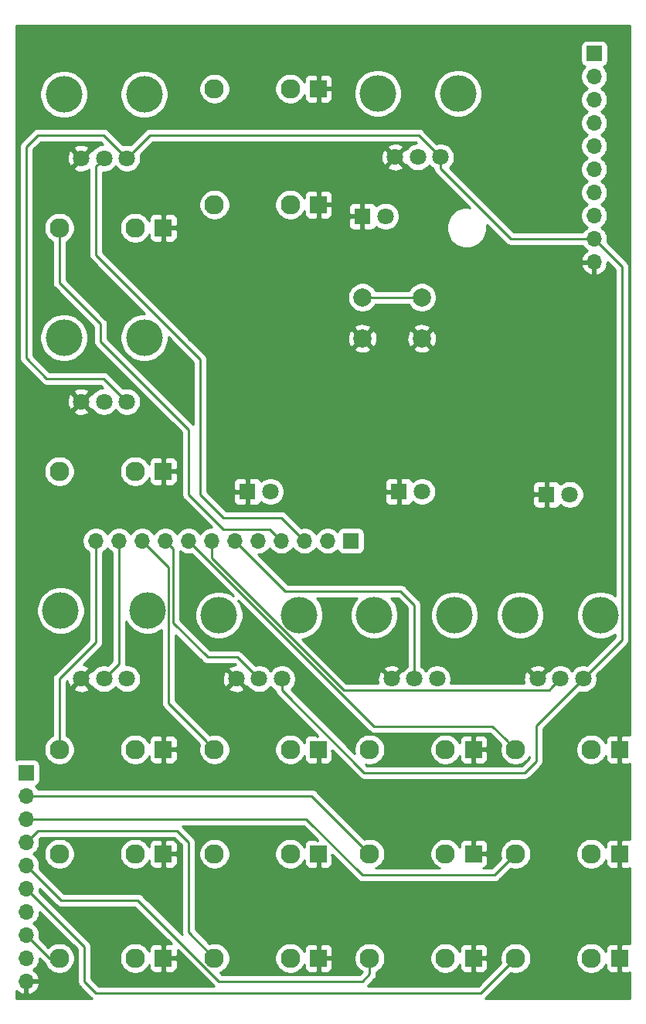
<source format=gbr>
G04 #@! TF.GenerationSoftware,KiCad,Pcbnew,(5.1.6)-1*
G04 #@! TF.CreationDate,2021-08-06T14:08:10+02:00*
G04 #@! TF.ProjectId,NanoGris,4e616e6f-4772-4697-932e-6b696361645f,rev?*
G04 #@! TF.SameCoordinates,Original*
G04 #@! TF.FileFunction,Copper,L1,Top*
G04 #@! TF.FilePolarity,Positive*
%FSLAX46Y46*%
G04 Gerber Fmt 4.6, Leading zero omitted, Abs format (unit mm)*
G04 Created by KiCad (PCBNEW (5.1.6)-1) date 2021-08-06 14:08:10*
%MOMM*%
%LPD*%
G01*
G04 APERTURE LIST*
G04 #@! TA.AperFunction,ComponentPad*
%ADD10C,1.800000*%
G04 #@! TD*
G04 #@! TA.AperFunction,ComponentPad*
%ADD11R,1.800000X1.800000*%
G04 #@! TD*
G04 #@! TA.AperFunction,ComponentPad*
%ADD12C,2.130000*%
G04 #@! TD*
G04 #@! TA.AperFunction,ComponentPad*
%ADD13R,1.830000X1.930000*%
G04 #@! TD*
G04 #@! TA.AperFunction,WasherPad*
%ADD14C,4.000000*%
G04 #@! TD*
G04 #@! TA.AperFunction,ComponentPad*
%ADD15O,1.700000X1.700000*%
G04 #@! TD*
G04 #@! TA.AperFunction,ComponentPad*
%ADD16R,1.700000X1.700000*%
G04 #@! TD*
G04 #@! TA.AperFunction,ComponentPad*
%ADD17C,2.000000*%
G04 #@! TD*
G04 #@! TA.AperFunction,Conductor*
%ADD18C,0.250000*%
G04 #@! TD*
G04 #@! TA.AperFunction,Conductor*
%ADD19C,0.254000*%
G04 #@! TD*
G04 APERTURE END LIST*
D10*
X258950000Y-69850000D03*
D11*
X256410000Y-69850000D03*
D12*
X237010000Y-97790000D03*
D13*
X248410000Y-97790000D03*
D12*
X245310000Y-97790000D03*
X220010000Y-120650000D03*
D13*
X231410000Y-120650000D03*
D12*
X228310000Y-120650000D03*
D14*
X246690000Y-25900000D03*
X237890000Y-25900000D03*
D10*
X244790000Y-32900000D03*
X242290000Y-32900000D03*
X239790000Y-32900000D03*
D14*
X229310000Y-83050000D03*
X220510000Y-83050000D03*
D10*
X227410000Y-90050000D03*
X224910000Y-90050000D03*
X222410000Y-90050000D03*
D14*
X262310000Y-83050000D03*
X253510000Y-83050000D03*
D10*
X260410000Y-90050000D03*
X257910000Y-90050000D03*
X255410000Y-90050000D03*
D14*
X212660000Y-82550000D03*
X203160000Y-82550000D03*
D10*
X210410000Y-90050000D03*
X207910000Y-90050000D03*
X205410000Y-90050000D03*
D14*
X212310000Y-26020000D03*
X203510000Y-26020000D03*
D10*
X210410000Y-33020000D03*
X207910000Y-33020000D03*
X205410000Y-33020000D03*
D12*
X203010000Y-120650000D03*
D13*
X214410000Y-120650000D03*
D12*
X211310000Y-120650000D03*
D14*
X212310000Y-52690000D03*
X203510000Y-52690000D03*
D10*
X210410000Y-59690000D03*
X207910000Y-59690000D03*
X205410000Y-59690000D03*
D12*
X203010000Y-97790000D03*
D13*
X214410000Y-97790000D03*
D12*
X211310000Y-97790000D03*
D10*
X242750000Y-69540000D03*
D11*
X240210000Y-69540000D03*
D12*
X220010000Y-109220000D03*
D13*
X231410000Y-109220000D03*
D12*
X228310000Y-109220000D03*
D10*
X238760000Y-39370000D03*
D11*
X236220000Y-39370000D03*
D12*
X253010000Y-97790000D03*
D13*
X264410000Y-97790000D03*
D12*
X261310000Y-97790000D03*
D15*
X261620000Y-44400000D03*
X261620000Y-41860000D03*
X261620000Y-39320000D03*
X261620000Y-36780000D03*
X261620000Y-34240000D03*
X261620000Y-31700000D03*
X261620000Y-29160000D03*
X261620000Y-26620000D03*
X261620000Y-24080000D03*
D16*
X261620000Y-21540000D03*
D12*
X220010000Y-97790000D03*
D13*
X231410000Y-97790000D03*
D12*
X228310000Y-97790000D03*
X253010000Y-109220000D03*
D13*
X264410000Y-109220000D03*
D12*
X261310000Y-109220000D03*
X203010000Y-109220000D03*
D13*
X214410000Y-109220000D03*
D12*
X211310000Y-109220000D03*
X253010000Y-120650000D03*
D13*
X264410000Y-120650000D03*
D12*
X261310000Y-120650000D03*
D15*
X207010000Y-74930000D03*
X209550000Y-74930000D03*
X212090000Y-74930000D03*
X214630000Y-74930000D03*
X217170000Y-74930000D03*
X219710000Y-74930000D03*
X222250000Y-74930000D03*
X224790000Y-74930000D03*
X227330000Y-74930000D03*
X229870000Y-74930000D03*
X232410000Y-74930000D03*
D16*
X234950000Y-74930000D03*
D14*
X246310000Y-83050000D03*
X237510000Y-83050000D03*
D10*
X244410000Y-90050000D03*
X241910000Y-90050000D03*
X239410000Y-90050000D03*
D12*
X203010000Y-40640000D03*
D13*
X214410000Y-40640000D03*
D12*
X211310000Y-40640000D03*
D15*
X199390000Y-123190000D03*
X199390000Y-120650000D03*
X199390000Y-118110000D03*
X199390000Y-115570000D03*
X199390000Y-113030000D03*
X199390000Y-110490000D03*
X199390000Y-107950000D03*
X199390000Y-105410000D03*
X199390000Y-102870000D03*
D16*
X199390000Y-100330000D03*
D17*
X242720000Y-48260000D03*
X242720000Y-52760000D03*
X236220000Y-48260000D03*
X236220000Y-52760000D03*
D12*
X203010000Y-67310000D03*
D13*
X214410000Y-67310000D03*
D12*
X211310000Y-67310000D03*
D10*
X226150000Y-69540000D03*
D11*
X223610000Y-69540000D03*
D12*
X220010000Y-25400000D03*
D13*
X231410000Y-25400000D03*
D12*
X228310000Y-25400000D03*
X220010000Y-38100000D03*
D13*
X231410000Y-38100000D03*
D12*
X228310000Y-38100000D03*
X237010000Y-109220000D03*
D13*
X248410000Y-109220000D03*
D12*
X245310000Y-109220000D03*
X237010000Y-120650000D03*
D13*
X248410000Y-120650000D03*
D12*
X245310000Y-120650000D03*
D18*
X261620000Y-44400000D02*
X251080000Y-44400000D01*
X251080000Y-44400000D02*
X242720000Y-52760000D01*
X242720000Y-48260000D02*
X236220000Y-48260000D01*
X212090000Y-74930000D02*
X214985001Y-77825001D01*
X218945001Y-96695999D02*
X214985001Y-92735999D01*
X218945001Y-96725001D02*
X218945001Y-96695999D01*
X214985001Y-77825001D02*
X214985001Y-92735999D01*
X218945001Y-96725001D02*
X220010000Y-97790000D01*
X222540800Y-87680800D02*
X224010001Y-89150001D01*
X215479999Y-83907999D02*
X219252800Y-87680800D01*
X219252800Y-87680800D02*
X222540800Y-87680800D01*
X214630000Y-74930000D02*
X215479999Y-75779999D01*
X224010001Y-89150001D02*
X224910000Y-90050000D01*
X215479999Y-75779999D02*
X215479999Y-83907999D01*
X222250000Y-74930000D02*
X227764999Y-80444999D01*
X241910000Y-81940800D02*
X241910000Y-90050000D01*
X240414199Y-80444999D02*
X241910000Y-81940800D01*
X227764999Y-80444999D02*
X240414199Y-80444999D01*
X203010000Y-96283863D02*
X203010000Y-97790000D01*
X207010000Y-86064998D02*
X204957499Y-88117499D01*
X207010000Y-74930000D02*
X207010000Y-86064998D01*
X205055001Y-88019997D02*
X204957499Y-88117499D01*
X203010000Y-90064998D02*
X203010000Y-96283863D01*
X204957499Y-88117499D02*
X203010000Y-90064998D01*
X203010000Y-46647600D02*
X207543400Y-51181000D01*
X217170000Y-69850000D02*
X220980000Y-73660000D01*
X207543400Y-51181000D02*
X207543400Y-53111400D01*
X220980000Y-73660000D02*
X226060000Y-73660000D01*
X217170000Y-62738000D02*
X217170000Y-69850000D01*
X226060000Y-73660000D02*
X227330000Y-74930000D01*
X207543400Y-53111400D02*
X217170000Y-62738000D01*
X203010000Y-40640000D02*
X203010000Y-46647600D01*
X218440000Y-55041398D02*
X207010000Y-43611398D01*
X229870000Y-74930000D02*
X227330000Y-72390000D01*
X220980000Y-72390000D02*
X218440000Y-69850000D01*
X218440000Y-69850000D02*
X218440000Y-55041398D01*
X207010000Y-43611398D02*
X207010001Y-33919999D01*
X207010001Y-33919999D02*
X207910000Y-33020000D01*
X227330000Y-72390000D02*
X220980000Y-72390000D01*
X209550000Y-88410000D02*
X207910000Y-90050000D01*
X209550000Y-74930000D02*
X209550000Y-88410000D01*
X219710000Y-74930000D02*
X219710000Y-76833590D01*
X234852920Y-91275001D02*
X235191199Y-91275001D01*
X219710000Y-76833590D02*
X234151411Y-91275001D01*
X234151411Y-91275001D02*
X235191199Y-91275001D01*
X235191199Y-91275001D02*
X256684999Y-91275001D01*
X257010001Y-90949999D02*
X257910000Y-90050000D01*
X256684999Y-91275001D02*
X257010001Y-90949999D01*
X217170000Y-74930000D02*
X237490000Y-95250000D01*
X251945001Y-96725001D02*
X253010000Y-97790000D01*
X250470000Y-95250000D02*
X251945001Y-96725001D01*
X237490000Y-95250000D02*
X250470000Y-95250000D01*
X199390000Y-102870000D02*
X230660000Y-102870000D01*
X230660000Y-102870000D02*
X237010000Y-109220000D01*
X250665002Y-111564998D02*
X253010000Y-109220000D01*
X230065002Y-105410000D02*
X236220000Y-111564998D01*
X236220000Y-111564998D02*
X250665002Y-111564998D01*
X199390000Y-105410000D02*
X230065002Y-105410000D01*
X253010000Y-109220000D02*
X251460000Y-110770000D01*
X200660000Y-106680000D02*
X215900000Y-106680000D01*
X217170000Y-117810000D02*
X220010000Y-120650000D01*
X217170000Y-107950000D02*
X217170000Y-117810000D01*
X215900000Y-106680000D02*
X217170000Y-107950000D01*
X199390000Y-107950000D02*
X200660000Y-106680000D01*
X237010000Y-122400000D02*
X237010000Y-120650000D01*
X236220000Y-123190000D02*
X237010000Y-122400000D01*
X220492798Y-123190000D02*
X236220000Y-123190000D01*
X199390000Y-110490000D02*
X203200000Y-114300000D01*
X211602798Y-114300000D02*
X220492798Y-123190000D01*
X203200000Y-114300000D02*
X211602798Y-114300000D01*
X205740000Y-123190000D02*
X207010000Y-124460000D01*
X249200000Y-124460000D02*
X253010000Y-120650000D01*
X199390000Y-113030000D02*
X205740000Y-119380000D01*
X207010000Y-124460000D02*
X249200000Y-124460000D01*
X205740000Y-119380000D02*
X205740000Y-123190000D01*
X201930000Y-120650000D02*
X203010000Y-120650000D01*
X199390000Y-118110000D02*
X201930000Y-120650000D01*
X264655001Y-85804999D02*
X264655001Y-44895001D01*
X260417919Y-41860000D02*
X261620000Y-41860000D01*
X207870000Y-30480000D02*
X200660000Y-30480000D01*
X236415002Y-100330000D02*
X254000000Y-100330000D01*
X210410000Y-33020000D02*
X212950000Y-30480000D01*
X244790000Y-32900000D02*
X244790000Y-34172792D01*
X212950000Y-30480000D02*
X242370000Y-30480000D01*
X207870000Y-57150000D02*
X210410000Y-59690000D01*
X252477208Y-41860000D02*
X260417919Y-41860000D01*
X227410000Y-91324998D02*
X236415002Y-100330000D01*
X199390000Y-54914800D02*
X201625200Y-57150000D01*
X199390000Y-31750000D02*
X199390000Y-54914800D01*
X255270000Y-99060000D02*
X255270000Y-95190000D01*
X254000000Y-100330000D02*
X255270000Y-99060000D01*
X255270000Y-95190000D02*
X260410000Y-90050000D01*
X200660000Y-30480000D02*
X199390000Y-31750000D01*
X210410000Y-33020000D02*
X207870000Y-30480000D01*
X260410000Y-90050000D02*
X264655001Y-85804999D01*
X244790000Y-34172792D02*
X252477208Y-41860000D01*
X201625200Y-57150000D02*
X207870000Y-57150000D01*
X242370000Y-30480000D02*
X244790000Y-32900000D01*
X264655001Y-44895001D02*
X262469999Y-42709999D01*
X262469999Y-42709999D02*
X261620000Y-41860000D01*
X227410000Y-90050000D02*
X227410000Y-91324998D01*
D19*
G36*
X204980000Y-119694802D02*
G01*
X204980001Y-123152668D01*
X204976324Y-123190000D01*
X204990998Y-123338985D01*
X205034454Y-123482246D01*
X205105026Y-123614276D01*
X205170536Y-123694099D01*
X205200000Y-123730001D01*
X205228998Y-123753799D01*
X206446201Y-124971003D01*
X206469999Y-125000001D01*
X206555293Y-125070000D01*
X198330000Y-125070000D01*
X198330000Y-124224150D01*
X198508645Y-124385178D01*
X198758748Y-124534157D01*
X199033109Y-124631481D01*
X199263000Y-124510814D01*
X199263000Y-123317000D01*
X199517000Y-123317000D01*
X199517000Y-124510814D01*
X199746891Y-124631481D01*
X200021252Y-124534157D01*
X200271355Y-124385178D01*
X200487588Y-124190269D01*
X200661641Y-123956920D01*
X200786825Y-123694099D01*
X200831476Y-123546890D01*
X200710155Y-123317000D01*
X199517000Y-123317000D01*
X199263000Y-123317000D01*
X199243000Y-123317000D01*
X199243000Y-123063000D01*
X199263000Y-123063000D01*
X199263000Y-123043000D01*
X199517000Y-123043000D01*
X199517000Y-123063000D01*
X200710155Y-123063000D01*
X200831476Y-122833110D01*
X200786825Y-122685901D01*
X200661641Y-122423080D01*
X200487588Y-122189731D01*
X200271355Y-121994822D01*
X200154466Y-121925195D01*
X200336632Y-121803475D01*
X200543475Y-121596632D01*
X200705990Y-121353411D01*
X200817932Y-121083158D01*
X200875000Y-120796260D01*
X200875000Y-120669803D01*
X201366205Y-121161008D01*
X201389999Y-121190001D01*
X201395468Y-121194489D01*
X201503479Y-121455252D01*
X201689523Y-121733687D01*
X201926313Y-121970477D01*
X202204748Y-122156521D01*
X202514128Y-122284670D01*
X202842565Y-122350000D01*
X203177435Y-122350000D01*
X203505872Y-122284670D01*
X203815252Y-122156521D01*
X204093687Y-121970477D01*
X204330477Y-121733687D01*
X204516521Y-121455252D01*
X204644670Y-121145872D01*
X204710000Y-120817435D01*
X204710000Y-120482565D01*
X204644670Y-120154128D01*
X204516521Y-119844748D01*
X204330477Y-119566313D01*
X204093687Y-119329523D01*
X203815252Y-119143479D01*
X203505872Y-119015330D01*
X203177435Y-118950000D01*
X202842565Y-118950000D01*
X202514128Y-119015330D01*
X202204748Y-119143479D01*
X201926313Y-119329523D01*
X201805319Y-119450517D01*
X200831210Y-118476408D01*
X200875000Y-118256260D01*
X200875000Y-117963740D01*
X200817932Y-117676842D01*
X200705990Y-117406589D01*
X200543475Y-117163368D01*
X200336632Y-116956525D01*
X200162240Y-116840000D01*
X200336632Y-116723475D01*
X200543475Y-116516632D01*
X200705990Y-116273411D01*
X200817932Y-116003158D01*
X200875000Y-115716260D01*
X200875000Y-115589801D01*
X204980000Y-119694802D01*
G37*
X204980000Y-119694802D02*
X204980001Y-123152668D01*
X204976324Y-123190000D01*
X204990998Y-123338985D01*
X205034454Y-123482246D01*
X205105026Y-123614276D01*
X205170536Y-123694099D01*
X205200000Y-123730001D01*
X205228998Y-123753799D01*
X206446201Y-124971003D01*
X206469999Y-125000001D01*
X206555293Y-125070000D01*
X198330000Y-125070000D01*
X198330000Y-124224150D01*
X198508645Y-124385178D01*
X198758748Y-124534157D01*
X199033109Y-124631481D01*
X199263000Y-124510814D01*
X199263000Y-123317000D01*
X199517000Y-123317000D01*
X199517000Y-124510814D01*
X199746891Y-124631481D01*
X200021252Y-124534157D01*
X200271355Y-124385178D01*
X200487588Y-124190269D01*
X200661641Y-123956920D01*
X200786825Y-123694099D01*
X200831476Y-123546890D01*
X200710155Y-123317000D01*
X199517000Y-123317000D01*
X199263000Y-123317000D01*
X199243000Y-123317000D01*
X199243000Y-123063000D01*
X199263000Y-123063000D01*
X199263000Y-123043000D01*
X199517000Y-123043000D01*
X199517000Y-123063000D01*
X200710155Y-123063000D01*
X200831476Y-122833110D01*
X200786825Y-122685901D01*
X200661641Y-122423080D01*
X200487588Y-122189731D01*
X200271355Y-121994822D01*
X200154466Y-121925195D01*
X200336632Y-121803475D01*
X200543475Y-121596632D01*
X200705990Y-121353411D01*
X200817932Y-121083158D01*
X200875000Y-120796260D01*
X200875000Y-120669803D01*
X201366205Y-121161008D01*
X201389999Y-121190001D01*
X201395468Y-121194489D01*
X201503479Y-121455252D01*
X201689523Y-121733687D01*
X201926313Y-121970477D01*
X202204748Y-122156521D01*
X202514128Y-122284670D01*
X202842565Y-122350000D01*
X203177435Y-122350000D01*
X203505872Y-122284670D01*
X203815252Y-122156521D01*
X204093687Y-121970477D01*
X204330477Y-121733687D01*
X204516521Y-121455252D01*
X204644670Y-121145872D01*
X204710000Y-120817435D01*
X204710000Y-120482565D01*
X204644670Y-120154128D01*
X204516521Y-119844748D01*
X204330477Y-119566313D01*
X204093687Y-119329523D01*
X203815252Y-119143479D01*
X203505872Y-119015330D01*
X203177435Y-118950000D01*
X202842565Y-118950000D01*
X202514128Y-119015330D01*
X202204748Y-119143479D01*
X201926313Y-119329523D01*
X201805319Y-119450517D01*
X200831210Y-118476408D01*
X200875000Y-118256260D01*
X200875000Y-117963740D01*
X200817932Y-117676842D01*
X200705990Y-117406589D01*
X200543475Y-117163368D01*
X200336632Y-116956525D01*
X200162240Y-116840000D01*
X200336632Y-116723475D01*
X200543475Y-116516632D01*
X200705990Y-116273411D01*
X200817932Y-116003158D01*
X200875000Y-115716260D01*
X200875000Y-115589801D01*
X204980000Y-119694802D01*
G36*
X265540000Y-96226646D02*
G01*
X265449482Y-96199188D01*
X265325000Y-96186928D01*
X264695750Y-96190000D01*
X264537000Y-96348750D01*
X264537000Y-97663000D01*
X264557000Y-97663000D01*
X264557000Y-97917000D01*
X264537000Y-97917000D01*
X264537000Y-99231250D01*
X264695750Y-99390000D01*
X265325000Y-99393072D01*
X265449482Y-99380812D01*
X265540000Y-99353354D01*
X265540000Y-107656646D01*
X265449482Y-107629188D01*
X265325000Y-107616928D01*
X264695750Y-107620000D01*
X264537000Y-107778750D01*
X264537000Y-109093000D01*
X264557000Y-109093000D01*
X264557000Y-109347000D01*
X264537000Y-109347000D01*
X264537000Y-110661250D01*
X264695750Y-110820000D01*
X265325000Y-110823072D01*
X265449482Y-110810812D01*
X265540000Y-110783354D01*
X265540000Y-119086646D01*
X265449482Y-119059188D01*
X265325000Y-119046928D01*
X264695750Y-119050000D01*
X264537000Y-119208750D01*
X264537000Y-120523000D01*
X264557000Y-120523000D01*
X264557000Y-120777000D01*
X264537000Y-120777000D01*
X264537000Y-122091250D01*
X264695750Y-122250000D01*
X265325000Y-122253072D01*
X265449482Y-122240812D01*
X265540000Y-122213354D01*
X265540000Y-125070000D01*
X249654707Y-125070000D01*
X249740001Y-125000001D01*
X249763804Y-124970997D01*
X252468876Y-122265926D01*
X252514128Y-122284670D01*
X252842565Y-122350000D01*
X253177435Y-122350000D01*
X253505872Y-122284670D01*
X253815252Y-122156521D01*
X254093687Y-121970477D01*
X254330477Y-121733687D01*
X254516521Y-121455252D01*
X254644670Y-121145872D01*
X254710000Y-120817435D01*
X254710000Y-120482565D01*
X259610000Y-120482565D01*
X259610000Y-120817435D01*
X259675330Y-121145872D01*
X259803479Y-121455252D01*
X259989523Y-121733687D01*
X260226313Y-121970477D01*
X260504748Y-122156521D01*
X260814128Y-122284670D01*
X261142565Y-122350000D01*
X261477435Y-122350000D01*
X261805872Y-122284670D01*
X262115252Y-122156521D01*
X262393687Y-121970477D01*
X262630477Y-121733687D01*
X262816521Y-121455252D01*
X262858105Y-121354860D01*
X262856928Y-121615000D01*
X262869188Y-121739482D01*
X262905498Y-121859180D01*
X262964463Y-121969494D01*
X263043815Y-122066185D01*
X263140506Y-122145537D01*
X263250820Y-122204502D01*
X263370518Y-122240812D01*
X263495000Y-122253072D01*
X264124250Y-122250000D01*
X264283000Y-122091250D01*
X264283000Y-120777000D01*
X264263000Y-120777000D01*
X264263000Y-120523000D01*
X264283000Y-120523000D01*
X264283000Y-119208750D01*
X264124250Y-119050000D01*
X263495000Y-119046928D01*
X263370518Y-119059188D01*
X263250820Y-119095498D01*
X263140506Y-119154463D01*
X263043815Y-119233815D01*
X262964463Y-119330506D01*
X262905498Y-119440820D01*
X262869188Y-119560518D01*
X262856928Y-119685000D01*
X262858105Y-119945140D01*
X262816521Y-119844748D01*
X262630477Y-119566313D01*
X262393687Y-119329523D01*
X262115252Y-119143479D01*
X261805872Y-119015330D01*
X261477435Y-118950000D01*
X261142565Y-118950000D01*
X260814128Y-119015330D01*
X260504748Y-119143479D01*
X260226313Y-119329523D01*
X259989523Y-119566313D01*
X259803479Y-119844748D01*
X259675330Y-120154128D01*
X259610000Y-120482565D01*
X254710000Y-120482565D01*
X254644670Y-120154128D01*
X254516521Y-119844748D01*
X254330477Y-119566313D01*
X254093687Y-119329523D01*
X253815252Y-119143479D01*
X253505872Y-119015330D01*
X253177435Y-118950000D01*
X252842565Y-118950000D01*
X252514128Y-119015330D01*
X252204748Y-119143479D01*
X251926313Y-119329523D01*
X251689523Y-119566313D01*
X251503479Y-119844748D01*
X251375330Y-120154128D01*
X251310000Y-120482565D01*
X251310000Y-120817435D01*
X251375330Y-121145872D01*
X251394074Y-121191124D01*
X248885199Y-123700000D01*
X236784801Y-123700000D01*
X237521004Y-122963798D01*
X237550001Y-122940001D01*
X237644974Y-122824276D01*
X237715546Y-122692247D01*
X237759003Y-122548986D01*
X237770000Y-122437333D01*
X237770000Y-122437325D01*
X237773676Y-122400000D01*
X237770000Y-122362675D01*
X237770000Y-122175265D01*
X237815252Y-122156521D01*
X238093687Y-121970477D01*
X238330477Y-121733687D01*
X238516521Y-121455252D01*
X238644670Y-121145872D01*
X238710000Y-120817435D01*
X238710000Y-120482565D01*
X243610000Y-120482565D01*
X243610000Y-120817435D01*
X243675330Y-121145872D01*
X243803479Y-121455252D01*
X243989523Y-121733687D01*
X244226313Y-121970477D01*
X244504748Y-122156521D01*
X244814128Y-122284670D01*
X245142565Y-122350000D01*
X245477435Y-122350000D01*
X245805872Y-122284670D01*
X246115252Y-122156521D01*
X246393687Y-121970477D01*
X246630477Y-121733687D01*
X246816521Y-121455252D01*
X246858105Y-121354860D01*
X246856928Y-121615000D01*
X246869188Y-121739482D01*
X246905498Y-121859180D01*
X246964463Y-121969494D01*
X247043815Y-122066185D01*
X247140506Y-122145537D01*
X247250820Y-122204502D01*
X247370518Y-122240812D01*
X247495000Y-122253072D01*
X248124250Y-122250000D01*
X248283000Y-122091250D01*
X248283000Y-120777000D01*
X248537000Y-120777000D01*
X248537000Y-122091250D01*
X248695750Y-122250000D01*
X249325000Y-122253072D01*
X249449482Y-122240812D01*
X249569180Y-122204502D01*
X249679494Y-122145537D01*
X249776185Y-122066185D01*
X249855537Y-121969494D01*
X249914502Y-121859180D01*
X249950812Y-121739482D01*
X249963072Y-121615000D01*
X249960000Y-120935750D01*
X249801250Y-120777000D01*
X248537000Y-120777000D01*
X248283000Y-120777000D01*
X248263000Y-120777000D01*
X248263000Y-120523000D01*
X248283000Y-120523000D01*
X248283000Y-119208750D01*
X248537000Y-119208750D01*
X248537000Y-120523000D01*
X249801250Y-120523000D01*
X249960000Y-120364250D01*
X249963072Y-119685000D01*
X249950812Y-119560518D01*
X249914502Y-119440820D01*
X249855537Y-119330506D01*
X249776185Y-119233815D01*
X249679494Y-119154463D01*
X249569180Y-119095498D01*
X249449482Y-119059188D01*
X249325000Y-119046928D01*
X248695750Y-119050000D01*
X248537000Y-119208750D01*
X248283000Y-119208750D01*
X248124250Y-119050000D01*
X247495000Y-119046928D01*
X247370518Y-119059188D01*
X247250820Y-119095498D01*
X247140506Y-119154463D01*
X247043815Y-119233815D01*
X246964463Y-119330506D01*
X246905498Y-119440820D01*
X246869188Y-119560518D01*
X246856928Y-119685000D01*
X246858105Y-119945140D01*
X246816521Y-119844748D01*
X246630477Y-119566313D01*
X246393687Y-119329523D01*
X246115252Y-119143479D01*
X245805872Y-119015330D01*
X245477435Y-118950000D01*
X245142565Y-118950000D01*
X244814128Y-119015330D01*
X244504748Y-119143479D01*
X244226313Y-119329523D01*
X243989523Y-119566313D01*
X243803479Y-119844748D01*
X243675330Y-120154128D01*
X243610000Y-120482565D01*
X238710000Y-120482565D01*
X238644670Y-120154128D01*
X238516521Y-119844748D01*
X238330477Y-119566313D01*
X238093687Y-119329523D01*
X237815252Y-119143479D01*
X237505872Y-119015330D01*
X237177435Y-118950000D01*
X236842565Y-118950000D01*
X236514128Y-119015330D01*
X236204748Y-119143479D01*
X235926313Y-119329523D01*
X235689523Y-119566313D01*
X235503479Y-119844748D01*
X235375330Y-120154128D01*
X235310000Y-120482565D01*
X235310000Y-120817435D01*
X235375330Y-121145872D01*
X235503479Y-121455252D01*
X235689523Y-121733687D01*
X235926313Y-121970477D01*
X236189120Y-122146079D01*
X235905199Y-122430000D01*
X220807600Y-122430000D01*
X220616462Y-122238862D01*
X220815252Y-122156521D01*
X221093687Y-121970477D01*
X221330477Y-121733687D01*
X221516521Y-121455252D01*
X221644670Y-121145872D01*
X221710000Y-120817435D01*
X221710000Y-120482565D01*
X226610000Y-120482565D01*
X226610000Y-120817435D01*
X226675330Y-121145872D01*
X226803479Y-121455252D01*
X226989523Y-121733687D01*
X227226313Y-121970477D01*
X227504748Y-122156521D01*
X227814128Y-122284670D01*
X228142565Y-122350000D01*
X228477435Y-122350000D01*
X228805872Y-122284670D01*
X229115252Y-122156521D01*
X229393687Y-121970477D01*
X229630477Y-121733687D01*
X229816521Y-121455252D01*
X229858105Y-121354860D01*
X229856928Y-121615000D01*
X229869188Y-121739482D01*
X229905498Y-121859180D01*
X229964463Y-121969494D01*
X230043815Y-122066185D01*
X230140506Y-122145537D01*
X230250820Y-122204502D01*
X230370518Y-122240812D01*
X230495000Y-122253072D01*
X231124250Y-122250000D01*
X231283000Y-122091250D01*
X231283000Y-120777000D01*
X231537000Y-120777000D01*
X231537000Y-122091250D01*
X231695750Y-122250000D01*
X232325000Y-122253072D01*
X232449482Y-122240812D01*
X232569180Y-122204502D01*
X232679494Y-122145537D01*
X232776185Y-122066185D01*
X232855537Y-121969494D01*
X232914502Y-121859180D01*
X232950812Y-121739482D01*
X232963072Y-121615000D01*
X232960000Y-120935750D01*
X232801250Y-120777000D01*
X231537000Y-120777000D01*
X231283000Y-120777000D01*
X231263000Y-120777000D01*
X231263000Y-120523000D01*
X231283000Y-120523000D01*
X231283000Y-119208750D01*
X231537000Y-119208750D01*
X231537000Y-120523000D01*
X232801250Y-120523000D01*
X232960000Y-120364250D01*
X232963072Y-119685000D01*
X232950812Y-119560518D01*
X232914502Y-119440820D01*
X232855537Y-119330506D01*
X232776185Y-119233815D01*
X232679494Y-119154463D01*
X232569180Y-119095498D01*
X232449482Y-119059188D01*
X232325000Y-119046928D01*
X231695750Y-119050000D01*
X231537000Y-119208750D01*
X231283000Y-119208750D01*
X231124250Y-119050000D01*
X230495000Y-119046928D01*
X230370518Y-119059188D01*
X230250820Y-119095498D01*
X230140506Y-119154463D01*
X230043815Y-119233815D01*
X229964463Y-119330506D01*
X229905498Y-119440820D01*
X229869188Y-119560518D01*
X229856928Y-119685000D01*
X229858105Y-119945140D01*
X229816521Y-119844748D01*
X229630477Y-119566313D01*
X229393687Y-119329523D01*
X229115252Y-119143479D01*
X228805872Y-119015330D01*
X228477435Y-118950000D01*
X228142565Y-118950000D01*
X227814128Y-119015330D01*
X227504748Y-119143479D01*
X227226313Y-119329523D01*
X226989523Y-119566313D01*
X226803479Y-119844748D01*
X226675330Y-120154128D01*
X226610000Y-120482565D01*
X221710000Y-120482565D01*
X221644670Y-120154128D01*
X221516521Y-119844748D01*
X221330477Y-119566313D01*
X221093687Y-119329523D01*
X220815252Y-119143479D01*
X220505872Y-119015330D01*
X220177435Y-118950000D01*
X219842565Y-118950000D01*
X219514128Y-119015330D01*
X219468876Y-119034074D01*
X217930000Y-117495199D01*
X217930000Y-109052565D01*
X218310000Y-109052565D01*
X218310000Y-109387435D01*
X218375330Y-109715872D01*
X218503479Y-110025252D01*
X218689523Y-110303687D01*
X218926313Y-110540477D01*
X219204748Y-110726521D01*
X219514128Y-110854670D01*
X219842565Y-110920000D01*
X220177435Y-110920000D01*
X220505872Y-110854670D01*
X220815252Y-110726521D01*
X221093687Y-110540477D01*
X221330477Y-110303687D01*
X221516521Y-110025252D01*
X221644670Y-109715872D01*
X221710000Y-109387435D01*
X221710000Y-109052565D01*
X221644670Y-108724128D01*
X221516521Y-108414748D01*
X221330477Y-108136313D01*
X221093687Y-107899523D01*
X220815252Y-107713479D01*
X220505872Y-107585330D01*
X220177435Y-107520000D01*
X219842565Y-107520000D01*
X219514128Y-107585330D01*
X219204748Y-107713479D01*
X218926313Y-107899523D01*
X218689523Y-108136313D01*
X218503479Y-108414748D01*
X218375330Y-108724128D01*
X218310000Y-109052565D01*
X217930000Y-109052565D01*
X217930000Y-107987322D01*
X217933676Y-107949999D01*
X217930000Y-107912676D01*
X217930000Y-107912667D01*
X217919003Y-107801014D01*
X217875546Y-107657753D01*
X217804974Y-107525724D01*
X217710001Y-107409999D01*
X217681004Y-107386202D01*
X216464801Y-106170000D01*
X229750201Y-106170000D01*
X231282998Y-107702797D01*
X231282998Y-107778748D01*
X231124250Y-107620000D01*
X230495000Y-107616928D01*
X230370518Y-107629188D01*
X230250820Y-107665498D01*
X230140506Y-107724463D01*
X230043815Y-107803815D01*
X229964463Y-107900506D01*
X229905498Y-108010820D01*
X229869188Y-108130518D01*
X229856928Y-108255000D01*
X229858105Y-108515140D01*
X229816521Y-108414748D01*
X229630477Y-108136313D01*
X229393687Y-107899523D01*
X229115252Y-107713479D01*
X228805872Y-107585330D01*
X228477435Y-107520000D01*
X228142565Y-107520000D01*
X227814128Y-107585330D01*
X227504748Y-107713479D01*
X227226313Y-107899523D01*
X226989523Y-108136313D01*
X226803479Y-108414748D01*
X226675330Y-108724128D01*
X226610000Y-109052565D01*
X226610000Y-109387435D01*
X226675330Y-109715872D01*
X226803479Y-110025252D01*
X226989523Y-110303687D01*
X227226313Y-110540477D01*
X227504748Y-110726521D01*
X227814128Y-110854670D01*
X228142565Y-110920000D01*
X228477435Y-110920000D01*
X228805872Y-110854670D01*
X229115252Y-110726521D01*
X229393687Y-110540477D01*
X229630477Y-110303687D01*
X229816521Y-110025252D01*
X229858105Y-109924860D01*
X229856928Y-110185000D01*
X229869188Y-110309482D01*
X229905498Y-110429180D01*
X229964463Y-110539494D01*
X230043815Y-110636185D01*
X230140506Y-110715537D01*
X230250820Y-110774502D01*
X230370518Y-110810812D01*
X230495000Y-110823072D01*
X231124250Y-110820000D01*
X231283000Y-110661250D01*
X231283000Y-109347000D01*
X231263000Y-109347000D01*
X231263000Y-109093000D01*
X231283000Y-109093000D01*
X231283000Y-109073000D01*
X231537000Y-109073000D01*
X231537000Y-109093000D01*
X231557000Y-109093000D01*
X231557000Y-109347000D01*
X231537000Y-109347000D01*
X231537000Y-110661250D01*
X231695750Y-110820000D01*
X232325000Y-110823072D01*
X232449482Y-110810812D01*
X232569180Y-110774502D01*
X232679494Y-110715537D01*
X232776185Y-110636185D01*
X232855537Y-110539494D01*
X232914502Y-110429180D01*
X232950812Y-110309482D01*
X232963072Y-110185000D01*
X232960000Y-109505750D01*
X232801252Y-109347002D01*
X232927202Y-109347002D01*
X235656201Y-112076001D01*
X235679999Y-112104999D01*
X235795724Y-112199972D01*
X235927753Y-112270544D01*
X236071014Y-112314001D01*
X236182667Y-112324998D01*
X236182675Y-112324998D01*
X236220000Y-112328674D01*
X236257325Y-112324998D01*
X250627680Y-112324998D01*
X250665002Y-112328674D01*
X250702324Y-112324998D01*
X250702335Y-112324998D01*
X250813988Y-112314001D01*
X250957249Y-112270544D01*
X251089278Y-112199972D01*
X251205003Y-112104999D01*
X251228806Y-112075995D01*
X252468876Y-110835926D01*
X252514128Y-110854670D01*
X252842565Y-110920000D01*
X253177435Y-110920000D01*
X253505872Y-110854670D01*
X253815252Y-110726521D01*
X254093687Y-110540477D01*
X254330477Y-110303687D01*
X254516521Y-110025252D01*
X254644670Y-109715872D01*
X254710000Y-109387435D01*
X254710000Y-109052565D01*
X259610000Y-109052565D01*
X259610000Y-109387435D01*
X259675330Y-109715872D01*
X259803479Y-110025252D01*
X259989523Y-110303687D01*
X260226313Y-110540477D01*
X260504748Y-110726521D01*
X260814128Y-110854670D01*
X261142565Y-110920000D01*
X261477435Y-110920000D01*
X261805872Y-110854670D01*
X262115252Y-110726521D01*
X262393687Y-110540477D01*
X262630477Y-110303687D01*
X262816521Y-110025252D01*
X262858105Y-109924860D01*
X262856928Y-110185000D01*
X262869188Y-110309482D01*
X262905498Y-110429180D01*
X262964463Y-110539494D01*
X263043815Y-110636185D01*
X263140506Y-110715537D01*
X263250820Y-110774502D01*
X263370518Y-110810812D01*
X263495000Y-110823072D01*
X264124250Y-110820000D01*
X264283000Y-110661250D01*
X264283000Y-109347000D01*
X264263000Y-109347000D01*
X264263000Y-109093000D01*
X264283000Y-109093000D01*
X264283000Y-107778750D01*
X264124250Y-107620000D01*
X263495000Y-107616928D01*
X263370518Y-107629188D01*
X263250820Y-107665498D01*
X263140506Y-107724463D01*
X263043815Y-107803815D01*
X262964463Y-107900506D01*
X262905498Y-108010820D01*
X262869188Y-108130518D01*
X262856928Y-108255000D01*
X262858105Y-108515140D01*
X262816521Y-108414748D01*
X262630477Y-108136313D01*
X262393687Y-107899523D01*
X262115252Y-107713479D01*
X261805872Y-107585330D01*
X261477435Y-107520000D01*
X261142565Y-107520000D01*
X260814128Y-107585330D01*
X260504748Y-107713479D01*
X260226313Y-107899523D01*
X259989523Y-108136313D01*
X259803479Y-108414748D01*
X259675330Y-108724128D01*
X259610000Y-109052565D01*
X254710000Y-109052565D01*
X254644670Y-108724128D01*
X254516521Y-108414748D01*
X254330477Y-108136313D01*
X254093687Y-107899523D01*
X253815252Y-107713479D01*
X253505872Y-107585330D01*
X253177435Y-107520000D01*
X252842565Y-107520000D01*
X252514128Y-107585330D01*
X252204748Y-107713479D01*
X251926313Y-107899523D01*
X251689523Y-108136313D01*
X251503479Y-108414748D01*
X251375330Y-108724128D01*
X251310000Y-109052565D01*
X251310000Y-109387435D01*
X251375330Y-109715872D01*
X251394074Y-109761124D01*
X250350201Y-110804998D01*
X249468648Y-110804998D01*
X249569180Y-110774502D01*
X249679494Y-110715537D01*
X249776185Y-110636185D01*
X249855537Y-110539494D01*
X249914502Y-110429180D01*
X249950812Y-110309482D01*
X249963072Y-110185000D01*
X249960000Y-109505750D01*
X249801250Y-109347000D01*
X248537000Y-109347000D01*
X248537000Y-109367000D01*
X248283000Y-109367000D01*
X248283000Y-109347000D01*
X248263000Y-109347000D01*
X248263000Y-109093000D01*
X248283000Y-109093000D01*
X248283000Y-107778750D01*
X248537000Y-107778750D01*
X248537000Y-109093000D01*
X249801250Y-109093000D01*
X249960000Y-108934250D01*
X249963072Y-108255000D01*
X249950812Y-108130518D01*
X249914502Y-108010820D01*
X249855537Y-107900506D01*
X249776185Y-107803815D01*
X249679494Y-107724463D01*
X249569180Y-107665498D01*
X249449482Y-107629188D01*
X249325000Y-107616928D01*
X248695750Y-107620000D01*
X248537000Y-107778750D01*
X248283000Y-107778750D01*
X248124250Y-107620000D01*
X247495000Y-107616928D01*
X247370518Y-107629188D01*
X247250820Y-107665498D01*
X247140506Y-107724463D01*
X247043815Y-107803815D01*
X246964463Y-107900506D01*
X246905498Y-108010820D01*
X246869188Y-108130518D01*
X246856928Y-108255000D01*
X246858105Y-108515140D01*
X246816521Y-108414748D01*
X246630477Y-108136313D01*
X246393687Y-107899523D01*
X246115252Y-107713479D01*
X245805872Y-107585330D01*
X245477435Y-107520000D01*
X245142565Y-107520000D01*
X244814128Y-107585330D01*
X244504748Y-107713479D01*
X244226313Y-107899523D01*
X243989523Y-108136313D01*
X243803479Y-108414748D01*
X243675330Y-108724128D01*
X243610000Y-109052565D01*
X243610000Y-109387435D01*
X243675330Y-109715872D01*
X243803479Y-110025252D01*
X243989523Y-110303687D01*
X244226313Y-110540477D01*
X244504748Y-110726521D01*
X244694209Y-110804998D01*
X237625791Y-110804998D01*
X237815252Y-110726521D01*
X238093687Y-110540477D01*
X238330477Y-110303687D01*
X238516521Y-110025252D01*
X238644670Y-109715872D01*
X238710000Y-109387435D01*
X238710000Y-109052565D01*
X238644670Y-108724128D01*
X238516521Y-108414748D01*
X238330477Y-108136313D01*
X238093687Y-107899523D01*
X237815252Y-107713479D01*
X237505872Y-107585330D01*
X237177435Y-107520000D01*
X236842565Y-107520000D01*
X236514128Y-107585330D01*
X236468876Y-107604074D01*
X231223804Y-102359003D01*
X231200001Y-102329999D01*
X231084276Y-102235026D01*
X230952247Y-102164454D01*
X230808986Y-102120997D01*
X230697333Y-102110000D01*
X230697322Y-102110000D01*
X230660000Y-102106324D01*
X230622678Y-102110000D01*
X200668178Y-102110000D01*
X200543475Y-101923368D01*
X200411620Y-101791513D01*
X200484180Y-101769502D01*
X200594494Y-101710537D01*
X200691185Y-101631185D01*
X200770537Y-101534494D01*
X200829502Y-101424180D01*
X200865812Y-101304482D01*
X200878072Y-101180000D01*
X200878072Y-99480000D01*
X200865812Y-99355518D01*
X200829502Y-99235820D01*
X200770537Y-99125506D01*
X200691185Y-99028815D01*
X200594494Y-98949463D01*
X200484180Y-98890498D01*
X200364482Y-98854188D01*
X200240000Y-98841928D01*
X198540000Y-98841928D01*
X198415518Y-98854188D01*
X198330000Y-98880130D01*
X198330000Y-82290475D01*
X200525000Y-82290475D01*
X200525000Y-82809525D01*
X200626261Y-83318601D01*
X200824893Y-83798141D01*
X201113262Y-84229715D01*
X201480285Y-84596738D01*
X201911859Y-84885107D01*
X202391399Y-85083739D01*
X202900475Y-85185000D01*
X203419525Y-85185000D01*
X203928601Y-85083739D01*
X204408141Y-84885107D01*
X204839715Y-84596738D01*
X205206738Y-84229715D01*
X205495107Y-83798141D01*
X205693739Y-83318601D01*
X205795000Y-82809525D01*
X205795000Y-82290475D01*
X205693739Y-81781399D01*
X205495107Y-81301859D01*
X205206738Y-80870285D01*
X204839715Y-80503262D01*
X204408141Y-80214893D01*
X203928601Y-80016261D01*
X203419525Y-79915000D01*
X202900475Y-79915000D01*
X202391399Y-80016261D01*
X201911859Y-80214893D01*
X201480285Y-80503262D01*
X201113262Y-80870285D01*
X200824893Y-81301859D01*
X200626261Y-81781399D01*
X200525000Y-82290475D01*
X198330000Y-82290475D01*
X198330000Y-67142565D01*
X201310000Y-67142565D01*
X201310000Y-67477435D01*
X201375330Y-67805872D01*
X201503479Y-68115252D01*
X201689523Y-68393687D01*
X201926313Y-68630477D01*
X202204748Y-68816521D01*
X202514128Y-68944670D01*
X202842565Y-69010000D01*
X203177435Y-69010000D01*
X203505872Y-68944670D01*
X203815252Y-68816521D01*
X204093687Y-68630477D01*
X204330477Y-68393687D01*
X204516521Y-68115252D01*
X204644670Y-67805872D01*
X204710000Y-67477435D01*
X204710000Y-67142565D01*
X209610000Y-67142565D01*
X209610000Y-67477435D01*
X209675330Y-67805872D01*
X209803479Y-68115252D01*
X209989523Y-68393687D01*
X210226313Y-68630477D01*
X210504748Y-68816521D01*
X210814128Y-68944670D01*
X211142565Y-69010000D01*
X211477435Y-69010000D01*
X211805872Y-68944670D01*
X212115252Y-68816521D01*
X212393687Y-68630477D01*
X212630477Y-68393687D01*
X212816521Y-68115252D01*
X212858105Y-68014860D01*
X212856928Y-68275000D01*
X212869188Y-68399482D01*
X212905498Y-68519180D01*
X212964463Y-68629494D01*
X213043815Y-68726185D01*
X213140506Y-68805537D01*
X213250820Y-68864502D01*
X213370518Y-68900812D01*
X213495000Y-68913072D01*
X214124250Y-68910000D01*
X214283000Y-68751250D01*
X214283000Y-67437000D01*
X214537000Y-67437000D01*
X214537000Y-68751250D01*
X214695750Y-68910000D01*
X215325000Y-68913072D01*
X215449482Y-68900812D01*
X215569180Y-68864502D01*
X215679494Y-68805537D01*
X215776185Y-68726185D01*
X215855537Y-68629494D01*
X215914502Y-68519180D01*
X215950812Y-68399482D01*
X215963072Y-68275000D01*
X215960000Y-67595750D01*
X215801250Y-67437000D01*
X214537000Y-67437000D01*
X214283000Y-67437000D01*
X214263000Y-67437000D01*
X214263000Y-67183000D01*
X214283000Y-67183000D01*
X214283000Y-65868750D01*
X214537000Y-65868750D01*
X214537000Y-67183000D01*
X215801250Y-67183000D01*
X215960000Y-67024250D01*
X215963072Y-66345000D01*
X215950812Y-66220518D01*
X215914502Y-66100820D01*
X215855537Y-65990506D01*
X215776185Y-65893815D01*
X215679494Y-65814463D01*
X215569180Y-65755498D01*
X215449482Y-65719188D01*
X215325000Y-65706928D01*
X214695750Y-65710000D01*
X214537000Y-65868750D01*
X214283000Y-65868750D01*
X214124250Y-65710000D01*
X213495000Y-65706928D01*
X213370518Y-65719188D01*
X213250820Y-65755498D01*
X213140506Y-65814463D01*
X213043815Y-65893815D01*
X212964463Y-65990506D01*
X212905498Y-66100820D01*
X212869188Y-66220518D01*
X212856928Y-66345000D01*
X212858105Y-66605140D01*
X212816521Y-66504748D01*
X212630477Y-66226313D01*
X212393687Y-65989523D01*
X212115252Y-65803479D01*
X211805872Y-65675330D01*
X211477435Y-65610000D01*
X211142565Y-65610000D01*
X210814128Y-65675330D01*
X210504748Y-65803479D01*
X210226313Y-65989523D01*
X209989523Y-66226313D01*
X209803479Y-66504748D01*
X209675330Y-66814128D01*
X209610000Y-67142565D01*
X204710000Y-67142565D01*
X204644670Y-66814128D01*
X204516521Y-66504748D01*
X204330477Y-66226313D01*
X204093687Y-65989523D01*
X203815252Y-65803479D01*
X203505872Y-65675330D01*
X203177435Y-65610000D01*
X202842565Y-65610000D01*
X202514128Y-65675330D01*
X202204748Y-65803479D01*
X201926313Y-65989523D01*
X201689523Y-66226313D01*
X201503479Y-66504748D01*
X201375330Y-66814128D01*
X201310000Y-67142565D01*
X198330000Y-67142565D01*
X198330000Y-60754080D01*
X204525525Y-60754080D01*
X204609208Y-61008261D01*
X204881775Y-61139158D01*
X205174642Y-61214365D01*
X205476553Y-61230991D01*
X205775907Y-61188397D01*
X206061199Y-61088222D01*
X206210792Y-61008261D01*
X206294475Y-60754080D01*
X205410000Y-59869605D01*
X204525525Y-60754080D01*
X198330000Y-60754080D01*
X198330000Y-59756553D01*
X203869009Y-59756553D01*
X203911603Y-60055907D01*
X204011778Y-60341199D01*
X204091739Y-60490792D01*
X204345920Y-60574475D01*
X205230395Y-59690000D01*
X204345920Y-58805525D01*
X204091739Y-58889208D01*
X203960842Y-59161775D01*
X203885635Y-59454642D01*
X203869009Y-59756553D01*
X198330000Y-59756553D01*
X198330000Y-58625920D01*
X204525525Y-58625920D01*
X205410000Y-59510395D01*
X206294475Y-58625920D01*
X206210792Y-58371739D01*
X205938225Y-58240842D01*
X205645358Y-58165635D01*
X205343447Y-58149009D01*
X205044093Y-58191603D01*
X204758801Y-58291778D01*
X204609208Y-58371739D01*
X204525525Y-58625920D01*
X198330000Y-58625920D01*
X198330000Y-31750000D01*
X198626324Y-31750000D01*
X198630000Y-31787322D01*
X198630001Y-54877467D01*
X198626324Y-54914800D01*
X198640998Y-55063785D01*
X198684454Y-55207046D01*
X198755026Y-55339076D01*
X198826201Y-55425802D01*
X198850000Y-55454801D01*
X198878998Y-55478599D01*
X201061400Y-57661002D01*
X201085199Y-57690001D01*
X201114197Y-57713799D01*
X201200923Y-57784974D01*
X201332953Y-57855546D01*
X201476214Y-57899003D01*
X201587867Y-57910000D01*
X201587876Y-57910000D01*
X201625199Y-57913676D01*
X201662522Y-57910000D01*
X207555199Y-57910000D01*
X207800199Y-58155000D01*
X207758816Y-58155000D01*
X207462257Y-58213989D01*
X207182905Y-58329701D01*
X206931495Y-58497688D01*
X206717688Y-58711495D01*
X206622262Y-58854310D01*
X206474080Y-58805525D01*
X205589605Y-59690000D01*
X206474080Y-60574475D01*
X206622262Y-60525690D01*
X206717688Y-60668505D01*
X206931495Y-60882312D01*
X207182905Y-61050299D01*
X207462257Y-61166011D01*
X207758816Y-61225000D01*
X208061184Y-61225000D01*
X208357743Y-61166011D01*
X208637095Y-61050299D01*
X208888505Y-60882312D01*
X209102312Y-60668505D01*
X209160000Y-60582169D01*
X209217688Y-60668505D01*
X209431495Y-60882312D01*
X209682905Y-61050299D01*
X209962257Y-61166011D01*
X210258816Y-61225000D01*
X210561184Y-61225000D01*
X210857743Y-61166011D01*
X211137095Y-61050299D01*
X211388505Y-60882312D01*
X211602312Y-60668505D01*
X211770299Y-60417095D01*
X211886011Y-60137743D01*
X211945000Y-59841184D01*
X211945000Y-59538816D01*
X211886011Y-59242257D01*
X211770299Y-58962905D01*
X211602312Y-58711495D01*
X211388505Y-58497688D01*
X211137095Y-58329701D01*
X210857743Y-58213989D01*
X210561184Y-58155000D01*
X210258816Y-58155000D01*
X210001071Y-58206268D01*
X208433804Y-56639003D01*
X208410001Y-56609999D01*
X208294276Y-56515026D01*
X208162247Y-56444454D01*
X208018986Y-56400997D01*
X207907333Y-56390000D01*
X207907322Y-56390000D01*
X207870000Y-56386324D01*
X207832678Y-56390000D01*
X201940002Y-56390000D01*
X200150000Y-54599999D01*
X200150000Y-52430475D01*
X200875000Y-52430475D01*
X200875000Y-52949525D01*
X200976261Y-53458601D01*
X201174893Y-53938141D01*
X201463262Y-54369715D01*
X201830285Y-54736738D01*
X202261859Y-55025107D01*
X202741399Y-55223739D01*
X203250475Y-55325000D01*
X203769525Y-55325000D01*
X204278601Y-55223739D01*
X204758141Y-55025107D01*
X205189715Y-54736738D01*
X205556738Y-54369715D01*
X205845107Y-53938141D01*
X206043739Y-53458601D01*
X206145000Y-52949525D01*
X206145000Y-52430475D01*
X206043739Y-51921399D01*
X205845107Y-51441859D01*
X205556738Y-51010285D01*
X205189715Y-50643262D01*
X204758141Y-50354893D01*
X204278601Y-50156261D01*
X203769525Y-50055000D01*
X203250475Y-50055000D01*
X202741399Y-50156261D01*
X202261859Y-50354893D01*
X201830285Y-50643262D01*
X201463262Y-51010285D01*
X201174893Y-51441859D01*
X200976261Y-51921399D01*
X200875000Y-52430475D01*
X200150000Y-52430475D01*
X200150000Y-33086553D01*
X203869009Y-33086553D01*
X203911603Y-33385907D01*
X204011778Y-33671199D01*
X204091739Y-33820792D01*
X204345920Y-33904475D01*
X205230395Y-33020000D01*
X204345920Y-32135525D01*
X204091739Y-32219208D01*
X203960842Y-32491775D01*
X203885635Y-32784642D01*
X203869009Y-33086553D01*
X200150000Y-33086553D01*
X200150000Y-32064801D01*
X200258881Y-31955920D01*
X204525525Y-31955920D01*
X205410000Y-32840395D01*
X206294475Y-31955920D01*
X206210792Y-31701739D01*
X205938225Y-31570842D01*
X205645358Y-31495635D01*
X205343447Y-31479009D01*
X205044093Y-31521603D01*
X204758801Y-31621778D01*
X204609208Y-31701739D01*
X204525525Y-31955920D01*
X200258881Y-31955920D01*
X200974802Y-31240000D01*
X207555199Y-31240000D01*
X207800199Y-31485000D01*
X207758816Y-31485000D01*
X207462257Y-31543989D01*
X207182905Y-31659701D01*
X206931495Y-31827688D01*
X206717688Y-32041495D01*
X206622262Y-32184310D01*
X206474080Y-32135525D01*
X205589605Y-33020000D01*
X205603748Y-33034143D01*
X205424143Y-33213748D01*
X205410000Y-33199605D01*
X204525525Y-34084080D01*
X204609208Y-34338261D01*
X204881775Y-34469158D01*
X205174642Y-34544365D01*
X205476553Y-34560991D01*
X205775907Y-34518397D01*
X206061199Y-34418222D01*
X206210792Y-34338261D01*
X206250002Y-34219164D01*
X206250000Y-43574075D01*
X206246324Y-43611398D01*
X206250000Y-43648720D01*
X206250000Y-43648730D01*
X206260997Y-43760383D01*
X206302105Y-43895901D01*
X206304454Y-43903644D01*
X206375026Y-44035674D01*
X206381129Y-44043110D01*
X206469999Y-44151398D01*
X206498997Y-44175196D01*
X212378800Y-50055000D01*
X212050475Y-50055000D01*
X211541399Y-50156261D01*
X211061859Y-50354893D01*
X210630285Y-50643262D01*
X210263262Y-51010285D01*
X209974893Y-51441859D01*
X209776261Y-51921399D01*
X209675000Y-52430475D01*
X209675000Y-52949525D01*
X209776261Y-53458601D01*
X209974893Y-53938141D01*
X210263262Y-54369715D01*
X210630285Y-54736738D01*
X211061859Y-55025107D01*
X211541399Y-55223739D01*
X212050475Y-55325000D01*
X212569525Y-55325000D01*
X213078601Y-55223739D01*
X213558141Y-55025107D01*
X213989715Y-54736738D01*
X214356738Y-54369715D01*
X214645107Y-53938141D01*
X214843739Y-53458601D01*
X214945000Y-52949525D01*
X214945000Y-52621200D01*
X217680001Y-55356201D01*
X217680001Y-62173199D01*
X208303400Y-52796599D01*
X208303400Y-51218325D01*
X208307076Y-51181000D01*
X208303400Y-51143675D01*
X208303400Y-51143667D01*
X208292403Y-51032014D01*
X208248946Y-50888753D01*
X208178374Y-50756724D01*
X208083401Y-50640999D01*
X208054404Y-50617202D01*
X203770000Y-46332799D01*
X203770000Y-42165265D01*
X203815252Y-42146521D01*
X204093687Y-41960477D01*
X204330477Y-41723687D01*
X204516521Y-41445252D01*
X204644670Y-41135872D01*
X204710000Y-40807435D01*
X204710000Y-40472565D01*
X204644670Y-40144128D01*
X204516521Y-39834748D01*
X204330477Y-39556313D01*
X204093687Y-39319523D01*
X203815252Y-39133479D01*
X203505872Y-39005330D01*
X203177435Y-38940000D01*
X202842565Y-38940000D01*
X202514128Y-39005330D01*
X202204748Y-39133479D01*
X201926313Y-39319523D01*
X201689523Y-39556313D01*
X201503479Y-39834748D01*
X201375330Y-40144128D01*
X201310000Y-40472565D01*
X201310000Y-40807435D01*
X201375330Y-41135872D01*
X201503479Y-41445252D01*
X201689523Y-41723687D01*
X201926313Y-41960477D01*
X202204748Y-42146521D01*
X202250000Y-42165265D01*
X202250001Y-46610268D01*
X202246324Y-46647600D01*
X202260998Y-46796585D01*
X202304454Y-46939846D01*
X202375026Y-47071876D01*
X202446201Y-47158602D01*
X202470000Y-47187601D01*
X202498998Y-47211399D01*
X206783400Y-51495802D01*
X206783401Y-53074068D01*
X206779724Y-53111400D01*
X206794398Y-53260385D01*
X206837854Y-53403646D01*
X206908426Y-53535676D01*
X206977666Y-53620044D01*
X207003400Y-53651401D01*
X207032398Y-53675199D01*
X216410000Y-63052802D01*
X216410001Y-69812668D01*
X216406324Y-69850000D01*
X216420998Y-69998985D01*
X216464454Y-70142246D01*
X216535026Y-70274276D01*
X216606201Y-70361002D01*
X216630000Y-70390001D01*
X216658998Y-70413799D01*
X219690198Y-73445000D01*
X219563740Y-73445000D01*
X219276842Y-73502068D01*
X219006589Y-73614010D01*
X218763368Y-73776525D01*
X218556525Y-73983368D01*
X218440000Y-74157760D01*
X218323475Y-73983368D01*
X218116632Y-73776525D01*
X217873411Y-73614010D01*
X217603158Y-73502068D01*
X217316260Y-73445000D01*
X217023740Y-73445000D01*
X216736842Y-73502068D01*
X216466589Y-73614010D01*
X216223368Y-73776525D01*
X216016525Y-73983368D01*
X215900000Y-74157760D01*
X215783475Y-73983368D01*
X215576632Y-73776525D01*
X215333411Y-73614010D01*
X215063158Y-73502068D01*
X214776260Y-73445000D01*
X214483740Y-73445000D01*
X214196842Y-73502068D01*
X213926589Y-73614010D01*
X213683368Y-73776525D01*
X213476525Y-73983368D01*
X213360000Y-74157760D01*
X213243475Y-73983368D01*
X213036632Y-73776525D01*
X212793411Y-73614010D01*
X212523158Y-73502068D01*
X212236260Y-73445000D01*
X211943740Y-73445000D01*
X211656842Y-73502068D01*
X211386589Y-73614010D01*
X211143368Y-73776525D01*
X210936525Y-73983368D01*
X210820000Y-74157760D01*
X210703475Y-73983368D01*
X210496632Y-73776525D01*
X210253411Y-73614010D01*
X209983158Y-73502068D01*
X209696260Y-73445000D01*
X209403740Y-73445000D01*
X209116842Y-73502068D01*
X208846589Y-73614010D01*
X208603368Y-73776525D01*
X208396525Y-73983368D01*
X208280000Y-74157760D01*
X208163475Y-73983368D01*
X207956632Y-73776525D01*
X207713411Y-73614010D01*
X207443158Y-73502068D01*
X207156260Y-73445000D01*
X206863740Y-73445000D01*
X206576842Y-73502068D01*
X206306589Y-73614010D01*
X206063368Y-73776525D01*
X205856525Y-73983368D01*
X205694010Y-74226589D01*
X205582068Y-74496842D01*
X205525000Y-74783740D01*
X205525000Y-75076260D01*
X205582068Y-75363158D01*
X205694010Y-75633411D01*
X205856525Y-75876632D01*
X206063368Y-76083475D01*
X206250000Y-76208179D01*
X206250001Y-85750195D01*
X204543999Y-87456198D01*
X204446506Y-87553691D01*
X204446495Y-87553700D01*
X202499002Y-89501194D01*
X202469999Y-89524997D01*
X202414871Y-89592172D01*
X202375026Y-89640722D01*
X202364186Y-89661003D01*
X202304454Y-89772752D01*
X202260997Y-89916013D01*
X202250000Y-90027666D01*
X202250000Y-90027676D01*
X202246324Y-90064998D01*
X202250000Y-90102321D01*
X202250001Y-96246521D01*
X202250000Y-96246531D01*
X202250000Y-96264735D01*
X202204748Y-96283479D01*
X201926313Y-96469523D01*
X201689523Y-96706313D01*
X201503479Y-96984748D01*
X201375330Y-97294128D01*
X201310000Y-97622565D01*
X201310000Y-97957435D01*
X201375330Y-98285872D01*
X201503479Y-98595252D01*
X201689523Y-98873687D01*
X201926313Y-99110477D01*
X202204748Y-99296521D01*
X202514128Y-99424670D01*
X202842565Y-99490000D01*
X203177435Y-99490000D01*
X203505872Y-99424670D01*
X203815252Y-99296521D01*
X204093687Y-99110477D01*
X204330477Y-98873687D01*
X204516521Y-98595252D01*
X204644670Y-98285872D01*
X204710000Y-97957435D01*
X204710000Y-97622565D01*
X209610000Y-97622565D01*
X209610000Y-97957435D01*
X209675330Y-98285872D01*
X209803479Y-98595252D01*
X209989523Y-98873687D01*
X210226313Y-99110477D01*
X210504748Y-99296521D01*
X210814128Y-99424670D01*
X211142565Y-99490000D01*
X211477435Y-99490000D01*
X211805872Y-99424670D01*
X212115252Y-99296521D01*
X212393687Y-99110477D01*
X212630477Y-98873687D01*
X212816521Y-98595252D01*
X212858105Y-98494860D01*
X212856928Y-98755000D01*
X212869188Y-98879482D01*
X212905498Y-98999180D01*
X212964463Y-99109494D01*
X213043815Y-99206185D01*
X213140506Y-99285537D01*
X213250820Y-99344502D01*
X213370518Y-99380812D01*
X213495000Y-99393072D01*
X214124250Y-99390000D01*
X214283000Y-99231250D01*
X214283000Y-97917000D01*
X214537000Y-97917000D01*
X214537000Y-99231250D01*
X214695750Y-99390000D01*
X215325000Y-99393072D01*
X215449482Y-99380812D01*
X215569180Y-99344502D01*
X215679494Y-99285537D01*
X215776185Y-99206185D01*
X215855537Y-99109494D01*
X215914502Y-98999180D01*
X215950812Y-98879482D01*
X215963072Y-98755000D01*
X215960000Y-98075750D01*
X215801250Y-97917000D01*
X214537000Y-97917000D01*
X214283000Y-97917000D01*
X214263000Y-97917000D01*
X214263000Y-97663000D01*
X214283000Y-97663000D01*
X214283000Y-96348750D01*
X214537000Y-96348750D01*
X214537000Y-97663000D01*
X215801250Y-97663000D01*
X215960000Y-97504250D01*
X215963072Y-96825000D01*
X215950812Y-96700518D01*
X215914502Y-96580820D01*
X215855537Y-96470506D01*
X215776185Y-96373815D01*
X215679494Y-96294463D01*
X215569180Y-96235498D01*
X215449482Y-96199188D01*
X215325000Y-96186928D01*
X214695750Y-96190000D01*
X214537000Y-96348750D01*
X214283000Y-96348750D01*
X214124250Y-96190000D01*
X213495000Y-96186928D01*
X213370518Y-96199188D01*
X213250820Y-96235498D01*
X213140506Y-96294463D01*
X213043815Y-96373815D01*
X212964463Y-96470506D01*
X212905498Y-96580820D01*
X212869188Y-96700518D01*
X212856928Y-96825000D01*
X212858105Y-97085140D01*
X212816521Y-96984748D01*
X212630477Y-96706313D01*
X212393687Y-96469523D01*
X212115252Y-96283479D01*
X211805872Y-96155330D01*
X211477435Y-96090000D01*
X211142565Y-96090000D01*
X210814128Y-96155330D01*
X210504748Y-96283479D01*
X210226313Y-96469523D01*
X209989523Y-96706313D01*
X209803479Y-96984748D01*
X209675330Y-97294128D01*
X209610000Y-97622565D01*
X204710000Y-97622565D01*
X204644670Y-97294128D01*
X204516521Y-96984748D01*
X204330477Y-96706313D01*
X204093687Y-96469523D01*
X203815252Y-96283479D01*
X203770000Y-96264735D01*
X203770000Y-91114080D01*
X204525525Y-91114080D01*
X204609208Y-91368261D01*
X204881775Y-91499158D01*
X205174642Y-91574365D01*
X205476553Y-91590991D01*
X205775907Y-91548397D01*
X206061199Y-91448222D01*
X206210792Y-91368261D01*
X206294475Y-91114080D01*
X205410000Y-90229605D01*
X204525525Y-91114080D01*
X203770000Y-91114080D01*
X203770000Y-90379799D01*
X203889467Y-90260333D01*
X203911603Y-90415907D01*
X204011778Y-90701199D01*
X204091739Y-90850792D01*
X204345920Y-90934475D01*
X205230395Y-90050000D01*
X205216253Y-90035858D01*
X205395858Y-89856253D01*
X205410000Y-89870395D01*
X206294475Y-88985920D01*
X206210792Y-88731739D01*
X205938225Y-88600842D01*
X205645358Y-88525635D01*
X205625270Y-88524529D01*
X207521003Y-86628797D01*
X207550001Y-86604999D01*
X207644974Y-86489274D01*
X207715546Y-86357245D01*
X207759003Y-86213984D01*
X207770000Y-86102331D01*
X207770000Y-86102323D01*
X207773676Y-86064998D01*
X207770000Y-86027673D01*
X207770000Y-76208178D01*
X207956632Y-76083475D01*
X208163475Y-75876632D01*
X208280000Y-75702240D01*
X208396525Y-75876632D01*
X208603368Y-76083475D01*
X208790000Y-76208179D01*
X208790001Y-88095197D01*
X208318930Y-88566269D01*
X208061184Y-88515000D01*
X207758816Y-88515000D01*
X207462257Y-88573989D01*
X207182905Y-88689701D01*
X206931495Y-88857688D01*
X206717688Y-89071495D01*
X206622262Y-89214310D01*
X206474080Y-89165525D01*
X205589605Y-90050000D01*
X206474080Y-90934475D01*
X206622262Y-90885690D01*
X206717688Y-91028505D01*
X206931495Y-91242312D01*
X207182905Y-91410299D01*
X207462257Y-91526011D01*
X207758816Y-91585000D01*
X208061184Y-91585000D01*
X208357743Y-91526011D01*
X208637095Y-91410299D01*
X208888505Y-91242312D01*
X209102312Y-91028505D01*
X209160000Y-90942169D01*
X209217688Y-91028505D01*
X209431495Y-91242312D01*
X209682905Y-91410299D01*
X209962257Y-91526011D01*
X210258816Y-91585000D01*
X210561184Y-91585000D01*
X210857743Y-91526011D01*
X211137095Y-91410299D01*
X211388505Y-91242312D01*
X211602312Y-91028505D01*
X211770299Y-90777095D01*
X211886011Y-90497743D01*
X211945000Y-90201184D01*
X211945000Y-89898816D01*
X211886011Y-89602257D01*
X211770299Y-89322905D01*
X211602312Y-89071495D01*
X211388505Y-88857688D01*
X211137095Y-88689701D01*
X210857743Y-88573989D01*
X210561184Y-88515000D01*
X210303335Y-88515000D01*
X210310000Y-88447333D01*
X210310000Y-88447324D01*
X210313676Y-88410001D01*
X210310000Y-88372678D01*
X210310000Y-83762186D01*
X210324893Y-83798141D01*
X210613262Y-84229715D01*
X210980285Y-84596738D01*
X211411859Y-84885107D01*
X211891399Y-85083739D01*
X212400475Y-85185000D01*
X212919525Y-85185000D01*
X213428601Y-85083739D01*
X213908141Y-84885107D01*
X214225001Y-84673387D01*
X214225002Y-92698667D01*
X214221325Y-92735999D01*
X214235999Y-92884984D01*
X214279455Y-93028245D01*
X214350027Y-93160275D01*
X214421202Y-93247001D01*
X214445001Y-93276000D01*
X214473999Y-93299798D01*
X218294582Y-97120382D01*
X218310027Y-97149277D01*
X218349872Y-97197827D01*
X218393300Y-97250745D01*
X218375330Y-97294128D01*
X218310000Y-97622565D01*
X218310000Y-97957435D01*
X218375330Y-98285872D01*
X218503479Y-98595252D01*
X218689523Y-98873687D01*
X218926313Y-99110477D01*
X219204748Y-99296521D01*
X219514128Y-99424670D01*
X219842565Y-99490000D01*
X220177435Y-99490000D01*
X220505872Y-99424670D01*
X220815252Y-99296521D01*
X221093687Y-99110477D01*
X221330477Y-98873687D01*
X221516521Y-98595252D01*
X221644670Y-98285872D01*
X221710000Y-97957435D01*
X221710000Y-97622565D01*
X221644670Y-97294128D01*
X221516521Y-96984748D01*
X221330477Y-96706313D01*
X221093687Y-96469523D01*
X220815252Y-96283479D01*
X220505872Y-96155330D01*
X220177435Y-96090000D01*
X219842565Y-96090000D01*
X219514128Y-96155330D01*
X219491982Y-96164503D01*
X219485002Y-96155998D01*
X219456004Y-96132200D01*
X215745001Y-92421198D01*
X215745001Y-91114080D01*
X221525525Y-91114080D01*
X221609208Y-91368261D01*
X221881775Y-91499158D01*
X222174642Y-91574365D01*
X222476553Y-91590991D01*
X222775907Y-91548397D01*
X223061199Y-91448222D01*
X223210792Y-91368261D01*
X223294475Y-91114080D01*
X222410000Y-90229605D01*
X221525525Y-91114080D01*
X215745001Y-91114080D01*
X215745001Y-90116553D01*
X220869009Y-90116553D01*
X220911603Y-90415907D01*
X221011778Y-90701199D01*
X221091739Y-90850792D01*
X221345920Y-90934475D01*
X222230395Y-90050000D01*
X221345920Y-89165525D01*
X221091739Y-89249208D01*
X220960842Y-89521775D01*
X220885635Y-89814642D01*
X220869009Y-90116553D01*
X215745001Y-90116553D01*
X215745001Y-85247802D01*
X218689000Y-88191802D01*
X218712799Y-88220801D01*
X218828524Y-88315774D01*
X218960553Y-88386346D01*
X219103814Y-88429803D01*
X219215467Y-88440800D01*
X219215476Y-88440800D01*
X219252799Y-88444476D01*
X219290122Y-88440800D01*
X222225999Y-88440800D01*
X222300341Y-88515142D01*
X222044093Y-88551603D01*
X221758801Y-88651778D01*
X221609208Y-88731739D01*
X221525525Y-88985920D01*
X222410000Y-89870395D01*
X222424143Y-89856253D01*
X222603748Y-90035858D01*
X222589605Y-90050000D01*
X223474080Y-90934475D01*
X223622262Y-90885690D01*
X223717688Y-91028505D01*
X223931495Y-91242312D01*
X224182905Y-91410299D01*
X224462257Y-91526011D01*
X224758816Y-91585000D01*
X225061184Y-91585000D01*
X225357743Y-91526011D01*
X225637095Y-91410299D01*
X225888505Y-91242312D01*
X226102312Y-91028505D01*
X226160000Y-90942169D01*
X226217688Y-91028505D01*
X226431495Y-91242312D01*
X226652740Y-91390144D01*
X226660998Y-91473984D01*
X226668634Y-91499158D01*
X226704454Y-91617244D01*
X226775026Y-91749274D01*
X226846201Y-91836000D01*
X226870000Y-91864999D01*
X226898998Y-91888797D01*
X231282998Y-96272798D01*
X231282998Y-96348748D01*
X231124250Y-96190000D01*
X230495000Y-96186928D01*
X230370518Y-96199188D01*
X230250820Y-96235498D01*
X230140506Y-96294463D01*
X230043815Y-96373815D01*
X229964463Y-96470506D01*
X229905498Y-96580820D01*
X229869188Y-96700518D01*
X229856928Y-96825000D01*
X229858105Y-97085140D01*
X229816521Y-96984748D01*
X229630477Y-96706313D01*
X229393687Y-96469523D01*
X229115252Y-96283479D01*
X228805872Y-96155330D01*
X228477435Y-96090000D01*
X228142565Y-96090000D01*
X227814128Y-96155330D01*
X227504748Y-96283479D01*
X227226313Y-96469523D01*
X226989523Y-96706313D01*
X226803479Y-96984748D01*
X226675330Y-97294128D01*
X226610000Y-97622565D01*
X226610000Y-97957435D01*
X226675330Y-98285872D01*
X226803479Y-98595252D01*
X226989523Y-98873687D01*
X227226313Y-99110477D01*
X227504748Y-99296521D01*
X227814128Y-99424670D01*
X228142565Y-99490000D01*
X228477435Y-99490000D01*
X228805872Y-99424670D01*
X229115252Y-99296521D01*
X229393687Y-99110477D01*
X229630477Y-98873687D01*
X229816521Y-98595252D01*
X229858105Y-98494860D01*
X229856928Y-98755000D01*
X229869188Y-98879482D01*
X229905498Y-98999180D01*
X229964463Y-99109494D01*
X230043815Y-99206185D01*
X230140506Y-99285537D01*
X230250820Y-99344502D01*
X230370518Y-99380812D01*
X230495000Y-99393072D01*
X231124250Y-99390000D01*
X231283000Y-99231250D01*
X231283000Y-97917000D01*
X231263000Y-97917000D01*
X231263000Y-97663000D01*
X231283000Y-97663000D01*
X231283000Y-97643000D01*
X231537000Y-97643000D01*
X231537000Y-97663000D01*
X231557000Y-97663000D01*
X231557000Y-97917000D01*
X231537000Y-97917000D01*
X231537000Y-99231250D01*
X231695750Y-99390000D01*
X232325000Y-99393072D01*
X232449482Y-99380812D01*
X232569180Y-99344502D01*
X232679494Y-99285537D01*
X232776185Y-99206185D01*
X232855537Y-99109494D01*
X232914502Y-98999180D01*
X232950812Y-98879482D01*
X232963072Y-98755000D01*
X232960000Y-98075750D01*
X232801252Y-97917002D01*
X232927202Y-97917002D01*
X235851203Y-100841003D01*
X235875001Y-100870001D01*
X235903999Y-100893799D01*
X235990725Y-100964974D01*
X236122755Y-101035546D01*
X236266016Y-101079003D01*
X236377669Y-101090000D01*
X236377679Y-101090000D01*
X236415002Y-101093676D01*
X236452325Y-101090000D01*
X253962678Y-101090000D01*
X254000000Y-101093676D01*
X254037322Y-101090000D01*
X254037333Y-101090000D01*
X254148986Y-101079003D01*
X254292247Y-101035546D01*
X254424276Y-100964974D01*
X254540001Y-100870001D01*
X254563804Y-100840997D01*
X255781004Y-99623798D01*
X255810001Y-99600001D01*
X255904974Y-99484276D01*
X255975546Y-99352247D01*
X256019003Y-99208986D01*
X256030000Y-99097333D01*
X256030000Y-99097324D01*
X256033676Y-99060001D01*
X256030000Y-99022678D01*
X256030000Y-97622565D01*
X259610000Y-97622565D01*
X259610000Y-97957435D01*
X259675330Y-98285872D01*
X259803479Y-98595252D01*
X259989523Y-98873687D01*
X260226313Y-99110477D01*
X260504748Y-99296521D01*
X260814128Y-99424670D01*
X261142565Y-99490000D01*
X261477435Y-99490000D01*
X261805872Y-99424670D01*
X262115252Y-99296521D01*
X262393687Y-99110477D01*
X262630477Y-98873687D01*
X262816521Y-98595252D01*
X262858105Y-98494860D01*
X262856928Y-98755000D01*
X262869188Y-98879482D01*
X262905498Y-98999180D01*
X262964463Y-99109494D01*
X263043815Y-99206185D01*
X263140506Y-99285537D01*
X263250820Y-99344502D01*
X263370518Y-99380812D01*
X263495000Y-99393072D01*
X264124250Y-99390000D01*
X264283000Y-99231250D01*
X264283000Y-97917000D01*
X264263000Y-97917000D01*
X264263000Y-97663000D01*
X264283000Y-97663000D01*
X264283000Y-96348750D01*
X264124250Y-96190000D01*
X263495000Y-96186928D01*
X263370518Y-96199188D01*
X263250820Y-96235498D01*
X263140506Y-96294463D01*
X263043815Y-96373815D01*
X262964463Y-96470506D01*
X262905498Y-96580820D01*
X262869188Y-96700518D01*
X262856928Y-96825000D01*
X262858105Y-97085140D01*
X262816521Y-96984748D01*
X262630477Y-96706313D01*
X262393687Y-96469523D01*
X262115252Y-96283479D01*
X261805872Y-96155330D01*
X261477435Y-96090000D01*
X261142565Y-96090000D01*
X260814128Y-96155330D01*
X260504748Y-96283479D01*
X260226313Y-96469523D01*
X259989523Y-96706313D01*
X259803479Y-96984748D01*
X259675330Y-97294128D01*
X259610000Y-97622565D01*
X256030000Y-97622565D01*
X256030000Y-95504801D01*
X260001070Y-91533731D01*
X260258816Y-91585000D01*
X260561184Y-91585000D01*
X260857743Y-91526011D01*
X261137095Y-91410299D01*
X261388505Y-91242312D01*
X261602312Y-91028505D01*
X261770299Y-90777095D01*
X261886011Y-90497743D01*
X261945000Y-90201184D01*
X261945000Y-89898816D01*
X261893731Y-89641070D01*
X265166005Y-86368797D01*
X265195002Y-86345000D01*
X265221333Y-86312916D01*
X265289975Y-86229276D01*
X265360547Y-86097246D01*
X265370329Y-86064998D01*
X265404004Y-85953985D01*
X265415001Y-85842332D01*
X265415001Y-85842322D01*
X265418677Y-85804999D01*
X265415001Y-85767677D01*
X265415001Y-44932323D01*
X265418677Y-44895000D01*
X265415001Y-44857677D01*
X265415001Y-44857668D01*
X265404004Y-44746015D01*
X265360547Y-44602754D01*
X265289975Y-44470725D01*
X265276812Y-44454686D01*
X265218800Y-44383997D01*
X265218796Y-44383993D01*
X265195002Y-44355000D01*
X265166009Y-44331206D01*
X263061209Y-42226408D01*
X263105000Y-42006260D01*
X263105000Y-41713740D01*
X263047932Y-41426842D01*
X262935990Y-41156589D01*
X262773475Y-40913368D01*
X262566632Y-40706525D01*
X262392240Y-40590000D01*
X262566632Y-40473475D01*
X262773475Y-40266632D01*
X262935990Y-40023411D01*
X263047932Y-39753158D01*
X263105000Y-39466260D01*
X263105000Y-39173740D01*
X263047932Y-38886842D01*
X262935990Y-38616589D01*
X262773475Y-38373368D01*
X262566632Y-38166525D01*
X262392240Y-38050000D01*
X262566632Y-37933475D01*
X262773475Y-37726632D01*
X262935990Y-37483411D01*
X263047932Y-37213158D01*
X263105000Y-36926260D01*
X263105000Y-36633740D01*
X263047932Y-36346842D01*
X262935990Y-36076589D01*
X262773475Y-35833368D01*
X262566632Y-35626525D01*
X262392240Y-35510000D01*
X262566632Y-35393475D01*
X262773475Y-35186632D01*
X262935990Y-34943411D01*
X263047932Y-34673158D01*
X263105000Y-34386260D01*
X263105000Y-34093740D01*
X263047932Y-33806842D01*
X262935990Y-33536589D01*
X262773475Y-33293368D01*
X262566632Y-33086525D01*
X262392240Y-32970000D01*
X262566632Y-32853475D01*
X262773475Y-32646632D01*
X262935990Y-32403411D01*
X263047932Y-32133158D01*
X263105000Y-31846260D01*
X263105000Y-31553740D01*
X263047932Y-31266842D01*
X262935990Y-30996589D01*
X262773475Y-30753368D01*
X262566632Y-30546525D01*
X262392240Y-30430000D01*
X262566632Y-30313475D01*
X262773475Y-30106632D01*
X262935990Y-29863411D01*
X263047932Y-29593158D01*
X263105000Y-29306260D01*
X263105000Y-29013740D01*
X263047932Y-28726842D01*
X262935990Y-28456589D01*
X262773475Y-28213368D01*
X262566632Y-28006525D01*
X262392240Y-27890000D01*
X262566632Y-27773475D01*
X262773475Y-27566632D01*
X262935990Y-27323411D01*
X263047932Y-27053158D01*
X263105000Y-26766260D01*
X263105000Y-26473740D01*
X263047932Y-26186842D01*
X262935990Y-25916589D01*
X262773475Y-25673368D01*
X262566632Y-25466525D01*
X262392240Y-25350000D01*
X262566632Y-25233475D01*
X262773475Y-25026632D01*
X262935990Y-24783411D01*
X263047932Y-24513158D01*
X263105000Y-24226260D01*
X263105000Y-23933740D01*
X263047932Y-23646842D01*
X262935990Y-23376589D01*
X262773475Y-23133368D01*
X262641620Y-23001513D01*
X262714180Y-22979502D01*
X262824494Y-22920537D01*
X262921185Y-22841185D01*
X263000537Y-22744494D01*
X263059502Y-22634180D01*
X263095812Y-22514482D01*
X263108072Y-22390000D01*
X263108072Y-20690000D01*
X263095812Y-20565518D01*
X263059502Y-20445820D01*
X263000537Y-20335506D01*
X262921185Y-20238815D01*
X262824494Y-20159463D01*
X262714180Y-20100498D01*
X262594482Y-20064188D01*
X262470000Y-20051928D01*
X260770000Y-20051928D01*
X260645518Y-20064188D01*
X260525820Y-20100498D01*
X260415506Y-20159463D01*
X260318815Y-20238815D01*
X260239463Y-20335506D01*
X260180498Y-20445820D01*
X260144188Y-20565518D01*
X260131928Y-20690000D01*
X260131928Y-22390000D01*
X260144188Y-22514482D01*
X260180498Y-22634180D01*
X260239463Y-22744494D01*
X260318815Y-22841185D01*
X260415506Y-22920537D01*
X260525820Y-22979502D01*
X260598380Y-23001513D01*
X260466525Y-23133368D01*
X260304010Y-23376589D01*
X260192068Y-23646842D01*
X260135000Y-23933740D01*
X260135000Y-24226260D01*
X260192068Y-24513158D01*
X260304010Y-24783411D01*
X260466525Y-25026632D01*
X260673368Y-25233475D01*
X260847760Y-25350000D01*
X260673368Y-25466525D01*
X260466525Y-25673368D01*
X260304010Y-25916589D01*
X260192068Y-26186842D01*
X260135000Y-26473740D01*
X260135000Y-26766260D01*
X260192068Y-27053158D01*
X260304010Y-27323411D01*
X260466525Y-27566632D01*
X260673368Y-27773475D01*
X260847760Y-27890000D01*
X260673368Y-28006525D01*
X260466525Y-28213368D01*
X260304010Y-28456589D01*
X260192068Y-28726842D01*
X260135000Y-29013740D01*
X260135000Y-29306260D01*
X260192068Y-29593158D01*
X260304010Y-29863411D01*
X260466525Y-30106632D01*
X260673368Y-30313475D01*
X260847760Y-30430000D01*
X260673368Y-30546525D01*
X260466525Y-30753368D01*
X260304010Y-30996589D01*
X260192068Y-31266842D01*
X260135000Y-31553740D01*
X260135000Y-31846260D01*
X260192068Y-32133158D01*
X260304010Y-32403411D01*
X260466525Y-32646632D01*
X260673368Y-32853475D01*
X260847760Y-32970000D01*
X260673368Y-33086525D01*
X260466525Y-33293368D01*
X260304010Y-33536589D01*
X260192068Y-33806842D01*
X260135000Y-34093740D01*
X260135000Y-34386260D01*
X260192068Y-34673158D01*
X260304010Y-34943411D01*
X260466525Y-35186632D01*
X260673368Y-35393475D01*
X260847760Y-35510000D01*
X260673368Y-35626525D01*
X260466525Y-35833368D01*
X260304010Y-36076589D01*
X260192068Y-36346842D01*
X260135000Y-36633740D01*
X260135000Y-36926260D01*
X260192068Y-37213158D01*
X260304010Y-37483411D01*
X260466525Y-37726632D01*
X260673368Y-37933475D01*
X260847760Y-38050000D01*
X260673368Y-38166525D01*
X260466525Y-38373368D01*
X260304010Y-38616589D01*
X260192068Y-38886842D01*
X260135000Y-39173740D01*
X260135000Y-39466260D01*
X260192068Y-39753158D01*
X260304010Y-40023411D01*
X260466525Y-40266632D01*
X260673368Y-40473475D01*
X260847760Y-40590000D01*
X260673368Y-40706525D01*
X260466525Y-40913368D01*
X260341822Y-41100000D01*
X252792010Y-41100000D01*
X245776413Y-34084404D01*
X245982312Y-33878505D01*
X246150299Y-33627095D01*
X246266011Y-33347743D01*
X246325000Y-33051184D01*
X246325000Y-32748816D01*
X246266011Y-32452257D01*
X246150299Y-32172905D01*
X245982312Y-31921495D01*
X245768505Y-31707688D01*
X245517095Y-31539701D01*
X245237743Y-31423989D01*
X244941184Y-31365000D01*
X244638816Y-31365000D01*
X244381070Y-31416269D01*
X242933804Y-29969003D01*
X242910001Y-29939999D01*
X242794276Y-29845026D01*
X242662247Y-29774454D01*
X242518986Y-29730997D01*
X242407333Y-29720000D01*
X242407322Y-29720000D01*
X242370000Y-29716324D01*
X242332678Y-29720000D01*
X212987322Y-29720000D01*
X212949999Y-29716324D01*
X212912676Y-29720000D01*
X212912667Y-29720000D01*
X212801014Y-29730997D01*
X212657753Y-29774454D01*
X212525724Y-29845026D01*
X212525722Y-29845027D01*
X212525723Y-29845027D01*
X212438996Y-29916201D01*
X212438992Y-29916205D01*
X212409999Y-29939999D01*
X212386205Y-29968992D01*
X210818930Y-31536269D01*
X210561184Y-31485000D01*
X210258816Y-31485000D01*
X210001071Y-31536268D01*
X208433804Y-29969003D01*
X208410001Y-29939999D01*
X208294276Y-29845026D01*
X208162247Y-29774454D01*
X208018986Y-29730997D01*
X207907333Y-29720000D01*
X207907322Y-29720000D01*
X207870000Y-29716324D01*
X207832678Y-29720000D01*
X200697322Y-29720000D01*
X200659999Y-29716324D01*
X200622676Y-29720000D01*
X200622667Y-29720000D01*
X200511014Y-29730997D01*
X200367753Y-29774454D01*
X200235724Y-29845026D01*
X200119999Y-29939999D01*
X200096201Y-29968997D01*
X198879003Y-31186196D01*
X198849999Y-31209999D01*
X198803350Y-31266842D01*
X198755026Y-31325724D01*
X198728348Y-31375635D01*
X198684454Y-31457754D01*
X198640997Y-31601015D01*
X198630000Y-31712668D01*
X198630000Y-31712678D01*
X198626324Y-31750000D01*
X198330000Y-31750000D01*
X198330000Y-25760475D01*
X200875000Y-25760475D01*
X200875000Y-26279525D01*
X200976261Y-26788601D01*
X201174893Y-27268141D01*
X201463262Y-27699715D01*
X201830285Y-28066738D01*
X202261859Y-28355107D01*
X202741399Y-28553739D01*
X203250475Y-28655000D01*
X203769525Y-28655000D01*
X204278601Y-28553739D01*
X204758141Y-28355107D01*
X205189715Y-28066738D01*
X205556738Y-27699715D01*
X205845107Y-27268141D01*
X206043739Y-26788601D01*
X206145000Y-26279525D01*
X206145000Y-25760475D01*
X209675000Y-25760475D01*
X209675000Y-26279525D01*
X209776261Y-26788601D01*
X209974893Y-27268141D01*
X210263262Y-27699715D01*
X210630285Y-28066738D01*
X211061859Y-28355107D01*
X211541399Y-28553739D01*
X212050475Y-28655000D01*
X212569525Y-28655000D01*
X213078601Y-28553739D01*
X213558141Y-28355107D01*
X213989715Y-28066738D01*
X214356738Y-27699715D01*
X214645107Y-27268141D01*
X214843739Y-26788601D01*
X214945000Y-26279525D01*
X214945000Y-25760475D01*
X214843739Y-25251399D01*
X214835938Y-25232565D01*
X218310000Y-25232565D01*
X218310000Y-25567435D01*
X218375330Y-25895872D01*
X218503479Y-26205252D01*
X218689523Y-26483687D01*
X218926313Y-26720477D01*
X219204748Y-26906521D01*
X219514128Y-27034670D01*
X219842565Y-27100000D01*
X220177435Y-27100000D01*
X220505872Y-27034670D01*
X220815252Y-26906521D01*
X221093687Y-26720477D01*
X221330477Y-26483687D01*
X221516521Y-26205252D01*
X221644670Y-25895872D01*
X221710000Y-25567435D01*
X221710000Y-25232565D01*
X226610000Y-25232565D01*
X226610000Y-25567435D01*
X226675330Y-25895872D01*
X226803479Y-26205252D01*
X226989523Y-26483687D01*
X227226313Y-26720477D01*
X227504748Y-26906521D01*
X227814128Y-27034670D01*
X228142565Y-27100000D01*
X228477435Y-27100000D01*
X228805872Y-27034670D01*
X229115252Y-26906521D01*
X229393687Y-26720477D01*
X229630477Y-26483687D01*
X229816521Y-26205252D01*
X229858105Y-26104860D01*
X229856928Y-26365000D01*
X229869188Y-26489482D01*
X229905498Y-26609180D01*
X229964463Y-26719494D01*
X230043815Y-26816185D01*
X230140506Y-26895537D01*
X230250820Y-26954502D01*
X230370518Y-26990812D01*
X230495000Y-27003072D01*
X231124250Y-27000000D01*
X231283000Y-26841250D01*
X231283000Y-25527000D01*
X231537000Y-25527000D01*
X231537000Y-26841250D01*
X231695750Y-27000000D01*
X232325000Y-27003072D01*
X232449482Y-26990812D01*
X232569180Y-26954502D01*
X232679494Y-26895537D01*
X232776185Y-26816185D01*
X232855537Y-26719494D01*
X232914502Y-26609180D01*
X232950812Y-26489482D01*
X232963072Y-26365000D01*
X232960000Y-25685750D01*
X232914725Y-25640475D01*
X235255000Y-25640475D01*
X235255000Y-26159525D01*
X235356261Y-26668601D01*
X235554893Y-27148141D01*
X235843262Y-27579715D01*
X236210285Y-27946738D01*
X236641859Y-28235107D01*
X237121399Y-28433739D01*
X237630475Y-28535000D01*
X238149525Y-28535000D01*
X238658601Y-28433739D01*
X239138141Y-28235107D01*
X239569715Y-27946738D01*
X239936738Y-27579715D01*
X240225107Y-27148141D01*
X240423739Y-26668601D01*
X240525000Y-26159525D01*
X240525000Y-25640475D01*
X244055000Y-25640475D01*
X244055000Y-26159525D01*
X244156261Y-26668601D01*
X244354893Y-27148141D01*
X244643262Y-27579715D01*
X245010285Y-27946738D01*
X245441859Y-28235107D01*
X245921399Y-28433739D01*
X246430475Y-28535000D01*
X246949525Y-28535000D01*
X247458601Y-28433739D01*
X247938141Y-28235107D01*
X248369715Y-27946738D01*
X248736738Y-27579715D01*
X249025107Y-27148141D01*
X249223739Y-26668601D01*
X249325000Y-26159525D01*
X249325000Y-25640475D01*
X249223739Y-25131399D01*
X249025107Y-24651859D01*
X248736738Y-24220285D01*
X248369715Y-23853262D01*
X247938141Y-23564893D01*
X247458601Y-23366261D01*
X246949525Y-23265000D01*
X246430475Y-23265000D01*
X245921399Y-23366261D01*
X245441859Y-23564893D01*
X245010285Y-23853262D01*
X244643262Y-24220285D01*
X244354893Y-24651859D01*
X244156261Y-25131399D01*
X244055000Y-25640475D01*
X240525000Y-25640475D01*
X240423739Y-25131399D01*
X240225107Y-24651859D01*
X239936738Y-24220285D01*
X239569715Y-23853262D01*
X239138141Y-23564893D01*
X238658601Y-23366261D01*
X238149525Y-23265000D01*
X237630475Y-23265000D01*
X237121399Y-23366261D01*
X236641859Y-23564893D01*
X236210285Y-23853262D01*
X235843262Y-24220285D01*
X235554893Y-24651859D01*
X235356261Y-25131399D01*
X235255000Y-25640475D01*
X232914725Y-25640475D01*
X232801250Y-25527000D01*
X231537000Y-25527000D01*
X231283000Y-25527000D01*
X231263000Y-25527000D01*
X231263000Y-25273000D01*
X231283000Y-25273000D01*
X231283000Y-23958750D01*
X231537000Y-23958750D01*
X231537000Y-25273000D01*
X232801250Y-25273000D01*
X232960000Y-25114250D01*
X232963072Y-24435000D01*
X232950812Y-24310518D01*
X232914502Y-24190820D01*
X232855537Y-24080506D01*
X232776185Y-23983815D01*
X232679494Y-23904463D01*
X232569180Y-23845498D01*
X232449482Y-23809188D01*
X232325000Y-23796928D01*
X231695750Y-23800000D01*
X231537000Y-23958750D01*
X231283000Y-23958750D01*
X231124250Y-23800000D01*
X230495000Y-23796928D01*
X230370518Y-23809188D01*
X230250820Y-23845498D01*
X230140506Y-23904463D01*
X230043815Y-23983815D01*
X229964463Y-24080506D01*
X229905498Y-24190820D01*
X229869188Y-24310518D01*
X229856928Y-24435000D01*
X229858105Y-24695140D01*
X229816521Y-24594748D01*
X229630477Y-24316313D01*
X229393687Y-24079523D01*
X229115252Y-23893479D01*
X228805872Y-23765330D01*
X228477435Y-23700000D01*
X228142565Y-23700000D01*
X227814128Y-23765330D01*
X227504748Y-23893479D01*
X227226313Y-24079523D01*
X226989523Y-24316313D01*
X226803479Y-24594748D01*
X226675330Y-24904128D01*
X226610000Y-25232565D01*
X221710000Y-25232565D01*
X221644670Y-24904128D01*
X221516521Y-24594748D01*
X221330477Y-24316313D01*
X221093687Y-24079523D01*
X220815252Y-23893479D01*
X220505872Y-23765330D01*
X220177435Y-23700000D01*
X219842565Y-23700000D01*
X219514128Y-23765330D01*
X219204748Y-23893479D01*
X218926313Y-24079523D01*
X218689523Y-24316313D01*
X218503479Y-24594748D01*
X218375330Y-24904128D01*
X218310000Y-25232565D01*
X214835938Y-25232565D01*
X214645107Y-24771859D01*
X214356738Y-24340285D01*
X213989715Y-23973262D01*
X213558141Y-23684893D01*
X213078601Y-23486261D01*
X212569525Y-23385000D01*
X212050475Y-23385000D01*
X211541399Y-23486261D01*
X211061859Y-23684893D01*
X210630285Y-23973262D01*
X210263262Y-24340285D01*
X209974893Y-24771859D01*
X209776261Y-25251399D01*
X209675000Y-25760475D01*
X206145000Y-25760475D01*
X206043739Y-25251399D01*
X205845107Y-24771859D01*
X205556738Y-24340285D01*
X205189715Y-23973262D01*
X204758141Y-23684893D01*
X204278601Y-23486261D01*
X203769525Y-23385000D01*
X203250475Y-23385000D01*
X202741399Y-23486261D01*
X202261859Y-23684893D01*
X201830285Y-23973262D01*
X201463262Y-24340285D01*
X201174893Y-24771859D01*
X200976261Y-25251399D01*
X200875000Y-25760475D01*
X198330000Y-25760475D01*
X198330000Y-18440000D01*
X265540001Y-18440000D01*
X265540000Y-96226646D01*
G37*
X265540000Y-96226646D02*
X265449482Y-96199188D01*
X265325000Y-96186928D01*
X264695750Y-96190000D01*
X264537000Y-96348750D01*
X264537000Y-97663000D01*
X264557000Y-97663000D01*
X264557000Y-97917000D01*
X264537000Y-97917000D01*
X264537000Y-99231250D01*
X264695750Y-99390000D01*
X265325000Y-99393072D01*
X265449482Y-99380812D01*
X265540000Y-99353354D01*
X265540000Y-107656646D01*
X265449482Y-107629188D01*
X265325000Y-107616928D01*
X264695750Y-107620000D01*
X264537000Y-107778750D01*
X264537000Y-109093000D01*
X264557000Y-109093000D01*
X264557000Y-109347000D01*
X264537000Y-109347000D01*
X264537000Y-110661250D01*
X264695750Y-110820000D01*
X265325000Y-110823072D01*
X265449482Y-110810812D01*
X265540000Y-110783354D01*
X265540000Y-119086646D01*
X265449482Y-119059188D01*
X265325000Y-119046928D01*
X264695750Y-119050000D01*
X264537000Y-119208750D01*
X264537000Y-120523000D01*
X264557000Y-120523000D01*
X264557000Y-120777000D01*
X264537000Y-120777000D01*
X264537000Y-122091250D01*
X264695750Y-122250000D01*
X265325000Y-122253072D01*
X265449482Y-122240812D01*
X265540000Y-122213354D01*
X265540000Y-125070000D01*
X249654707Y-125070000D01*
X249740001Y-125000001D01*
X249763804Y-124970997D01*
X252468876Y-122265926D01*
X252514128Y-122284670D01*
X252842565Y-122350000D01*
X253177435Y-122350000D01*
X253505872Y-122284670D01*
X253815252Y-122156521D01*
X254093687Y-121970477D01*
X254330477Y-121733687D01*
X254516521Y-121455252D01*
X254644670Y-121145872D01*
X254710000Y-120817435D01*
X254710000Y-120482565D01*
X259610000Y-120482565D01*
X259610000Y-120817435D01*
X259675330Y-121145872D01*
X259803479Y-121455252D01*
X259989523Y-121733687D01*
X260226313Y-121970477D01*
X260504748Y-122156521D01*
X260814128Y-122284670D01*
X261142565Y-122350000D01*
X261477435Y-122350000D01*
X261805872Y-122284670D01*
X262115252Y-122156521D01*
X262393687Y-121970477D01*
X262630477Y-121733687D01*
X262816521Y-121455252D01*
X262858105Y-121354860D01*
X262856928Y-121615000D01*
X262869188Y-121739482D01*
X262905498Y-121859180D01*
X262964463Y-121969494D01*
X263043815Y-122066185D01*
X263140506Y-122145537D01*
X263250820Y-122204502D01*
X263370518Y-122240812D01*
X263495000Y-122253072D01*
X264124250Y-122250000D01*
X264283000Y-122091250D01*
X264283000Y-120777000D01*
X264263000Y-120777000D01*
X264263000Y-120523000D01*
X264283000Y-120523000D01*
X264283000Y-119208750D01*
X264124250Y-119050000D01*
X263495000Y-119046928D01*
X263370518Y-119059188D01*
X263250820Y-119095498D01*
X263140506Y-119154463D01*
X263043815Y-119233815D01*
X262964463Y-119330506D01*
X262905498Y-119440820D01*
X262869188Y-119560518D01*
X262856928Y-119685000D01*
X262858105Y-119945140D01*
X262816521Y-119844748D01*
X262630477Y-119566313D01*
X262393687Y-119329523D01*
X262115252Y-119143479D01*
X261805872Y-119015330D01*
X261477435Y-118950000D01*
X261142565Y-118950000D01*
X260814128Y-119015330D01*
X260504748Y-119143479D01*
X260226313Y-119329523D01*
X259989523Y-119566313D01*
X259803479Y-119844748D01*
X259675330Y-120154128D01*
X259610000Y-120482565D01*
X254710000Y-120482565D01*
X254644670Y-120154128D01*
X254516521Y-119844748D01*
X254330477Y-119566313D01*
X254093687Y-119329523D01*
X253815252Y-119143479D01*
X253505872Y-119015330D01*
X253177435Y-118950000D01*
X252842565Y-118950000D01*
X252514128Y-119015330D01*
X252204748Y-119143479D01*
X251926313Y-119329523D01*
X251689523Y-119566313D01*
X251503479Y-119844748D01*
X251375330Y-120154128D01*
X251310000Y-120482565D01*
X251310000Y-120817435D01*
X251375330Y-121145872D01*
X251394074Y-121191124D01*
X248885199Y-123700000D01*
X236784801Y-123700000D01*
X237521004Y-122963798D01*
X237550001Y-122940001D01*
X237644974Y-122824276D01*
X237715546Y-122692247D01*
X237759003Y-122548986D01*
X237770000Y-122437333D01*
X237770000Y-122437325D01*
X237773676Y-122400000D01*
X237770000Y-122362675D01*
X237770000Y-122175265D01*
X237815252Y-122156521D01*
X238093687Y-121970477D01*
X238330477Y-121733687D01*
X238516521Y-121455252D01*
X238644670Y-121145872D01*
X238710000Y-120817435D01*
X238710000Y-120482565D01*
X243610000Y-120482565D01*
X243610000Y-120817435D01*
X243675330Y-121145872D01*
X243803479Y-121455252D01*
X243989523Y-121733687D01*
X244226313Y-121970477D01*
X244504748Y-122156521D01*
X244814128Y-122284670D01*
X245142565Y-122350000D01*
X245477435Y-122350000D01*
X245805872Y-122284670D01*
X246115252Y-122156521D01*
X246393687Y-121970477D01*
X246630477Y-121733687D01*
X246816521Y-121455252D01*
X246858105Y-121354860D01*
X246856928Y-121615000D01*
X246869188Y-121739482D01*
X246905498Y-121859180D01*
X246964463Y-121969494D01*
X247043815Y-122066185D01*
X247140506Y-122145537D01*
X247250820Y-122204502D01*
X247370518Y-122240812D01*
X247495000Y-122253072D01*
X248124250Y-122250000D01*
X248283000Y-122091250D01*
X248283000Y-120777000D01*
X248537000Y-120777000D01*
X248537000Y-122091250D01*
X248695750Y-122250000D01*
X249325000Y-122253072D01*
X249449482Y-122240812D01*
X249569180Y-122204502D01*
X249679494Y-122145537D01*
X249776185Y-122066185D01*
X249855537Y-121969494D01*
X249914502Y-121859180D01*
X249950812Y-121739482D01*
X249963072Y-121615000D01*
X249960000Y-120935750D01*
X249801250Y-120777000D01*
X248537000Y-120777000D01*
X248283000Y-120777000D01*
X248263000Y-120777000D01*
X248263000Y-120523000D01*
X248283000Y-120523000D01*
X248283000Y-119208750D01*
X248537000Y-119208750D01*
X248537000Y-120523000D01*
X249801250Y-120523000D01*
X249960000Y-120364250D01*
X249963072Y-119685000D01*
X249950812Y-119560518D01*
X249914502Y-119440820D01*
X249855537Y-119330506D01*
X249776185Y-119233815D01*
X249679494Y-119154463D01*
X249569180Y-119095498D01*
X249449482Y-119059188D01*
X249325000Y-119046928D01*
X248695750Y-119050000D01*
X248537000Y-119208750D01*
X248283000Y-119208750D01*
X248124250Y-119050000D01*
X247495000Y-119046928D01*
X247370518Y-119059188D01*
X247250820Y-119095498D01*
X247140506Y-119154463D01*
X247043815Y-119233815D01*
X246964463Y-119330506D01*
X246905498Y-119440820D01*
X246869188Y-119560518D01*
X246856928Y-119685000D01*
X246858105Y-119945140D01*
X246816521Y-119844748D01*
X246630477Y-119566313D01*
X246393687Y-119329523D01*
X246115252Y-119143479D01*
X245805872Y-119015330D01*
X245477435Y-118950000D01*
X245142565Y-118950000D01*
X244814128Y-119015330D01*
X244504748Y-119143479D01*
X244226313Y-119329523D01*
X243989523Y-119566313D01*
X243803479Y-119844748D01*
X243675330Y-120154128D01*
X243610000Y-120482565D01*
X238710000Y-120482565D01*
X238644670Y-120154128D01*
X238516521Y-119844748D01*
X238330477Y-119566313D01*
X238093687Y-119329523D01*
X237815252Y-119143479D01*
X237505872Y-119015330D01*
X237177435Y-118950000D01*
X236842565Y-118950000D01*
X236514128Y-119015330D01*
X236204748Y-119143479D01*
X235926313Y-119329523D01*
X235689523Y-119566313D01*
X235503479Y-119844748D01*
X235375330Y-120154128D01*
X235310000Y-120482565D01*
X235310000Y-120817435D01*
X235375330Y-121145872D01*
X235503479Y-121455252D01*
X235689523Y-121733687D01*
X235926313Y-121970477D01*
X236189120Y-122146079D01*
X235905199Y-122430000D01*
X220807600Y-122430000D01*
X220616462Y-122238862D01*
X220815252Y-122156521D01*
X221093687Y-121970477D01*
X221330477Y-121733687D01*
X221516521Y-121455252D01*
X221644670Y-121145872D01*
X221710000Y-120817435D01*
X221710000Y-120482565D01*
X226610000Y-120482565D01*
X226610000Y-120817435D01*
X226675330Y-121145872D01*
X226803479Y-121455252D01*
X226989523Y-121733687D01*
X227226313Y-121970477D01*
X227504748Y-122156521D01*
X227814128Y-122284670D01*
X228142565Y-122350000D01*
X228477435Y-122350000D01*
X228805872Y-122284670D01*
X229115252Y-122156521D01*
X229393687Y-121970477D01*
X229630477Y-121733687D01*
X229816521Y-121455252D01*
X229858105Y-121354860D01*
X229856928Y-121615000D01*
X229869188Y-121739482D01*
X229905498Y-121859180D01*
X229964463Y-121969494D01*
X230043815Y-122066185D01*
X230140506Y-122145537D01*
X230250820Y-122204502D01*
X230370518Y-122240812D01*
X230495000Y-122253072D01*
X231124250Y-122250000D01*
X231283000Y-122091250D01*
X231283000Y-120777000D01*
X231537000Y-120777000D01*
X231537000Y-122091250D01*
X231695750Y-122250000D01*
X232325000Y-122253072D01*
X232449482Y-122240812D01*
X232569180Y-122204502D01*
X232679494Y-122145537D01*
X232776185Y-122066185D01*
X232855537Y-121969494D01*
X232914502Y-121859180D01*
X232950812Y-121739482D01*
X232963072Y-121615000D01*
X232960000Y-120935750D01*
X232801250Y-120777000D01*
X231537000Y-120777000D01*
X231283000Y-120777000D01*
X231263000Y-120777000D01*
X231263000Y-120523000D01*
X231283000Y-120523000D01*
X231283000Y-119208750D01*
X231537000Y-119208750D01*
X231537000Y-120523000D01*
X232801250Y-120523000D01*
X232960000Y-120364250D01*
X232963072Y-119685000D01*
X232950812Y-119560518D01*
X232914502Y-119440820D01*
X232855537Y-119330506D01*
X232776185Y-119233815D01*
X232679494Y-119154463D01*
X232569180Y-119095498D01*
X232449482Y-119059188D01*
X232325000Y-119046928D01*
X231695750Y-119050000D01*
X231537000Y-119208750D01*
X231283000Y-119208750D01*
X231124250Y-119050000D01*
X230495000Y-119046928D01*
X230370518Y-119059188D01*
X230250820Y-119095498D01*
X230140506Y-119154463D01*
X230043815Y-119233815D01*
X229964463Y-119330506D01*
X229905498Y-119440820D01*
X229869188Y-119560518D01*
X229856928Y-119685000D01*
X229858105Y-119945140D01*
X229816521Y-119844748D01*
X229630477Y-119566313D01*
X229393687Y-119329523D01*
X229115252Y-119143479D01*
X228805872Y-119015330D01*
X228477435Y-118950000D01*
X228142565Y-118950000D01*
X227814128Y-119015330D01*
X227504748Y-119143479D01*
X227226313Y-119329523D01*
X226989523Y-119566313D01*
X226803479Y-119844748D01*
X226675330Y-120154128D01*
X226610000Y-120482565D01*
X221710000Y-120482565D01*
X221644670Y-120154128D01*
X221516521Y-119844748D01*
X221330477Y-119566313D01*
X221093687Y-119329523D01*
X220815252Y-119143479D01*
X220505872Y-119015330D01*
X220177435Y-118950000D01*
X219842565Y-118950000D01*
X219514128Y-119015330D01*
X219468876Y-119034074D01*
X217930000Y-117495199D01*
X217930000Y-109052565D01*
X218310000Y-109052565D01*
X218310000Y-109387435D01*
X218375330Y-109715872D01*
X218503479Y-110025252D01*
X218689523Y-110303687D01*
X218926313Y-110540477D01*
X219204748Y-110726521D01*
X219514128Y-110854670D01*
X219842565Y-110920000D01*
X220177435Y-110920000D01*
X220505872Y-110854670D01*
X220815252Y-110726521D01*
X221093687Y-110540477D01*
X221330477Y-110303687D01*
X221516521Y-110025252D01*
X221644670Y-109715872D01*
X221710000Y-109387435D01*
X221710000Y-109052565D01*
X221644670Y-108724128D01*
X221516521Y-108414748D01*
X221330477Y-108136313D01*
X221093687Y-107899523D01*
X220815252Y-107713479D01*
X220505872Y-107585330D01*
X220177435Y-107520000D01*
X219842565Y-107520000D01*
X219514128Y-107585330D01*
X219204748Y-107713479D01*
X218926313Y-107899523D01*
X218689523Y-108136313D01*
X218503479Y-108414748D01*
X218375330Y-108724128D01*
X218310000Y-109052565D01*
X217930000Y-109052565D01*
X217930000Y-107987322D01*
X217933676Y-107949999D01*
X217930000Y-107912676D01*
X217930000Y-107912667D01*
X217919003Y-107801014D01*
X217875546Y-107657753D01*
X217804974Y-107525724D01*
X217710001Y-107409999D01*
X217681004Y-107386202D01*
X216464801Y-106170000D01*
X229750201Y-106170000D01*
X231282998Y-107702797D01*
X231282998Y-107778748D01*
X231124250Y-107620000D01*
X230495000Y-107616928D01*
X230370518Y-107629188D01*
X230250820Y-107665498D01*
X230140506Y-107724463D01*
X230043815Y-107803815D01*
X229964463Y-107900506D01*
X229905498Y-108010820D01*
X229869188Y-108130518D01*
X229856928Y-108255000D01*
X229858105Y-108515140D01*
X229816521Y-108414748D01*
X229630477Y-108136313D01*
X229393687Y-107899523D01*
X229115252Y-107713479D01*
X228805872Y-107585330D01*
X228477435Y-107520000D01*
X228142565Y-107520000D01*
X227814128Y-107585330D01*
X227504748Y-107713479D01*
X227226313Y-107899523D01*
X226989523Y-108136313D01*
X226803479Y-108414748D01*
X226675330Y-108724128D01*
X226610000Y-109052565D01*
X226610000Y-109387435D01*
X226675330Y-109715872D01*
X226803479Y-110025252D01*
X226989523Y-110303687D01*
X227226313Y-110540477D01*
X227504748Y-110726521D01*
X227814128Y-110854670D01*
X228142565Y-110920000D01*
X228477435Y-110920000D01*
X228805872Y-110854670D01*
X229115252Y-110726521D01*
X229393687Y-110540477D01*
X229630477Y-110303687D01*
X229816521Y-110025252D01*
X229858105Y-109924860D01*
X229856928Y-110185000D01*
X229869188Y-110309482D01*
X229905498Y-110429180D01*
X229964463Y-110539494D01*
X230043815Y-110636185D01*
X230140506Y-110715537D01*
X230250820Y-110774502D01*
X230370518Y-110810812D01*
X230495000Y-110823072D01*
X231124250Y-110820000D01*
X231283000Y-110661250D01*
X231283000Y-109347000D01*
X231263000Y-109347000D01*
X231263000Y-109093000D01*
X231283000Y-109093000D01*
X231283000Y-109073000D01*
X231537000Y-109073000D01*
X231537000Y-109093000D01*
X231557000Y-109093000D01*
X231557000Y-109347000D01*
X231537000Y-109347000D01*
X231537000Y-110661250D01*
X231695750Y-110820000D01*
X232325000Y-110823072D01*
X232449482Y-110810812D01*
X232569180Y-110774502D01*
X232679494Y-110715537D01*
X232776185Y-110636185D01*
X232855537Y-110539494D01*
X232914502Y-110429180D01*
X232950812Y-110309482D01*
X232963072Y-110185000D01*
X232960000Y-109505750D01*
X232801252Y-109347002D01*
X232927202Y-109347002D01*
X235656201Y-112076001D01*
X235679999Y-112104999D01*
X235795724Y-112199972D01*
X235927753Y-112270544D01*
X236071014Y-112314001D01*
X236182667Y-112324998D01*
X236182675Y-112324998D01*
X236220000Y-112328674D01*
X236257325Y-112324998D01*
X250627680Y-112324998D01*
X250665002Y-112328674D01*
X250702324Y-112324998D01*
X250702335Y-112324998D01*
X250813988Y-112314001D01*
X250957249Y-112270544D01*
X251089278Y-112199972D01*
X251205003Y-112104999D01*
X251228806Y-112075995D01*
X252468876Y-110835926D01*
X252514128Y-110854670D01*
X252842565Y-110920000D01*
X253177435Y-110920000D01*
X253505872Y-110854670D01*
X253815252Y-110726521D01*
X254093687Y-110540477D01*
X254330477Y-110303687D01*
X254516521Y-110025252D01*
X254644670Y-109715872D01*
X254710000Y-109387435D01*
X254710000Y-109052565D01*
X259610000Y-109052565D01*
X259610000Y-109387435D01*
X259675330Y-109715872D01*
X259803479Y-110025252D01*
X259989523Y-110303687D01*
X260226313Y-110540477D01*
X260504748Y-110726521D01*
X260814128Y-110854670D01*
X261142565Y-110920000D01*
X261477435Y-110920000D01*
X261805872Y-110854670D01*
X262115252Y-110726521D01*
X262393687Y-110540477D01*
X262630477Y-110303687D01*
X262816521Y-110025252D01*
X262858105Y-109924860D01*
X262856928Y-110185000D01*
X262869188Y-110309482D01*
X262905498Y-110429180D01*
X262964463Y-110539494D01*
X263043815Y-110636185D01*
X263140506Y-110715537D01*
X263250820Y-110774502D01*
X263370518Y-110810812D01*
X263495000Y-110823072D01*
X264124250Y-110820000D01*
X264283000Y-110661250D01*
X264283000Y-109347000D01*
X264263000Y-109347000D01*
X264263000Y-109093000D01*
X264283000Y-109093000D01*
X264283000Y-107778750D01*
X264124250Y-107620000D01*
X263495000Y-107616928D01*
X263370518Y-107629188D01*
X263250820Y-107665498D01*
X263140506Y-107724463D01*
X263043815Y-107803815D01*
X262964463Y-107900506D01*
X262905498Y-108010820D01*
X262869188Y-108130518D01*
X262856928Y-108255000D01*
X262858105Y-108515140D01*
X262816521Y-108414748D01*
X262630477Y-108136313D01*
X262393687Y-107899523D01*
X262115252Y-107713479D01*
X261805872Y-107585330D01*
X261477435Y-107520000D01*
X261142565Y-107520000D01*
X260814128Y-107585330D01*
X260504748Y-107713479D01*
X260226313Y-107899523D01*
X259989523Y-108136313D01*
X259803479Y-108414748D01*
X259675330Y-108724128D01*
X259610000Y-109052565D01*
X254710000Y-109052565D01*
X254644670Y-108724128D01*
X254516521Y-108414748D01*
X254330477Y-108136313D01*
X254093687Y-107899523D01*
X253815252Y-107713479D01*
X253505872Y-107585330D01*
X253177435Y-107520000D01*
X252842565Y-107520000D01*
X252514128Y-107585330D01*
X252204748Y-107713479D01*
X251926313Y-107899523D01*
X251689523Y-108136313D01*
X251503479Y-108414748D01*
X251375330Y-108724128D01*
X251310000Y-109052565D01*
X251310000Y-109387435D01*
X251375330Y-109715872D01*
X251394074Y-109761124D01*
X250350201Y-110804998D01*
X249468648Y-110804998D01*
X249569180Y-110774502D01*
X249679494Y-110715537D01*
X249776185Y-110636185D01*
X249855537Y-110539494D01*
X249914502Y-110429180D01*
X249950812Y-110309482D01*
X249963072Y-110185000D01*
X249960000Y-109505750D01*
X249801250Y-109347000D01*
X248537000Y-109347000D01*
X248537000Y-109367000D01*
X248283000Y-109367000D01*
X248283000Y-109347000D01*
X248263000Y-109347000D01*
X248263000Y-109093000D01*
X248283000Y-109093000D01*
X248283000Y-107778750D01*
X248537000Y-107778750D01*
X248537000Y-109093000D01*
X249801250Y-109093000D01*
X249960000Y-108934250D01*
X249963072Y-108255000D01*
X249950812Y-108130518D01*
X249914502Y-108010820D01*
X249855537Y-107900506D01*
X249776185Y-107803815D01*
X249679494Y-107724463D01*
X249569180Y-107665498D01*
X249449482Y-107629188D01*
X249325000Y-107616928D01*
X248695750Y-107620000D01*
X248537000Y-107778750D01*
X248283000Y-107778750D01*
X248124250Y-107620000D01*
X247495000Y-107616928D01*
X247370518Y-107629188D01*
X247250820Y-107665498D01*
X247140506Y-107724463D01*
X247043815Y-107803815D01*
X246964463Y-107900506D01*
X246905498Y-108010820D01*
X246869188Y-108130518D01*
X246856928Y-108255000D01*
X246858105Y-108515140D01*
X246816521Y-108414748D01*
X246630477Y-108136313D01*
X246393687Y-107899523D01*
X246115252Y-107713479D01*
X245805872Y-107585330D01*
X245477435Y-107520000D01*
X245142565Y-107520000D01*
X244814128Y-107585330D01*
X244504748Y-107713479D01*
X244226313Y-107899523D01*
X243989523Y-108136313D01*
X243803479Y-108414748D01*
X243675330Y-108724128D01*
X243610000Y-109052565D01*
X243610000Y-109387435D01*
X243675330Y-109715872D01*
X243803479Y-110025252D01*
X243989523Y-110303687D01*
X244226313Y-110540477D01*
X244504748Y-110726521D01*
X244694209Y-110804998D01*
X237625791Y-110804998D01*
X237815252Y-110726521D01*
X238093687Y-110540477D01*
X238330477Y-110303687D01*
X238516521Y-110025252D01*
X238644670Y-109715872D01*
X238710000Y-109387435D01*
X238710000Y-109052565D01*
X238644670Y-108724128D01*
X238516521Y-108414748D01*
X238330477Y-108136313D01*
X238093687Y-107899523D01*
X237815252Y-107713479D01*
X237505872Y-107585330D01*
X237177435Y-107520000D01*
X236842565Y-107520000D01*
X236514128Y-107585330D01*
X236468876Y-107604074D01*
X231223804Y-102359003D01*
X231200001Y-102329999D01*
X231084276Y-102235026D01*
X230952247Y-102164454D01*
X230808986Y-102120997D01*
X230697333Y-102110000D01*
X230697322Y-102110000D01*
X230660000Y-102106324D01*
X230622678Y-102110000D01*
X200668178Y-102110000D01*
X200543475Y-101923368D01*
X200411620Y-101791513D01*
X200484180Y-101769502D01*
X200594494Y-101710537D01*
X200691185Y-101631185D01*
X200770537Y-101534494D01*
X200829502Y-101424180D01*
X200865812Y-101304482D01*
X200878072Y-101180000D01*
X200878072Y-99480000D01*
X200865812Y-99355518D01*
X200829502Y-99235820D01*
X200770537Y-99125506D01*
X200691185Y-99028815D01*
X200594494Y-98949463D01*
X200484180Y-98890498D01*
X200364482Y-98854188D01*
X200240000Y-98841928D01*
X198540000Y-98841928D01*
X198415518Y-98854188D01*
X198330000Y-98880130D01*
X198330000Y-82290475D01*
X200525000Y-82290475D01*
X200525000Y-82809525D01*
X200626261Y-83318601D01*
X200824893Y-83798141D01*
X201113262Y-84229715D01*
X201480285Y-84596738D01*
X201911859Y-84885107D01*
X202391399Y-85083739D01*
X202900475Y-85185000D01*
X203419525Y-85185000D01*
X203928601Y-85083739D01*
X204408141Y-84885107D01*
X204839715Y-84596738D01*
X205206738Y-84229715D01*
X205495107Y-83798141D01*
X205693739Y-83318601D01*
X205795000Y-82809525D01*
X205795000Y-82290475D01*
X205693739Y-81781399D01*
X205495107Y-81301859D01*
X205206738Y-80870285D01*
X204839715Y-80503262D01*
X204408141Y-80214893D01*
X203928601Y-80016261D01*
X203419525Y-79915000D01*
X202900475Y-79915000D01*
X202391399Y-80016261D01*
X201911859Y-80214893D01*
X201480285Y-80503262D01*
X201113262Y-80870285D01*
X200824893Y-81301859D01*
X200626261Y-81781399D01*
X200525000Y-82290475D01*
X198330000Y-82290475D01*
X198330000Y-67142565D01*
X201310000Y-67142565D01*
X201310000Y-67477435D01*
X201375330Y-67805872D01*
X201503479Y-68115252D01*
X201689523Y-68393687D01*
X201926313Y-68630477D01*
X202204748Y-68816521D01*
X202514128Y-68944670D01*
X202842565Y-69010000D01*
X203177435Y-69010000D01*
X203505872Y-68944670D01*
X203815252Y-68816521D01*
X204093687Y-68630477D01*
X204330477Y-68393687D01*
X204516521Y-68115252D01*
X204644670Y-67805872D01*
X204710000Y-67477435D01*
X204710000Y-67142565D01*
X209610000Y-67142565D01*
X209610000Y-67477435D01*
X209675330Y-67805872D01*
X209803479Y-68115252D01*
X209989523Y-68393687D01*
X210226313Y-68630477D01*
X210504748Y-68816521D01*
X210814128Y-68944670D01*
X211142565Y-69010000D01*
X211477435Y-69010000D01*
X211805872Y-68944670D01*
X212115252Y-68816521D01*
X212393687Y-68630477D01*
X212630477Y-68393687D01*
X212816521Y-68115252D01*
X212858105Y-68014860D01*
X212856928Y-68275000D01*
X212869188Y-68399482D01*
X212905498Y-68519180D01*
X212964463Y-68629494D01*
X213043815Y-68726185D01*
X213140506Y-68805537D01*
X213250820Y-68864502D01*
X213370518Y-68900812D01*
X213495000Y-68913072D01*
X214124250Y-68910000D01*
X214283000Y-68751250D01*
X214283000Y-67437000D01*
X214537000Y-67437000D01*
X214537000Y-68751250D01*
X214695750Y-68910000D01*
X215325000Y-68913072D01*
X215449482Y-68900812D01*
X215569180Y-68864502D01*
X215679494Y-68805537D01*
X215776185Y-68726185D01*
X215855537Y-68629494D01*
X215914502Y-68519180D01*
X215950812Y-68399482D01*
X215963072Y-68275000D01*
X215960000Y-67595750D01*
X215801250Y-67437000D01*
X214537000Y-67437000D01*
X214283000Y-67437000D01*
X214263000Y-67437000D01*
X214263000Y-67183000D01*
X214283000Y-67183000D01*
X214283000Y-65868750D01*
X214537000Y-65868750D01*
X214537000Y-67183000D01*
X215801250Y-67183000D01*
X215960000Y-67024250D01*
X215963072Y-66345000D01*
X215950812Y-66220518D01*
X215914502Y-66100820D01*
X215855537Y-65990506D01*
X215776185Y-65893815D01*
X215679494Y-65814463D01*
X215569180Y-65755498D01*
X215449482Y-65719188D01*
X215325000Y-65706928D01*
X214695750Y-65710000D01*
X214537000Y-65868750D01*
X214283000Y-65868750D01*
X214124250Y-65710000D01*
X213495000Y-65706928D01*
X213370518Y-65719188D01*
X213250820Y-65755498D01*
X213140506Y-65814463D01*
X213043815Y-65893815D01*
X212964463Y-65990506D01*
X212905498Y-66100820D01*
X212869188Y-66220518D01*
X212856928Y-66345000D01*
X212858105Y-66605140D01*
X212816521Y-66504748D01*
X212630477Y-66226313D01*
X212393687Y-65989523D01*
X212115252Y-65803479D01*
X211805872Y-65675330D01*
X211477435Y-65610000D01*
X211142565Y-65610000D01*
X210814128Y-65675330D01*
X210504748Y-65803479D01*
X210226313Y-65989523D01*
X209989523Y-66226313D01*
X209803479Y-66504748D01*
X209675330Y-66814128D01*
X209610000Y-67142565D01*
X204710000Y-67142565D01*
X204644670Y-66814128D01*
X204516521Y-66504748D01*
X204330477Y-66226313D01*
X204093687Y-65989523D01*
X203815252Y-65803479D01*
X203505872Y-65675330D01*
X203177435Y-65610000D01*
X202842565Y-65610000D01*
X202514128Y-65675330D01*
X202204748Y-65803479D01*
X201926313Y-65989523D01*
X201689523Y-66226313D01*
X201503479Y-66504748D01*
X201375330Y-66814128D01*
X201310000Y-67142565D01*
X198330000Y-67142565D01*
X198330000Y-60754080D01*
X204525525Y-60754080D01*
X204609208Y-61008261D01*
X204881775Y-61139158D01*
X205174642Y-61214365D01*
X205476553Y-61230991D01*
X205775907Y-61188397D01*
X206061199Y-61088222D01*
X206210792Y-61008261D01*
X206294475Y-60754080D01*
X205410000Y-59869605D01*
X204525525Y-60754080D01*
X198330000Y-60754080D01*
X198330000Y-59756553D01*
X203869009Y-59756553D01*
X203911603Y-60055907D01*
X204011778Y-60341199D01*
X204091739Y-60490792D01*
X204345920Y-60574475D01*
X205230395Y-59690000D01*
X204345920Y-58805525D01*
X204091739Y-58889208D01*
X203960842Y-59161775D01*
X203885635Y-59454642D01*
X203869009Y-59756553D01*
X198330000Y-59756553D01*
X198330000Y-58625920D01*
X204525525Y-58625920D01*
X205410000Y-59510395D01*
X206294475Y-58625920D01*
X206210792Y-58371739D01*
X205938225Y-58240842D01*
X205645358Y-58165635D01*
X205343447Y-58149009D01*
X205044093Y-58191603D01*
X204758801Y-58291778D01*
X204609208Y-58371739D01*
X204525525Y-58625920D01*
X198330000Y-58625920D01*
X198330000Y-31750000D01*
X198626324Y-31750000D01*
X198630000Y-31787322D01*
X198630001Y-54877467D01*
X198626324Y-54914800D01*
X198640998Y-55063785D01*
X198684454Y-55207046D01*
X198755026Y-55339076D01*
X198826201Y-55425802D01*
X198850000Y-55454801D01*
X198878998Y-55478599D01*
X201061400Y-57661002D01*
X201085199Y-57690001D01*
X201114197Y-57713799D01*
X201200923Y-57784974D01*
X201332953Y-57855546D01*
X201476214Y-57899003D01*
X201587867Y-57910000D01*
X201587876Y-57910000D01*
X201625199Y-57913676D01*
X201662522Y-57910000D01*
X207555199Y-57910000D01*
X207800199Y-58155000D01*
X207758816Y-58155000D01*
X207462257Y-58213989D01*
X207182905Y-58329701D01*
X206931495Y-58497688D01*
X206717688Y-58711495D01*
X206622262Y-58854310D01*
X206474080Y-58805525D01*
X205589605Y-59690000D01*
X206474080Y-60574475D01*
X206622262Y-60525690D01*
X206717688Y-60668505D01*
X206931495Y-60882312D01*
X207182905Y-61050299D01*
X207462257Y-61166011D01*
X207758816Y-61225000D01*
X208061184Y-61225000D01*
X208357743Y-61166011D01*
X208637095Y-61050299D01*
X208888505Y-60882312D01*
X209102312Y-60668505D01*
X209160000Y-60582169D01*
X209217688Y-60668505D01*
X209431495Y-60882312D01*
X209682905Y-61050299D01*
X209962257Y-61166011D01*
X210258816Y-61225000D01*
X210561184Y-61225000D01*
X210857743Y-61166011D01*
X211137095Y-61050299D01*
X211388505Y-60882312D01*
X211602312Y-60668505D01*
X211770299Y-60417095D01*
X211886011Y-60137743D01*
X211945000Y-59841184D01*
X211945000Y-59538816D01*
X211886011Y-59242257D01*
X211770299Y-58962905D01*
X211602312Y-58711495D01*
X211388505Y-58497688D01*
X211137095Y-58329701D01*
X210857743Y-58213989D01*
X210561184Y-58155000D01*
X210258816Y-58155000D01*
X210001071Y-58206268D01*
X208433804Y-56639003D01*
X208410001Y-56609999D01*
X208294276Y-56515026D01*
X208162247Y-56444454D01*
X208018986Y-56400997D01*
X207907333Y-56390000D01*
X207907322Y-56390000D01*
X207870000Y-56386324D01*
X207832678Y-56390000D01*
X201940002Y-56390000D01*
X200150000Y-54599999D01*
X200150000Y-52430475D01*
X200875000Y-52430475D01*
X200875000Y-52949525D01*
X200976261Y-53458601D01*
X201174893Y-53938141D01*
X201463262Y-54369715D01*
X201830285Y-54736738D01*
X202261859Y-55025107D01*
X202741399Y-55223739D01*
X203250475Y-55325000D01*
X203769525Y-55325000D01*
X204278601Y-55223739D01*
X204758141Y-55025107D01*
X205189715Y-54736738D01*
X205556738Y-54369715D01*
X205845107Y-53938141D01*
X206043739Y-53458601D01*
X206145000Y-52949525D01*
X206145000Y-52430475D01*
X206043739Y-51921399D01*
X205845107Y-51441859D01*
X205556738Y-51010285D01*
X205189715Y-50643262D01*
X204758141Y-50354893D01*
X204278601Y-50156261D01*
X203769525Y-50055000D01*
X203250475Y-50055000D01*
X202741399Y-50156261D01*
X202261859Y-50354893D01*
X201830285Y-50643262D01*
X201463262Y-51010285D01*
X201174893Y-51441859D01*
X200976261Y-51921399D01*
X200875000Y-52430475D01*
X200150000Y-52430475D01*
X200150000Y-33086553D01*
X203869009Y-33086553D01*
X203911603Y-33385907D01*
X204011778Y-33671199D01*
X204091739Y-33820792D01*
X204345920Y-33904475D01*
X205230395Y-33020000D01*
X204345920Y-32135525D01*
X204091739Y-32219208D01*
X203960842Y-32491775D01*
X203885635Y-32784642D01*
X203869009Y-33086553D01*
X200150000Y-33086553D01*
X200150000Y-32064801D01*
X200258881Y-31955920D01*
X204525525Y-31955920D01*
X205410000Y-32840395D01*
X206294475Y-31955920D01*
X206210792Y-31701739D01*
X205938225Y-31570842D01*
X205645358Y-31495635D01*
X205343447Y-31479009D01*
X205044093Y-31521603D01*
X204758801Y-31621778D01*
X204609208Y-31701739D01*
X204525525Y-31955920D01*
X200258881Y-31955920D01*
X200974802Y-31240000D01*
X207555199Y-31240000D01*
X207800199Y-31485000D01*
X207758816Y-31485000D01*
X207462257Y-31543989D01*
X207182905Y-31659701D01*
X206931495Y-31827688D01*
X206717688Y-32041495D01*
X206622262Y-32184310D01*
X206474080Y-32135525D01*
X205589605Y-33020000D01*
X205603748Y-33034143D01*
X205424143Y-33213748D01*
X205410000Y-33199605D01*
X204525525Y-34084080D01*
X204609208Y-34338261D01*
X204881775Y-34469158D01*
X205174642Y-34544365D01*
X205476553Y-34560991D01*
X205775907Y-34518397D01*
X206061199Y-34418222D01*
X206210792Y-34338261D01*
X206250002Y-34219164D01*
X206250000Y-43574075D01*
X206246324Y-43611398D01*
X206250000Y-43648720D01*
X206250000Y-43648730D01*
X206260997Y-43760383D01*
X206302105Y-43895901D01*
X206304454Y-43903644D01*
X206375026Y-44035674D01*
X206381129Y-44043110D01*
X206469999Y-44151398D01*
X206498997Y-44175196D01*
X212378800Y-50055000D01*
X212050475Y-50055000D01*
X211541399Y-50156261D01*
X211061859Y-50354893D01*
X210630285Y-50643262D01*
X210263262Y-51010285D01*
X209974893Y-51441859D01*
X209776261Y-51921399D01*
X209675000Y-52430475D01*
X209675000Y-52949525D01*
X209776261Y-53458601D01*
X209974893Y-53938141D01*
X210263262Y-54369715D01*
X210630285Y-54736738D01*
X211061859Y-55025107D01*
X211541399Y-55223739D01*
X212050475Y-55325000D01*
X212569525Y-55325000D01*
X213078601Y-55223739D01*
X213558141Y-55025107D01*
X213989715Y-54736738D01*
X214356738Y-54369715D01*
X214645107Y-53938141D01*
X214843739Y-53458601D01*
X214945000Y-52949525D01*
X214945000Y-52621200D01*
X217680001Y-55356201D01*
X217680001Y-62173199D01*
X208303400Y-52796599D01*
X208303400Y-51218325D01*
X208307076Y-51181000D01*
X208303400Y-51143675D01*
X208303400Y-51143667D01*
X208292403Y-51032014D01*
X208248946Y-50888753D01*
X208178374Y-50756724D01*
X208083401Y-50640999D01*
X208054404Y-50617202D01*
X203770000Y-46332799D01*
X203770000Y-42165265D01*
X203815252Y-42146521D01*
X204093687Y-41960477D01*
X204330477Y-41723687D01*
X204516521Y-41445252D01*
X204644670Y-41135872D01*
X204710000Y-40807435D01*
X204710000Y-40472565D01*
X204644670Y-40144128D01*
X204516521Y-39834748D01*
X204330477Y-39556313D01*
X204093687Y-39319523D01*
X203815252Y-39133479D01*
X203505872Y-39005330D01*
X203177435Y-38940000D01*
X202842565Y-38940000D01*
X202514128Y-39005330D01*
X202204748Y-39133479D01*
X201926313Y-39319523D01*
X201689523Y-39556313D01*
X201503479Y-39834748D01*
X201375330Y-40144128D01*
X201310000Y-40472565D01*
X201310000Y-40807435D01*
X201375330Y-41135872D01*
X201503479Y-41445252D01*
X201689523Y-41723687D01*
X201926313Y-41960477D01*
X202204748Y-42146521D01*
X202250000Y-42165265D01*
X202250001Y-46610268D01*
X202246324Y-46647600D01*
X202260998Y-46796585D01*
X202304454Y-46939846D01*
X202375026Y-47071876D01*
X202446201Y-47158602D01*
X202470000Y-47187601D01*
X202498998Y-47211399D01*
X206783400Y-51495802D01*
X206783401Y-53074068D01*
X206779724Y-53111400D01*
X206794398Y-53260385D01*
X206837854Y-53403646D01*
X206908426Y-53535676D01*
X206977666Y-53620044D01*
X207003400Y-53651401D01*
X207032398Y-53675199D01*
X216410000Y-63052802D01*
X216410001Y-69812668D01*
X216406324Y-69850000D01*
X216420998Y-69998985D01*
X216464454Y-70142246D01*
X216535026Y-70274276D01*
X216606201Y-70361002D01*
X216630000Y-70390001D01*
X216658998Y-70413799D01*
X219690198Y-73445000D01*
X219563740Y-73445000D01*
X219276842Y-73502068D01*
X219006589Y-73614010D01*
X218763368Y-73776525D01*
X218556525Y-73983368D01*
X218440000Y-74157760D01*
X218323475Y-73983368D01*
X218116632Y-73776525D01*
X217873411Y-73614010D01*
X217603158Y-73502068D01*
X217316260Y-73445000D01*
X217023740Y-73445000D01*
X216736842Y-73502068D01*
X216466589Y-73614010D01*
X216223368Y-73776525D01*
X216016525Y-73983368D01*
X215900000Y-74157760D01*
X215783475Y-73983368D01*
X215576632Y-73776525D01*
X215333411Y-73614010D01*
X215063158Y-73502068D01*
X214776260Y-73445000D01*
X214483740Y-73445000D01*
X214196842Y-73502068D01*
X213926589Y-73614010D01*
X213683368Y-73776525D01*
X213476525Y-73983368D01*
X213360000Y-74157760D01*
X213243475Y-73983368D01*
X213036632Y-73776525D01*
X212793411Y-73614010D01*
X212523158Y-73502068D01*
X212236260Y-73445000D01*
X211943740Y-73445000D01*
X211656842Y-73502068D01*
X211386589Y-73614010D01*
X211143368Y-73776525D01*
X210936525Y-73983368D01*
X210820000Y-74157760D01*
X210703475Y-73983368D01*
X210496632Y-73776525D01*
X210253411Y-73614010D01*
X209983158Y-73502068D01*
X209696260Y-73445000D01*
X209403740Y-73445000D01*
X209116842Y-73502068D01*
X208846589Y-73614010D01*
X208603368Y-73776525D01*
X208396525Y-73983368D01*
X208280000Y-74157760D01*
X208163475Y-73983368D01*
X207956632Y-73776525D01*
X207713411Y-73614010D01*
X207443158Y-73502068D01*
X207156260Y-73445000D01*
X206863740Y-73445000D01*
X206576842Y-73502068D01*
X206306589Y-73614010D01*
X206063368Y-73776525D01*
X205856525Y-73983368D01*
X205694010Y-74226589D01*
X205582068Y-74496842D01*
X205525000Y-74783740D01*
X205525000Y-75076260D01*
X205582068Y-75363158D01*
X205694010Y-75633411D01*
X205856525Y-75876632D01*
X206063368Y-76083475D01*
X206250000Y-76208179D01*
X206250001Y-85750195D01*
X204543999Y-87456198D01*
X204446506Y-87553691D01*
X204446495Y-87553700D01*
X202499002Y-89501194D01*
X202469999Y-89524997D01*
X202414871Y-89592172D01*
X202375026Y-89640722D01*
X202364186Y-89661003D01*
X202304454Y-89772752D01*
X202260997Y-89916013D01*
X202250000Y-90027666D01*
X202250000Y-90027676D01*
X202246324Y-90064998D01*
X202250000Y-90102321D01*
X202250001Y-96246521D01*
X202250000Y-96246531D01*
X202250000Y-96264735D01*
X202204748Y-96283479D01*
X201926313Y-96469523D01*
X201689523Y-96706313D01*
X201503479Y-96984748D01*
X201375330Y-97294128D01*
X201310000Y-97622565D01*
X201310000Y-97957435D01*
X201375330Y-98285872D01*
X201503479Y-98595252D01*
X201689523Y-98873687D01*
X201926313Y-99110477D01*
X202204748Y-99296521D01*
X202514128Y-99424670D01*
X202842565Y-99490000D01*
X203177435Y-99490000D01*
X203505872Y-99424670D01*
X203815252Y-99296521D01*
X204093687Y-99110477D01*
X204330477Y-98873687D01*
X204516521Y-98595252D01*
X204644670Y-98285872D01*
X204710000Y-97957435D01*
X204710000Y-97622565D01*
X209610000Y-97622565D01*
X209610000Y-97957435D01*
X209675330Y-98285872D01*
X209803479Y-98595252D01*
X209989523Y-98873687D01*
X210226313Y-99110477D01*
X210504748Y-99296521D01*
X210814128Y-99424670D01*
X211142565Y-99490000D01*
X211477435Y-99490000D01*
X211805872Y-99424670D01*
X212115252Y-99296521D01*
X212393687Y-99110477D01*
X212630477Y-98873687D01*
X212816521Y-98595252D01*
X212858105Y-98494860D01*
X212856928Y-98755000D01*
X212869188Y-98879482D01*
X212905498Y-98999180D01*
X212964463Y-99109494D01*
X213043815Y-99206185D01*
X213140506Y-99285537D01*
X213250820Y-99344502D01*
X213370518Y-99380812D01*
X213495000Y-99393072D01*
X214124250Y-99390000D01*
X214283000Y-99231250D01*
X214283000Y-97917000D01*
X214537000Y-97917000D01*
X214537000Y-99231250D01*
X214695750Y-99390000D01*
X215325000Y-99393072D01*
X215449482Y-99380812D01*
X215569180Y-99344502D01*
X215679494Y-99285537D01*
X215776185Y-99206185D01*
X215855537Y-99109494D01*
X215914502Y-98999180D01*
X215950812Y-98879482D01*
X215963072Y-98755000D01*
X215960000Y-98075750D01*
X215801250Y-97917000D01*
X214537000Y-97917000D01*
X214283000Y-97917000D01*
X214263000Y-97917000D01*
X214263000Y-97663000D01*
X214283000Y-97663000D01*
X214283000Y-96348750D01*
X214537000Y-96348750D01*
X214537000Y-97663000D01*
X215801250Y-97663000D01*
X215960000Y-97504250D01*
X215963072Y-96825000D01*
X215950812Y-96700518D01*
X215914502Y-96580820D01*
X215855537Y-96470506D01*
X215776185Y-96373815D01*
X215679494Y-96294463D01*
X215569180Y-96235498D01*
X215449482Y-96199188D01*
X215325000Y-96186928D01*
X214695750Y-96190000D01*
X214537000Y-96348750D01*
X214283000Y-96348750D01*
X214124250Y-96190000D01*
X213495000Y-96186928D01*
X213370518Y-96199188D01*
X213250820Y-96235498D01*
X213140506Y-96294463D01*
X213043815Y-96373815D01*
X212964463Y-96470506D01*
X212905498Y-96580820D01*
X212869188Y-96700518D01*
X212856928Y-96825000D01*
X212858105Y-97085140D01*
X212816521Y-96984748D01*
X212630477Y-96706313D01*
X212393687Y-96469523D01*
X212115252Y-96283479D01*
X211805872Y-96155330D01*
X211477435Y-96090000D01*
X211142565Y-96090000D01*
X210814128Y-96155330D01*
X210504748Y-96283479D01*
X210226313Y-96469523D01*
X209989523Y-96706313D01*
X209803479Y-96984748D01*
X209675330Y-97294128D01*
X209610000Y-97622565D01*
X204710000Y-97622565D01*
X204644670Y-97294128D01*
X204516521Y-96984748D01*
X204330477Y-96706313D01*
X204093687Y-96469523D01*
X203815252Y-96283479D01*
X203770000Y-96264735D01*
X203770000Y-91114080D01*
X204525525Y-91114080D01*
X204609208Y-91368261D01*
X204881775Y-91499158D01*
X205174642Y-91574365D01*
X205476553Y-91590991D01*
X205775907Y-91548397D01*
X206061199Y-91448222D01*
X206210792Y-91368261D01*
X206294475Y-91114080D01*
X205410000Y-90229605D01*
X204525525Y-91114080D01*
X203770000Y-91114080D01*
X203770000Y-90379799D01*
X203889467Y-90260333D01*
X203911603Y-90415907D01*
X204011778Y-90701199D01*
X204091739Y-90850792D01*
X204345920Y-90934475D01*
X205230395Y-90050000D01*
X205216253Y-90035858D01*
X205395858Y-89856253D01*
X205410000Y-89870395D01*
X206294475Y-88985920D01*
X206210792Y-88731739D01*
X205938225Y-88600842D01*
X205645358Y-88525635D01*
X205625270Y-88524529D01*
X207521003Y-86628797D01*
X207550001Y-86604999D01*
X207644974Y-86489274D01*
X207715546Y-86357245D01*
X207759003Y-86213984D01*
X207770000Y-86102331D01*
X207770000Y-86102323D01*
X207773676Y-86064998D01*
X207770000Y-86027673D01*
X207770000Y-76208178D01*
X207956632Y-76083475D01*
X208163475Y-75876632D01*
X208280000Y-75702240D01*
X208396525Y-75876632D01*
X208603368Y-76083475D01*
X208790000Y-76208179D01*
X208790001Y-88095197D01*
X208318930Y-88566269D01*
X208061184Y-88515000D01*
X207758816Y-88515000D01*
X207462257Y-88573989D01*
X207182905Y-88689701D01*
X206931495Y-88857688D01*
X206717688Y-89071495D01*
X206622262Y-89214310D01*
X206474080Y-89165525D01*
X205589605Y-90050000D01*
X206474080Y-90934475D01*
X206622262Y-90885690D01*
X206717688Y-91028505D01*
X206931495Y-91242312D01*
X207182905Y-91410299D01*
X207462257Y-91526011D01*
X207758816Y-91585000D01*
X208061184Y-91585000D01*
X208357743Y-91526011D01*
X208637095Y-91410299D01*
X208888505Y-91242312D01*
X209102312Y-91028505D01*
X209160000Y-90942169D01*
X209217688Y-91028505D01*
X209431495Y-91242312D01*
X209682905Y-91410299D01*
X209962257Y-91526011D01*
X210258816Y-91585000D01*
X210561184Y-91585000D01*
X210857743Y-91526011D01*
X211137095Y-91410299D01*
X211388505Y-91242312D01*
X211602312Y-91028505D01*
X211770299Y-90777095D01*
X211886011Y-90497743D01*
X211945000Y-90201184D01*
X211945000Y-89898816D01*
X211886011Y-89602257D01*
X211770299Y-89322905D01*
X211602312Y-89071495D01*
X211388505Y-88857688D01*
X211137095Y-88689701D01*
X210857743Y-88573989D01*
X210561184Y-88515000D01*
X210303335Y-88515000D01*
X210310000Y-88447333D01*
X210310000Y-88447324D01*
X210313676Y-88410001D01*
X210310000Y-88372678D01*
X210310000Y-83762186D01*
X210324893Y-83798141D01*
X210613262Y-84229715D01*
X210980285Y-84596738D01*
X211411859Y-84885107D01*
X211891399Y-85083739D01*
X212400475Y-85185000D01*
X212919525Y-85185000D01*
X213428601Y-85083739D01*
X213908141Y-84885107D01*
X214225001Y-84673387D01*
X214225002Y-92698667D01*
X214221325Y-92735999D01*
X214235999Y-92884984D01*
X214279455Y-93028245D01*
X214350027Y-93160275D01*
X214421202Y-93247001D01*
X214445001Y-93276000D01*
X214473999Y-93299798D01*
X218294582Y-97120382D01*
X218310027Y-97149277D01*
X218349872Y-97197827D01*
X218393300Y-97250745D01*
X218375330Y-97294128D01*
X218310000Y-97622565D01*
X218310000Y-97957435D01*
X218375330Y-98285872D01*
X218503479Y-98595252D01*
X218689523Y-98873687D01*
X218926313Y-99110477D01*
X219204748Y-99296521D01*
X219514128Y-99424670D01*
X219842565Y-99490000D01*
X220177435Y-99490000D01*
X220505872Y-99424670D01*
X220815252Y-99296521D01*
X221093687Y-99110477D01*
X221330477Y-98873687D01*
X221516521Y-98595252D01*
X221644670Y-98285872D01*
X221710000Y-97957435D01*
X221710000Y-97622565D01*
X221644670Y-97294128D01*
X221516521Y-96984748D01*
X221330477Y-96706313D01*
X221093687Y-96469523D01*
X220815252Y-96283479D01*
X220505872Y-96155330D01*
X220177435Y-96090000D01*
X219842565Y-96090000D01*
X219514128Y-96155330D01*
X219491982Y-96164503D01*
X219485002Y-96155998D01*
X219456004Y-96132200D01*
X215745001Y-92421198D01*
X215745001Y-91114080D01*
X221525525Y-91114080D01*
X221609208Y-91368261D01*
X221881775Y-91499158D01*
X222174642Y-91574365D01*
X222476553Y-91590991D01*
X222775907Y-91548397D01*
X223061199Y-91448222D01*
X223210792Y-91368261D01*
X223294475Y-91114080D01*
X222410000Y-90229605D01*
X221525525Y-91114080D01*
X215745001Y-91114080D01*
X215745001Y-90116553D01*
X220869009Y-90116553D01*
X220911603Y-90415907D01*
X221011778Y-90701199D01*
X221091739Y-90850792D01*
X221345920Y-90934475D01*
X222230395Y-90050000D01*
X221345920Y-89165525D01*
X221091739Y-89249208D01*
X220960842Y-89521775D01*
X220885635Y-89814642D01*
X220869009Y-90116553D01*
X215745001Y-90116553D01*
X215745001Y-85247802D01*
X218689000Y-88191802D01*
X218712799Y-88220801D01*
X218828524Y-88315774D01*
X218960553Y-88386346D01*
X219103814Y-88429803D01*
X219215467Y-88440800D01*
X219215476Y-88440800D01*
X219252799Y-88444476D01*
X219290122Y-88440800D01*
X222225999Y-88440800D01*
X222300341Y-88515142D01*
X222044093Y-88551603D01*
X221758801Y-88651778D01*
X221609208Y-88731739D01*
X221525525Y-88985920D01*
X222410000Y-89870395D01*
X222424143Y-89856253D01*
X222603748Y-90035858D01*
X222589605Y-90050000D01*
X223474080Y-90934475D01*
X223622262Y-90885690D01*
X223717688Y-91028505D01*
X223931495Y-91242312D01*
X224182905Y-91410299D01*
X224462257Y-91526011D01*
X224758816Y-91585000D01*
X225061184Y-91585000D01*
X225357743Y-91526011D01*
X225637095Y-91410299D01*
X225888505Y-91242312D01*
X226102312Y-91028505D01*
X226160000Y-90942169D01*
X226217688Y-91028505D01*
X226431495Y-91242312D01*
X226652740Y-91390144D01*
X226660998Y-91473984D01*
X226668634Y-91499158D01*
X226704454Y-91617244D01*
X226775026Y-91749274D01*
X226846201Y-91836000D01*
X226870000Y-91864999D01*
X226898998Y-91888797D01*
X231282998Y-96272798D01*
X231282998Y-96348748D01*
X231124250Y-96190000D01*
X230495000Y-96186928D01*
X230370518Y-96199188D01*
X230250820Y-96235498D01*
X230140506Y-96294463D01*
X230043815Y-96373815D01*
X229964463Y-96470506D01*
X229905498Y-96580820D01*
X229869188Y-96700518D01*
X229856928Y-96825000D01*
X229858105Y-97085140D01*
X229816521Y-96984748D01*
X229630477Y-96706313D01*
X229393687Y-96469523D01*
X229115252Y-96283479D01*
X228805872Y-96155330D01*
X228477435Y-96090000D01*
X228142565Y-96090000D01*
X227814128Y-96155330D01*
X227504748Y-96283479D01*
X227226313Y-96469523D01*
X226989523Y-96706313D01*
X226803479Y-96984748D01*
X226675330Y-97294128D01*
X226610000Y-97622565D01*
X226610000Y-97957435D01*
X226675330Y-98285872D01*
X226803479Y-98595252D01*
X226989523Y-98873687D01*
X227226313Y-99110477D01*
X227504748Y-99296521D01*
X227814128Y-99424670D01*
X228142565Y-99490000D01*
X228477435Y-99490000D01*
X228805872Y-99424670D01*
X229115252Y-99296521D01*
X229393687Y-99110477D01*
X229630477Y-98873687D01*
X229816521Y-98595252D01*
X229858105Y-98494860D01*
X229856928Y-98755000D01*
X229869188Y-98879482D01*
X229905498Y-98999180D01*
X229964463Y-99109494D01*
X230043815Y-99206185D01*
X230140506Y-99285537D01*
X230250820Y-99344502D01*
X230370518Y-99380812D01*
X230495000Y-99393072D01*
X231124250Y-99390000D01*
X231283000Y-99231250D01*
X231283000Y-97917000D01*
X231263000Y-97917000D01*
X231263000Y-97663000D01*
X231283000Y-97663000D01*
X231283000Y-97643000D01*
X231537000Y-97643000D01*
X231537000Y-97663000D01*
X231557000Y-97663000D01*
X231557000Y-97917000D01*
X231537000Y-97917000D01*
X231537000Y-99231250D01*
X231695750Y-99390000D01*
X232325000Y-99393072D01*
X232449482Y-99380812D01*
X232569180Y-99344502D01*
X232679494Y-99285537D01*
X232776185Y-99206185D01*
X232855537Y-99109494D01*
X232914502Y-98999180D01*
X232950812Y-98879482D01*
X232963072Y-98755000D01*
X232960000Y-98075750D01*
X232801252Y-97917002D01*
X232927202Y-97917002D01*
X235851203Y-100841003D01*
X235875001Y-100870001D01*
X235903999Y-100893799D01*
X235990725Y-100964974D01*
X236122755Y-101035546D01*
X236266016Y-101079003D01*
X236377669Y-101090000D01*
X236377679Y-101090000D01*
X236415002Y-101093676D01*
X236452325Y-101090000D01*
X253962678Y-101090000D01*
X254000000Y-101093676D01*
X254037322Y-101090000D01*
X254037333Y-101090000D01*
X254148986Y-101079003D01*
X254292247Y-101035546D01*
X254424276Y-100964974D01*
X254540001Y-100870001D01*
X254563804Y-100840997D01*
X255781004Y-99623798D01*
X255810001Y-99600001D01*
X255904974Y-99484276D01*
X255975546Y-99352247D01*
X256019003Y-99208986D01*
X256030000Y-99097333D01*
X256030000Y-99097324D01*
X256033676Y-99060001D01*
X256030000Y-99022678D01*
X256030000Y-97622565D01*
X259610000Y-97622565D01*
X259610000Y-97957435D01*
X259675330Y-98285872D01*
X259803479Y-98595252D01*
X259989523Y-98873687D01*
X260226313Y-99110477D01*
X260504748Y-99296521D01*
X260814128Y-99424670D01*
X261142565Y-99490000D01*
X261477435Y-99490000D01*
X261805872Y-99424670D01*
X262115252Y-99296521D01*
X262393687Y-99110477D01*
X262630477Y-98873687D01*
X262816521Y-98595252D01*
X262858105Y-98494860D01*
X262856928Y-98755000D01*
X262869188Y-98879482D01*
X262905498Y-98999180D01*
X262964463Y-99109494D01*
X263043815Y-99206185D01*
X263140506Y-99285537D01*
X263250820Y-99344502D01*
X263370518Y-99380812D01*
X263495000Y-99393072D01*
X264124250Y-99390000D01*
X264283000Y-99231250D01*
X264283000Y-97917000D01*
X264263000Y-97917000D01*
X264263000Y-97663000D01*
X264283000Y-97663000D01*
X264283000Y-96348750D01*
X264124250Y-96190000D01*
X263495000Y-96186928D01*
X263370518Y-96199188D01*
X263250820Y-96235498D01*
X263140506Y-96294463D01*
X263043815Y-96373815D01*
X262964463Y-96470506D01*
X262905498Y-96580820D01*
X262869188Y-96700518D01*
X262856928Y-96825000D01*
X262858105Y-97085140D01*
X262816521Y-96984748D01*
X262630477Y-96706313D01*
X262393687Y-96469523D01*
X262115252Y-96283479D01*
X261805872Y-96155330D01*
X261477435Y-96090000D01*
X261142565Y-96090000D01*
X260814128Y-96155330D01*
X260504748Y-96283479D01*
X260226313Y-96469523D01*
X259989523Y-96706313D01*
X259803479Y-96984748D01*
X259675330Y-97294128D01*
X259610000Y-97622565D01*
X256030000Y-97622565D01*
X256030000Y-95504801D01*
X260001070Y-91533731D01*
X260258816Y-91585000D01*
X260561184Y-91585000D01*
X260857743Y-91526011D01*
X261137095Y-91410299D01*
X261388505Y-91242312D01*
X261602312Y-91028505D01*
X261770299Y-90777095D01*
X261886011Y-90497743D01*
X261945000Y-90201184D01*
X261945000Y-89898816D01*
X261893731Y-89641070D01*
X265166005Y-86368797D01*
X265195002Y-86345000D01*
X265221333Y-86312916D01*
X265289975Y-86229276D01*
X265360547Y-86097246D01*
X265370329Y-86064998D01*
X265404004Y-85953985D01*
X265415001Y-85842332D01*
X265415001Y-85842322D01*
X265418677Y-85804999D01*
X265415001Y-85767677D01*
X265415001Y-44932323D01*
X265418677Y-44895000D01*
X265415001Y-44857677D01*
X265415001Y-44857668D01*
X265404004Y-44746015D01*
X265360547Y-44602754D01*
X265289975Y-44470725D01*
X265276812Y-44454686D01*
X265218800Y-44383997D01*
X265218796Y-44383993D01*
X265195002Y-44355000D01*
X265166009Y-44331206D01*
X263061209Y-42226408D01*
X263105000Y-42006260D01*
X263105000Y-41713740D01*
X263047932Y-41426842D01*
X262935990Y-41156589D01*
X262773475Y-40913368D01*
X262566632Y-40706525D01*
X262392240Y-40590000D01*
X262566632Y-40473475D01*
X262773475Y-40266632D01*
X262935990Y-40023411D01*
X263047932Y-39753158D01*
X263105000Y-39466260D01*
X263105000Y-39173740D01*
X263047932Y-38886842D01*
X262935990Y-38616589D01*
X262773475Y-38373368D01*
X262566632Y-38166525D01*
X262392240Y-38050000D01*
X262566632Y-37933475D01*
X262773475Y-37726632D01*
X262935990Y-37483411D01*
X263047932Y-37213158D01*
X263105000Y-36926260D01*
X263105000Y-36633740D01*
X263047932Y-36346842D01*
X262935990Y-36076589D01*
X262773475Y-35833368D01*
X262566632Y-35626525D01*
X262392240Y-35510000D01*
X262566632Y-35393475D01*
X262773475Y-35186632D01*
X262935990Y-34943411D01*
X263047932Y-34673158D01*
X263105000Y-34386260D01*
X263105000Y-34093740D01*
X263047932Y-33806842D01*
X262935990Y-33536589D01*
X262773475Y-33293368D01*
X262566632Y-33086525D01*
X262392240Y-32970000D01*
X262566632Y-32853475D01*
X262773475Y-32646632D01*
X262935990Y-32403411D01*
X263047932Y-32133158D01*
X263105000Y-31846260D01*
X263105000Y-31553740D01*
X263047932Y-31266842D01*
X262935990Y-30996589D01*
X262773475Y-30753368D01*
X262566632Y-30546525D01*
X262392240Y-30430000D01*
X262566632Y-30313475D01*
X262773475Y-30106632D01*
X262935990Y-29863411D01*
X263047932Y-29593158D01*
X263105000Y-29306260D01*
X263105000Y-29013740D01*
X263047932Y-28726842D01*
X262935990Y-28456589D01*
X262773475Y-28213368D01*
X262566632Y-28006525D01*
X262392240Y-27890000D01*
X262566632Y-27773475D01*
X262773475Y-27566632D01*
X262935990Y-27323411D01*
X263047932Y-27053158D01*
X263105000Y-26766260D01*
X263105000Y-26473740D01*
X263047932Y-26186842D01*
X262935990Y-25916589D01*
X262773475Y-25673368D01*
X262566632Y-25466525D01*
X262392240Y-25350000D01*
X262566632Y-25233475D01*
X262773475Y-25026632D01*
X262935990Y-24783411D01*
X263047932Y-24513158D01*
X263105000Y-24226260D01*
X263105000Y-23933740D01*
X263047932Y-23646842D01*
X262935990Y-23376589D01*
X262773475Y-23133368D01*
X262641620Y-23001513D01*
X262714180Y-22979502D01*
X262824494Y-22920537D01*
X262921185Y-22841185D01*
X263000537Y-22744494D01*
X263059502Y-22634180D01*
X263095812Y-22514482D01*
X263108072Y-22390000D01*
X263108072Y-20690000D01*
X263095812Y-20565518D01*
X263059502Y-20445820D01*
X263000537Y-20335506D01*
X262921185Y-20238815D01*
X262824494Y-20159463D01*
X262714180Y-20100498D01*
X262594482Y-20064188D01*
X262470000Y-20051928D01*
X260770000Y-20051928D01*
X260645518Y-20064188D01*
X260525820Y-20100498D01*
X260415506Y-20159463D01*
X260318815Y-20238815D01*
X260239463Y-20335506D01*
X260180498Y-20445820D01*
X260144188Y-20565518D01*
X260131928Y-20690000D01*
X260131928Y-22390000D01*
X260144188Y-22514482D01*
X260180498Y-22634180D01*
X260239463Y-22744494D01*
X260318815Y-22841185D01*
X260415506Y-22920537D01*
X260525820Y-22979502D01*
X260598380Y-23001513D01*
X260466525Y-23133368D01*
X260304010Y-23376589D01*
X260192068Y-23646842D01*
X260135000Y-23933740D01*
X260135000Y-24226260D01*
X260192068Y-24513158D01*
X260304010Y-24783411D01*
X260466525Y-25026632D01*
X260673368Y-25233475D01*
X260847760Y-25350000D01*
X260673368Y-25466525D01*
X260466525Y-25673368D01*
X260304010Y-25916589D01*
X260192068Y-26186842D01*
X260135000Y-26473740D01*
X260135000Y-26766260D01*
X260192068Y-27053158D01*
X260304010Y-27323411D01*
X260466525Y-27566632D01*
X260673368Y-27773475D01*
X260847760Y-27890000D01*
X260673368Y-28006525D01*
X260466525Y-28213368D01*
X260304010Y-28456589D01*
X260192068Y-28726842D01*
X260135000Y-29013740D01*
X260135000Y-29306260D01*
X260192068Y-29593158D01*
X260304010Y-29863411D01*
X260466525Y-30106632D01*
X260673368Y-30313475D01*
X260847760Y-30430000D01*
X260673368Y-30546525D01*
X260466525Y-30753368D01*
X260304010Y-30996589D01*
X260192068Y-31266842D01*
X260135000Y-31553740D01*
X260135000Y-31846260D01*
X260192068Y-32133158D01*
X260304010Y-32403411D01*
X260466525Y-32646632D01*
X260673368Y-32853475D01*
X260847760Y-32970000D01*
X260673368Y-33086525D01*
X260466525Y-33293368D01*
X260304010Y-33536589D01*
X260192068Y-33806842D01*
X260135000Y-34093740D01*
X260135000Y-34386260D01*
X260192068Y-34673158D01*
X260304010Y-34943411D01*
X260466525Y-35186632D01*
X260673368Y-35393475D01*
X260847760Y-35510000D01*
X260673368Y-35626525D01*
X260466525Y-35833368D01*
X260304010Y-36076589D01*
X260192068Y-36346842D01*
X260135000Y-36633740D01*
X260135000Y-36926260D01*
X260192068Y-37213158D01*
X260304010Y-37483411D01*
X260466525Y-37726632D01*
X260673368Y-37933475D01*
X260847760Y-38050000D01*
X260673368Y-38166525D01*
X260466525Y-38373368D01*
X260304010Y-38616589D01*
X260192068Y-38886842D01*
X260135000Y-39173740D01*
X260135000Y-39466260D01*
X260192068Y-39753158D01*
X260304010Y-40023411D01*
X260466525Y-40266632D01*
X260673368Y-40473475D01*
X260847760Y-40590000D01*
X260673368Y-40706525D01*
X260466525Y-40913368D01*
X260341822Y-41100000D01*
X252792010Y-41100000D01*
X245776413Y-34084404D01*
X245982312Y-33878505D01*
X246150299Y-33627095D01*
X246266011Y-33347743D01*
X246325000Y-33051184D01*
X246325000Y-32748816D01*
X246266011Y-32452257D01*
X246150299Y-32172905D01*
X245982312Y-31921495D01*
X245768505Y-31707688D01*
X245517095Y-31539701D01*
X245237743Y-31423989D01*
X244941184Y-31365000D01*
X244638816Y-31365000D01*
X244381070Y-31416269D01*
X242933804Y-29969003D01*
X242910001Y-29939999D01*
X242794276Y-29845026D01*
X242662247Y-29774454D01*
X242518986Y-29730997D01*
X242407333Y-29720000D01*
X242407322Y-29720000D01*
X242370000Y-29716324D01*
X242332678Y-29720000D01*
X212987322Y-29720000D01*
X212949999Y-29716324D01*
X212912676Y-29720000D01*
X212912667Y-29720000D01*
X212801014Y-29730997D01*
X212657753Y-29774454D01*
X212525724Y-29845026D01*
X212525722Y-29845027D01*
X212525723Y-29845027D01*
X212438996Y-29916201D01*
X212438992Y-29916205D01*
X212409999Y-29939999D01*
X212386205Y-29968992D01*
X210818930Y-31536269D01*
X210561184Y-31485000D01*
X210258816Y-31485000D01*
X210001071Y-31536268D01*
X208433804Y-29969003D01*
X208410001Y-29939999D01*
X208294276Y-29845026D01*
X208162247Y-29774454D01*
X208018986Y-29730997D01*
X207907333Y-29720000D01*
X207907322Y-29720000D01*
X207870000Y-29716324D01*
X207832678Y-29720000D01*
X200697322Y-29720000D01*
X200659999Y-29716324D01*
X200622676Y-29720000D01*
X200622667Y-29720000D01*
X200511014Y-29730997D01*
X200367753Y-29774454D01*
X200235724Y-29845026D01*
X200119999Y-29939999D01*
X200096201Y-29968997D01*
X198879003Y-31186196D01*
X198849999Y-31209999D01*
X198803350Y-31266842D01*
X198755026Y-31325724D01*
X198728348Y-31375635D01*
X198684454Y-31457754D01*
X198640997Y-31601015D01*
X198630000Y-31712668D01*
X198630000Y-31712678D01*
X198626324Y-31750000D01*
X198330000Y-31750000D01*
X198330000Y-25760475D01*
X200875000Y-25760475D01*
X200875000Y-26279525D01*
X200976261Y-26788601D01*
X201174893Y-27268141D01*
X201463262Y-27699715D01*
X201830285Y-28066738D01*
X202261859Y-28355107D01*
X202741399Y-28553739D01*
X203250475Y-28655000D01*
X203769525Y-28655000D01*
X204278601Y-28553739D01*
X204758141Y-28355107D01*
X205189715Y-28066738D01*
X205556738Y-27699715D01*
X205845107Y-27268141D01*
X206043739Y-26788601D01*
X206145000Y-26279525D01*
X206145000Y-25760475D01*
X209675000Y-25760475D01*
X209675000Y-26279525D01*
X209776261Y-26788601D01*
X209974893Y-27268141D01*
X210263262Y-27699715D01*
X210630285Y-28066738D01*
X211061859Y-28355107D01*
X211541399Y-28553739D01*
X212050475Y-28655000D01*
X212569525Y-28655000D01*
X213078601Y-28553739D01*
X213558141Y-28355107D01*
X213989715Y-28066738D01*
X214356738Y-27699715D01*
X214645107Y-27268141D01*
X214843739Y-26788601D01*
X214945000Y-26279525D01*
X214945000Y-25760475D01*
X214843739Y-25251399D01*
X214835938Y-25232565D01*
X218310000Y-25232565D01*
X218310000Y-25567435D01*
X218375330Y-25895872D01*
X218503479Y-26205252D01*
X218689523Y-26483687D01*
X218926313Y-26720477D01*
X219204748Y-26906521D01*
X219514128Y-27034670D01*
X219842565Y-27100000D01*
X220177435Y-27100000D01*
X220505872Y-27034670D01*
X220815252Y-26906521D01*
X221093687Y-26720477D01*
X221330477Y-26483687D01*
X221516521Y-26205252D01*
X221644670Y-25895872D01*
X221710000Y-25567435D01*
X221710000Y-25232565D01*
X226610000Y-25232565D01*
X226610000Y-25567435D01*
X226675330Y-25895872D01*
X226803479Y-26205252D01*
X226989523Y-26483687D01*
X227226313Y-26720477D01*
X227504748Y-26906521D01*
X227814128Y-27034670D01*
X228142565Y-27100000D01*
X228477435Y-27100000D01*
X228805872Y-27034670D01*
X229115252Y-26906521D01*
X229393687Y-26720477D01*
X229630477Y-26483687D01*
X229816521Y-26205252D01*
X229858105Y-26104860D01*
X229856928Y-26365000D01*
X229869188Y-26489482D01*
X229905498Y-26609180D01*
X229964463Y-26719494D01*
X230043815Y-26816185D01*
X230140506Y-26895537D01*
X230250820Y-26954502D01*
X230370518Y-26990812D01*
X230495000Y-27003072D01*
X231124250Y-27000000D01*
X231283000Y-26841250D01*
X231283000Y-25527000D01*
X231537000Y-25527000D01*
X231537000Y-26841250D01*
X231695750Y-27000000D01*
X232325000Y-27003072D01*
X232449482Y-26990812D01*
X232569180Y-26954502D01*
X232679494Y-26895537D01*
X232776185Y-26816185D01*
X232855537Y-26719494D01*
X232914502Y-26609180D01*
X232950812Y-26489482D01*
X232963072Y-26365000D01*
X232960000Y-25685750D01*
X232914725Y-25640475D01*
X235255000Y-25640475D01*
X235255000Y-26159525D01*
X235356261Y-26668601D01*
X235554893Y-27148141D01*
X235843262Y-27579715D01*
X236210285Y-27946738D01*
X236641859Y-28235107D01*
X237121399Y-28433739D01*
X237630475Y-28535000D01*
X238149525Y-28535000D01*
X238658601Y-28433739D01*
X239138141Y-28235107D01*
X239569715Y-27946738D01*
X239936738Y-27579715D01*
X240225107Y-27148141D01*
X240423739Y-26668601D01*
X240525000Y-26159525D01*
X240525000Y-25640475D01*
X244055000Y-25640475D01*
X244055000Y-26159525D01*
X244156261Y-26668601D01*
X244354893Y-27148141D01*
X244643262Y-27579715D01*
X245010285Y-27946738D01*
X245441859Y-28235107D01*
X245921399Y-28433739D01*
X246430475Y-28535000D01*
X246949525Y-28535000D01*
X247458601Y-28433739D01*
X247938141Y-28235107D01*
X248369715Y-27946738D01*
X248736738Y-27579715D01*
X249025107Y-27148141D01*
X249223739Y-26668601D01*
X249325000Y-26159525D01*
X249325000Y-25640475D01*
X249223739Y-25131399D01*
X249025107Y-24651859D01*
X248736738Y-24220285D01*
X248369715Y-23853262D01*
X247938141Y-23564893D01*
X247458601Y-23366261D01*
X246949525Y-23265000D01*
X246430475Y-23265000D01*
X245921399Y-23366261D01*
X245441859Y-23564893D01*
X245010285Y-23853262D01*
X244643262Y-24220285D01*
X244354893Y-24651859D01*
X244156261Y-25131399D01*
X244055000Y-25640475D01*
X240525000Y-25640475D01*
X240423739Y-25131399D01*
X240225107Y-24651859D01*
X239936738Y-24220285D01*
X239569715Y-23853262D01*
X239138141Y-23564893D01*
X238658601Y-23366261D01*
X238149525Y-23265000D01*
X237630475Y-23265000D01*
X237121399Y-23366261D01*
X236641859Y-23564893D01*
X236210285Y-23853262D01*
X235843262Y-24220285D01*
X235554893Y-24651859D01*
X235356261Y-25131399D01*
X235255000Y-25640475D01*
X232914725Y-25640475D01*
X232801250Y-25527000D01*
X231537000Y-25527000D01*
X231283000Y-25527000D01*
X231263000Y-25527000D01*
X231263000Y-25273000D01*
X231283000Y-25273000D01*
X231283000Y-23958750D01*
X231537000Y-23958750D01*
X231537000Y-25273000D01*
X232801250Y-25273000D01*
X232960000Y-25114250D01*
X232963072Y-24435000D01*
X232950812Y-24310518D01*
X232914502Y-24190820D01*
X232855537Y-24080506D01*
X232776185Y-23983815D01*
X232679494Y-23904463D01*
X232569180Y-23845498D01*
X232449482Y-23809188D01*
X232325000Y-23796928D01*
X231695750Y-23800000D01*
X231537000Y-23958750D01*
X231283000Y-23958750D01*
X231124250Y-23800000D01*
X230495000Y-23796928D01*
X230370518Y-23809188D01*
X230250820Y-23845498D01*
X230140506Y-23904463D01*
X230043815Y-23983815D01*
X229964463Y-24080506D01*
X229905498Y-24190820D01*
X229869188Y-24310518D01*
X229856928Y-24435000D01*
X229858105Y-24695140D01*
X229816521Y-24594748D01*
X229630477Y-24316313D01*
X229393687Y-24079523D01*
X229115252Y-23893479D01*
X228805872Y-23765330D01*
X228477435Y-23700000D01*
X228142565Y-23700000D01*
X227814128Y-23765330D01*
X227504748Y-23893479D01*
X227226313Y-24079523D01*
X226989523Y-24316313D01*
X226803479Y-24594748D01*
X226675330Y-24904128D01*
X226610000Y-25232565D01*
X221710000Y-25232565D01*
X221644670Y-24904128D01*
X221516521Y-24594748D01*
X221330477Y-24316313D01*
X221093687Y-24079523D01*
X220815252Y-23893479D01*
X220505872Y-23765330D01*
X220177435Y-23700000D01*
X219842565Y-23700000D01*
X219514128Y-23765330D01*
X219204748Y-23893479D01*
X218926313Y-24079523D01*
X218689523Y-24316313D01*
X218503479Y-24594748D01*
X218375330Y-24904128D01*
X218310000Y-25232565D01*
X214835938Y-25232565D01*
X214645107Y-24771859D01*
X214356738Y-24340285D01*
X213989715Y-23973262D01*
X213558141Y-23684893D01*
X213078601Y-23486261D01*
X212569525Y-23385000D01*
X212050475Y-23385000D01*
X211541399Y-23486261D01*
X211061859Y-23684893D01*
X210630285Y-23973262D01*
X210263262Y-24340285D01*
X209974893Y-24771859D01*
X209776261Y-25251399D01*
X209675000Y-25760475D01*
X206145000Y-25760475D01*
X206043739Y-25251399D01*
X205845107Y-24771859D01*
X205556738Y-24340285D01*
X205189715Y-23973262D01*
X204758141Y-23684893D01*
X204278601Y-23486261D01*
X203769525Y-23385000D01*
X203250475Y-23385000D01*
X202741399Y-23486261D01*
X202261859Y-23684893D01*
X201830285Y-23973262D01*
X201463262Y-24340285D01*
X201174893Y-24771859D01*
X200976261Y-25251399D01*
X200875000Y-25760475D01*
X198330000Y-25760475D01*
X198330000Y-18440000D01*
X265540001Y-18440000D01*
X265540000Y-96226646D01*
G36*
X216466589Y-76245990D02*
G01*
X216736842Y-76357932D01*
X217023740Y-76415000D01*
X217316260Y-76415000D01*
X217536408Y-76371209D01*
X222125661Y-80960463D01*
X221758141Y-80714893D01*
X221278601Y-80516261D01*
X220769525Y-80415000D01*
X220250475Y-80415000D01*
X219741399Y-80516261D01*
X219261859Y-80714893D01*
X218830285Y-81003262D01*
X218463262Y-81370285D01*
X218174893Y-81801859D01*
X217976261Y-82281399D01*
X217875000Y-82790475D01*
X217875000Y-83309525D01*
X217976261Y-83818601D01*
X218174893Y-84298141D01*
X218463262Y-84729715D01*
X218830285Y-85096738D01*
X219261859Y-85385107D01*
X219741399Y-85583739D01*
X220250475Y-85685000D01*
X220769525Y-85685000D01*
X221278601Y-85583739D01*
X221758141Y-85385107D01*
X222189715Y-85096738D01*
X222556738Y-84729715D01*
X222845107Y-84298141D01*
X223043739Y-83818601D01*
X223145000Y-83309525D01*
X223145000Y-82790475D01*
X223043739Y-82281399D01*
X222845107Y-81801859D01*
X222599537Y-81434339D01*
X236926200Y-95761002D01*
X236949999Y-95790001D01*
X236978997Y-95813799D01*
X237065724Y-95884974D01*
X237197753Y-95955546D01*
X237341014Y-95999003D01*
X237490000Y-96013677D01*
X237527333Y-96010000D01*
X250155199Y-96010000D01*
X251394074Y-97248877D01*
X251375330Y-97294128D01*
X251310000Y-97622565D01*
X251310000Y-97957435D01*
X251375330Y-98285872D01*
X251503479Y-98595252D01*
X251689523Y-98873687D01*
X251926313Y-99110477D01*
X252204748Y-99296521D01*
X252514128Y-99424670D01*
X252842565Y-99490000D01*
X253177435Y-99490000D01*
X253505872Y-99424670D01*
X253815252Y-99296521D01*
X254093687Y-99110477D01*
X254330477Y-98873687D01*
X254510000Y-98605011D01*
X254510000Y-98745198D01*
X253685199Y-99570000D01*
X236729804Y-99570000D01*
X236601941Y-99442137D01*
X236842565Y-99490000D01*
X237177435Y-99490000D01*
X237505872Y-99424670D01*
X237815252Y-99296521D01*
X238093687Y-99110477D01*
X238330477Y-98873687D01*
X238516521Y-98595252D01*
X238644670Y-98285872D01*
X238710000Y-97957435D01*
X238710000Y-97622565D01*
X243610000Y-97622565D01*
X243610000Y-97957435D01*
X243675330Y-98285872D01*
X243803479Y-98595252D01*
X243989523Y-98873687D01*
X244226313Y-99110477D01*
X244504748Y-99296521D01*
X244814128Y-99424670D01*
X245142565Y-99490000D01*
X245477435Y-99490000D01*
X245805872Y-99424670D01*
X246115252Y-99296521D01*
X246393687Y-99110477D01*
X246630477Y-98873687D01*
X246816521Y-98595252D01*
X246858105Y-98494860D01*
X246856928Y-98755000D01*
X246869188Y-98879482D01*
X246905498Y-98999180D01*
X246964463Y-99109494D01*
X247043815Y-99206185D01*
X247140506Y-99285537D01*
X247250820Y-99344502D01*
X247370518Y-99380812D01*
X247495000Y-99393072D01*
X248124250Y-99390000D01*
X248283000Y-99231250D01*
X248283000Y-97917000D01*
X248537000Y-97917000D01*
X248537000Y-99231250D01*
X248695750Y-99390000D01*
X249325000Y-99393072D01*
X249449482Y-99380812D01*
X249569180Y-99344502D01*
X249679494Y-99285537D01*
X249776185Y-99206185D01*
X249855537Y-99109494D01*
X249914502Y-98999180D01*
X249950812Y-98879482D01*
X249963072Y-98755000D01*
X249960000Y-98075750D01*
X249801250Y-97917000D01*
X248537000Y-97917000D01*
X248283000Y-97917000D01*
X248263000Y-97917000D01*
X248263000Y-97663000D01*
X248283000Y-97663000D01*
X248283000Y-96348750D01*
X248537000Y-96348750D01*
X248537000Y-97663000D01*
X249801250Y-97663000D01*
X249960000Y-97504250D01*
X249963072Y-96825000D01*
X249950812Y-96700518D01*
X249914502Y-96580820D01*
X249855537Y-96470506D01*
X249776185Y-96373815D01*
X249679494Y-96294463D01*
X249569180Y-96235498D01*
X249449482Y-96199188D01*
X249325000Y-96186928D01*
X248695750Y-96190000D01*
X248537000Y-96348750D01*
X248283000Y-96348750D01*
X248124250Y-96190000D01*
X247495000Y-96186928D01*
X247370518Y-96199188D01*
X247250820Y-96235498D01*
X247140506Y-96294463D01*
X247043815Y-96373815D01*
X246964463Y-96470506D01*
X246905498Y-96580820D01*
X246869188Y-96700518D01*
X246856928Y-96825000D01*
X246858105Y-97085140D01*
X246816521Y-96984748D01*
X246630477Y-96706313D01*
X246393687Y-96469523D01*
X246115252Y-96283479D01*
X245805872Y-96155330D01*
X245477435Y-96090000D01*
X245142565Y-96090000D01*
X244814128Y-96155330D01*
X244504748Y-96283479D01*
X244226313Y-96469523D01*
X243989523Y-96706313D01*
X243803479Y-96984748D01*
X243675330Y-97294128D01*
X243610000Y-97622565D01*
X238710000Y-97622565D01*
X238644670Y-97294128D01*
X238516521Y-96984748D01*
X238330477Y-96706313D01*
X238093687Y-96469523D01*
X237815252Y-96283479D01*
X237505872Y-96155330D01*
X237177435Y-96090000D01*
X236842565Y-96090000D01*
X236514128Y-96155330D01*
X236204748Y-96283479D01*
X235926313Y-96469523D01*
X235689523Y-96706313D01*
X235503479Y-96984748D01*
X235375330Y-97294128D01*
X235310000Y-97622565D01*
X235310000Y-97957435D01*
X235357863Y-98198059D01*
X228395310Y-91235507D01*
X228602312Y-91028505D01*
X228770299Y-90777095D01*
X228886011Y-90497743D01*
X228945000Y-90201184D01*
X228945000Y-89898816D01*
X228886011Y-89602257D01*
X228770299Y-89322905D01*
X228602312Y-89071495D01*
X228388505Y-88857688D01*
X228137095Y-88689701D01*
X227857743Y-88573989D01*
X227561184Y-88515000D01*
X227258816Y-88515000D01*
X226962257Y-88573989D01*
X226682905Y-88689701D01*
X226431495Y-88857688D01*
X226217688Y-89071495D01*
X226160000Y-89157831D01*
X226102312Y-89071495D01*
X225888505Y-88857688D01*
X225637095Y-88689701D01*
X225357743Y-88573989D01*
X225061184Y-88515000D01*
X224758816Y-88515000D01*
X224501071Y-88566269D01*
X223104604Y-87169803D01*
X223080801Y-87140799D01*
X222965076Y-87045826D01*
X222833047Y-86975254D01*
X222689786Y-86931797D01*
X222578133Y-86920800D01*
X222578122Y-86920800D01*
X222540800Y-86917124D01*
X222503478Y-86920800D01*
X219567602Y-86920800D01*
X216239999Y-83593198D01*
X216239999Y-76094587D01*
X216466589Y-76245990D01*
G37*
X216466589Y-76245990D02*
X216736842Y-76357932D01*
X217023740Y-76415000D01*
X217316260Y-76415000D01*
X217536408Y-76371209D01*
X222125661Y-80960463D01*
X221758141Y-80714893D01*
X221278601Y-80516261D01*
X220769525Y-80415000D01*
X220250475Y-80415000D01*
X219741399Y-80516261D01*
X219261859Y-80714893D01*
X218830285Y-81003262D01*
X218463262Y-81370285D01*
X218174893Y-81801859D01*
X217976261Y-82281399D01*
X217875000Y-82790475D01*
X217875000Y-83309525D01*
X217976261Y-83818601D01*
X218174893Y-84298141D01*
X218463262Y-84729715D01*
X218830285Y-85096738D01*
X219261859Y-85385107D01*
X219741399Y-85583739D01*
X220250475Y-85685000D01*
X220769525Y-85685000D01*
X221278601Y-85583739D01*
X221758141Y-85385107D01*
X222189715Y-85096738D01*
X222556738Y-84729715D01*
X222845107Y-84298141D01*
X223043739Y-83818601D01*
X223145000Y-83309525D01*
X223145000Y-82790475D01*
X223043739Y-82281399D01*
X222845107Y-81801859D01*
X222599537Y-81434339D01*
X236926200Y-95761002D01*
X236949999Y-95790001D01*
X236978997Y-95813799D01*
X237065724Y-95884974D01*
X237197753Y-95955546D01*
X237341014Y-95999003D01*
X237490000Y-96013677D01*
X237527333Y-96010000D01*
X250155199Y-96010000D01*
X251394074Y-97248877D01*
X251375330Y-97294128D01*
X251310000Y-97622565D01*
X251310000Y-97957435D01*
X251375330Y-98285872D01*
X251503479Y-98595252D01*
X251689523Y-98873687D01*
X251926313Y-99110477D01*
X252204748Y-99296521D01*
X252514128Y-99424670D01*
X252842565Y-99490000D01*
X253177435Y-99490000D01*
X253505872Y-99424670D01*
X253815252Y-99296521D01*
X254093687Y-99110477D01*
X254330477Y-98873687D01*
X254510000Y-98605011D01*
X254510000Y-98745198D01*
X253685199Y-99570000D01*
X236729804Y-99570000D01*
X236601941Y-99442137D01*
X236842565Y-99490000D01*
X237177435Y-99490000D01*
X237505872Y-99424670D01*
X237815252Y-99296521D01*
X238093687Y-99110477D01*
X238330477Y-98873687D01*
X238516521Y-98595252D01*
X238644670Y-98285872D01*
X238710000Y-97957435D01*
X238710000Y-97622565D01*
X243610000Y-97622565D01*
X243610000Y-97957435D01*
X243675330Y-98285872D01*
X243803479Y-98595252D01*
X243989523Y-98873687D01*
X244226313Y-99110477D01*
X244504748Y-99296521D01*
X244814128Y-99424670D01*
X245142565Y-99490000D01*
X245477435Y-99490000D01*
X245805872Y-99424670D01*
X246115252Y-99296521D01*
X246393687Y-99110477D01*
X246630477Y-98873687D01*
X246816521Y-98595252D01*
X246858105Y-98494860D01*
X246856928Y-98755000D01*
X246869188Y-98879482D01*
X246905498Y-98999180D01*
X246964463Y-99109494D01*
X247043815Y-99206185D01*
X247140506Y-99285537D01*
X247250820Y-99344502D01*
X247370518Y-99380812D01*
X247495000Y-99393072D01*
X248124250Y-99390000D01*
X248283000Y-99231250D01*
X248283000Y-97917000D01*
X248537000Y-97917000D01*
X248537000Y-99231250D01*
X248695750Y-99390000D01*
X249325000Y-99393072D01*
X249449482Y-99380812D01*
X249569180Y-99344502D01*
X249679494Y-99285537D01*
X249776185Y-99206185D01*
X249855537Y-99109494D01*
X249914502Y-98999180D01*
X249950812Y-98879482D01*
X249963072Y-98755000D01*
X249960000Y-98075750D01*
X249801250Y-97917000D01*
X248537000Y-97917000D01*
X248283000Y-97917000D01*
X248263000Y-97917000D01*
X248263000Y-97663000D01*
X248283000Y-97663000D01*
X248283000Y-96348750D01*
X248537000Y-96348750D01*
X248537000Y-97663000D01*
X249801250Y-97663000D01*
X249960000Y-97504250D01*
X249963072Y-96825000D01*
X249950812Y-96700518D01*
X249914502Y-96580820D01*
X249855537Y-96470506D01*
X249776185Y-96373815D01*
X249679494Y-96294463D01*
X249569180Y-96235498D01*
X249449482Y-96199188D01*
X249325000Y-96186928D01*
X248695750Y-96190000D01*
X248537000Y-96348750D01*
X248283000Y-96348750D01*
X248124250Y-96190000D01*
X247495000Y-96186928D01*
X247370518Y-96199188D01*
X247250820Y-96235498D01*
X247140506Y-96294463D01*
X247043815Y-96373815D01*
X246964463Y-96470506D01*
X246905498Y-96580820D01*
X246869188Y-96700518D01*
X246856928Y-96825000D01*
X246858105Y-97085140D01*
X246816521Y-96984748D01*
X246630477Y-96706313D01*
X246393687Y-96469523D01*
X246115252Y-96283479D01*
X245805872Y-96155330D01*
X245477435Y-96090000D01*
X245142565Y-96090000D01*
X244814128Y-96155330D01*
X244504748Y-96283479D01*
X244226313Y-96469523D01*
X243989523Y-96706313D01*
X243803479Y-96984748D01*
X243675330Y-97294128D01*
X243610000Y-97622565D01*
X238710000Y-97622565D01*
X238644670Y-97294128D01*
X238516521Y-96984748D01*
X238330477Y-96706313D01*
X238093687Y-96469523D01*
X237815252Y-96283479D01*
X237505872Y-96155330D01*
X237177435Y-96090000D01*
X236842565Y-96090000D01*
X236514128Y-96155330D01*
X236204748Y-96283479D01*
X235926313Y-96469523D01*
X235689523Y-96706313D01*
X235503479Y-96984748D01*
X235375330Y-97294128D01*
X235310000Y-97622565D01*
X235310000Y-97957435D01*
X235357863Y-98198059D01*
X228395310Y-91235507D01*
X228602312Y-91028505D01*
X228770299Y-90777095D01*
X228886011Y-90497743D01*
X228945000Y-90201184D01*
X228945000Y-89898816D01*
X228886011Y-89602257D01*
X228770299Y-89322905D01*
X228602312Y-89071495D01*
X228388505Y-88857688D01*
X228137095Y-88689701D01*
X227857743Y-88573989D01*
X227561184Y-88515000D01*
X227258816Y-88515000D01*
X226962257Y-88573989D01*
X226682905Y-88689701D01*
X226431495Y-88857688D01*
X226217688Y-89071495D01*
X226160000Y-89157831D01*
X226102312Y-89071495D01*
X225888505Y-88857688D01*
X225637095Y-88689701D01*
X225357743Y-88573989D01*
X225061184Y-88515000D01*
X224758816Y-88515000D01*
X224501071Y-88566269D01*
X223104604Y-87169803D01*
X223080801Y-87140799D01*
X222965076Y-87045826D01*
X222833047Y-86975254D01*
X222689786Y-86931797D01*
X222578133Y-86920800D01*
X222578122Y-86920800D01*
X222540800Y-86917124D01*
X222503478Y-86920800D01*
X219567602Y-86920800D01*
X216239999Y-83593198D01*
X216239999Y-76094587D01*
X216466589Y-76245990D01*
G36*
X242180199Y-31365000D02*
G01*
X242138816Y-31365000D01*
X241842257Y-31423989D01*
X241562905Y-31539701D01*
X241311495Y-31707688D01*
X241097688Y-31921495D01*
X241002262Y-32064310D01*
X240854080Y-32015525D01*
X239969605Y-32900000D01*
X240854080Y-33784475D01*
X241002262Y-33735690D01*
X241097688Y-33878505D01*
X241311495Y-34092312D01*
X241562905Y-34260299D01*
X241842257Y-34376011D01*
X242138816Y-34435000D01*
X242441184Y-34435000D01*
X242737743Y-34376011D01*
X243017095Y-34260299D01*
X243268505Y-34092312D01*
X243482312Y-33878505D01*
X243540000Y-33792169D01*
X243597688Y-33878505D01*
X243811495Y-34092312D01*
X244032973Y-34240299D01*
X244040998Y-34321778D01*
X244054180Y-34365234D01*
X244084454Y-34465038D01*
X244155026Y-34597068D01*
X244178397Y-34625545D01*
X244250000Y-34712793D01*
X244278998Y-34736591D01*
X247966595Y-38424189D01*
X247870128Y-38405000D01*
X247429872Y-38405000D01*
X246998075Y-38490890D01*
X246591331Y-38659369D01*
X246225271Y-38903962D01*
X245913962Y-39215271D01*
X245669369Y-39581331D01*
X245500890Y-39988075D01*
X245415000Y-40419872D01*
X245415000Y-40860128D01*
X245500890Y-41291925D01*
X245669369Y-41698669D01*
X245913962Y-42064729D01*
X246225271Y-42376038D01*
X246591331Y-42620631D01*
X246998075Y-42789110D01*
X247429872Y-42875000D01*
X247870128Y-42875000D01*
X248301925Y-42789110D01*
X248708669Y-42620631D01*
X249074729Y-42376038D01*
X249386038Y-42064729D01*
X249630631Y-41698669D01*
X249799110Y-41291925D01*
X249885000Y-40860128D01*
X249885000Y-40419872D01*
X249865812Y-40323405D01*
X251913408Y-42371002D01*
X251937207Y-42400001D01*
X252052932Y-42494974D01*
X252184961Y-42565546D01*
X252328222Y-42609003D01*
X252439875Y-42620000D01*
X252439885Y-42620000D01*
X252477208Y-42623676D01*
X252514531Y-42620000D01*
X260341822Y-42620000D01*
X260466525Y-42806632D01*
X260673368Y-43013475D01*
X260855534Y-43135195D01*
X260738645Y-43204822D01*
X260522412Y-43399731D01*
X260348359Y-43633080D01*
X260223175Y-43895901D01*
X260178524Y-44043110D01*
X260299845Y-44273000D01*
X261493000Y-44273000D01*
X261493000Y-44253000D01*
X261747000Y-44253000D01*
X261747000Y-44273000D01*
X261767000Y-44273000D01*
X261767000Y-44527000D01*
X261747000Y-44527000D01*
X261747000Y-45720814D01*
X261976891Y-45841481D01*
X262251252Y-45744157D01*
X262501355Y-45595178D01*
X262717588Y-45400269D01*
X262891641Y-45166920D01*
X263016825Y-44904099D01*
X263061476Y-44756890D01*
X262940156Y-44527002D01*
X263105000Y-44527002D01*
X263105000Y-44419802D01*
X263895002Y-45209805D01*
X263895001Y-80939976D01*
X263558141Y-80714893D01*
X263078601Y-80516261D01*
X262569525Y-80415000D01*
X262050475Y-80415000D01*
X261541399Y-80516261D01*
X261061859Y-80714893D01*
X260630285Y-81003262D01*
X260263262Y-81370285D01*
X259974893Y-81801859D01*
X259776261Y-82281399D01*
X259675000Y-82790475D01*
X259675000Y-83309525D01*
X259776261Y-83818601D01*
X259974893Y-84298141D01*
X260263262Y-84729715D01*
X260630285Y-85096738D01*
X261061859Y-85385107D01*
X261541399Y-85583739D01*
X262050475Y-85685000D01*
X262569525Y-85685000D01*
X263078601Y-85583739D01*
X263558141Y-85385107D01*
X263895001Y-85160024D01*
X263895001Y-85490197D01*
X260818930Y-88566269D01*
X260561184Y-88515000D01*
X260258816Y-88515000D01*
X259962257Y-88573989D01*
X259682905Y-88689701D01*
X259431495Y-88857688D01*
X259217688Y-89071495D01*
X259160000Y-89157831D01*
X259102312Y-89071495D01*
X258888505Y-88857688D01*
X258637095Y-88689701D01*
X258357743Y-88573989D01*
X258061184Y-88515000D01*
X257758816Y-88515000D01*
X257462257Y-88573989D01*
X257182905Y-88689701D01*
X256931495Y-88857688D01*
X256717688Y-89071495D01*
X256622262Y-89214310D01*
X256474080Y-89165525D01*
X255589605Y-90050000D01*
X255603748Y-90064143D01*
X255424143Y-90243748D01*
X255410000Y-90229605D01*
X255395858Y-90243748D01*
X255216253Y-90064143D01*
X255230395Y-90050000D01*
X254345920Y-89165525D01*
X254091739Y-89249208D01*
X253960842Y-89521775D01*
X253885635Y-89814642D01*
X253869009Y-90116553D01*
X253911603Y-90415907D01*
X253946398Y-90515001D01*
X245878862Y-90515001D01*
X245886011Y-90497743D01*
X245945000Y-90201184D01*
X245945000Y-89898816D01*
X245886011Y-89602257D01*
X245770299Y-89322905D01*
X245602312Y-89071495D01*
X245516737Y-88985920D01*
X254525525Y-88985920D01*
X255410000Y-89870395D01*
X256294475Y-88985920D01*
X256210792Y-88731739D01*
X255938225Y-88600842D01*
X255645358Y-88525635D01*
X255343447Y-88509009D01*
X255044093Y-88551603D01*
X254758801Y-88651778D01*
X254609208Y-88731739D01*
X254525525Y-88985920D01*
X245516737Y-88985920D01*
X245388505Y-88857688D01*
X245137095Y-88689701D01*
X244857743Y-88573989D01*
X244561184Y-88515000D01*
X244258816Y-88515000D01*
X243962257Y-88573989D01*
X243682905Y-88689701D01*
X243431495Y-88857688D01*
X243217688Y-89071495D01*
X243160000Y-89157831D01*
X243102312Y-89071495D01*
X242888505Y-88857688D01*
X242670000Y-88711687D01*
X242670000Y-82790475D01*
X243675000Y-82790475D01*
X243675000Y-83309525D01*
X243776261Y-83818601D01*
X243974893Y-84298141D01*
X244263262Y-84729715D01*
X244630285Y-85096738D01*
X245061859Y-85385107D01*
X245541399Y-85583739D01*
X246050475Y-85685000D01*
X246569525Y-85685000D01*
X247078601Y-85583739D01*
X247558141Y-85385107D01*
X247989715Y-85096738D01*
X248356738Y-84729715D01*
X248645107Y-84298141D01*
X248843739Y-83818601D01*
X248945000Y-83309525D01*
X248945000Y-82790475D01*
X250875000Y-82790475D01*
X250875000Y-83309525D01*
X250976261Y-83818601D01*
X251174893Y-84298141D01*
X251463262Y-84729715D01*
X251830285Y-85096738D01*
X252261859Y-85385107D01*
X252741399Y-85583739D01*
X253250475Y-85685000D01*
X253769525Y-85685000D01*
X254278601Y-85583739D01*
X254758141Y-85385107D01*
X255189715Y-85096738D01*
X255556738Y-84729715D01*
X255845107Y-84298141D01*
X256043739Y-83818601D01*
X256145000Y-83309525D01*
X256145000Y-82790475D01*
X256043739Y-82281399D01*
X255845107Y-81801859D01*
X255556738Y-81370285D01*
X255189715Y-81003262D01*
X254758141Y-80714893D01*
X254278601Y-80516261D01*
X253769525Y-80415000D01*
X253250475Y-80415000D01*
X252741399Y-80516261D01*
X252261859Y-80714893D01*
X251830285Y-81003262D01*
X251463262Y-81370285D01*
X251174893Y-81801859D01*
X250976261Y-82281399D01*
X250875000Y-82790475D01*
X248945000Y-82790475D01*
X248843739Y-82281399D01*
X248645107Y-81801859D01*
X248356738Y-81370285D01*
X247989715Y-81003262D01*
X247558141Y-80714893D01*
X247078601Y-80516261D01*
X246569525Y-80415000D01*
X246050475Y-80415000D01*
X245541399Y-80516261D01*
X245061859Y-80714893D01*
X244630285Y-81003262D01*
X244263262Y-81370285D01*
X243974893Y-81801859D01*
X243776261Y-82281399D01*
X243675000Y-82790475D01*
X242670000Y-82790475D01*
X242670000Y-81978122D01*
X242673676Y-81940799D01*
X242670000Y-81903476D01*
X242670000Y-81903467D01*
X242659003Y-81791814D01*
X242615546Y-81648553D01*
X242544975Y-81516525D01*
X242544974Y-81516523D01*
X242473799Y-81429797D01*
X242450001Y-81400799D01*
X242421004Y-81377002D01*
X240978003Y-79934002D01*
X240954200Y-79904998D01*
X240838475Y-79810025D01*
X240706446Y-79739453D01*
X240563185Y-79695996D01*
X240451532Y-79684999D01*
X240451521Y-79684999D01*
X240414199Y-79681323D01*
X240376877Y-79684999D01*
X228079802Y-79684999D01*
X224809802Y-76415000D01*
X224936260Y-76415000D01*
X225223158Y-76357932D01*
X225493411Y-76245990D01*
X225736632Y-76083475D01*
X225943475Y-75876632D01*
X226060000Y-75702240D01*
X226176525Y-75876632D01*
X226383368Y-76083475D01*
X226626589Y-76245990D01*
X226896842Y-76357932D01*
X227183740Y-76415000D01*
X227476260Y-76415000D01*
X227763158Y-76357932D01*
X228033411Y-76245990D01*
X228276632Y-76083475D01*
X228483475Y-75876632D01*
X228600000Y-75702240D01*
X228716525Y-75876632D01*
X228923368Y-76083475D01*
X229166589Y-76245990D01*
X229436842Y-76357932D01*
X229723740Y-76415000D01*
X230016260Y-76415000D01*
X230303158Y-76357932D01*
X230573411Y-76245990D01*
X230816632Y-76083475D01*
X231023475Y-75876632D01*
X231140000Y-75702240D01*
X231256525Y-75876632D01*
X231463368Y-76083475D01*
X231706589Y-76245990D01*
X231976842Y-76357932D01*
X232263740Y-76415000D01*
X232556260Y-76415000D01*
X232843158Y-76357932D01*
X233113411Y-76245990D01*
X233356632Y-76083475D01*
X233488487Y-75951620D01*
X233510498Y-76024180D01*
X233569463Y-76134494D01*
X233648815Y-76231185D01*
X233745506Y-76310537D01*
X233855820Y-76369502D01*
X233975518Y-76405812D01*
X234100000Y-76418072D01*
X235800000Y-76418072D01*
X235924482Y-76405812D01*
X236044180Y-76369502D01*
X236154494Y-76310537D01*
X236251185Y-76231185D01*
X236330537Y-76134494D01*
X236389502Y-76024180D01*
X236425812Y-75904482D01*
X236438072Y-75780000D01*
X236438072Y-74080000D01*
X236425812Y-73955518D01*
X236389502Y-73835820D01*
X236330537Y-73725506D01*
X236251185Y-73628815D01*
X236154494Y-73549463D01*
X236044180Y-73490498D01*
X235924482Y-73454188D01*
X235800000Y-73441928D01*
X234100000Y-73441928D01*
X233975518Y-73454188D01*
X233855820Y-73490498D01*
X233745506Y-73549463D01*
X233648815Y-73628815D01*
X233569463Y-73725506D01*
X233510498Y-73835820D01*
X233488487Y-73908380D01*
X233356632Y-73776525D01*
X233113411Y-73614010D01*
X232843158Y-73502068D01*
X232556260Y-73445000D01*
X232263740Y-73445000D01*
X231976842Y-73502068D01*
X231706589Y-73614010D01*
X231463368Y-73776525D01*
X231256525Y-73983368D01*
X231140000Y-74157760D01*
X231023475Y-73983368D01*
X230816632Y-73776525D01*
X230573411Y-73614010D01*
X230303158Y-73502068D01*
X230016260Y-73445000D01*
X229723740Y-73445000D01*
X229503593Y-73488790D01*
X227893804Y-71879003D01*
X227870001Y-71849999D01*
X227754276Y-71755026D01*
X227622247Y-71684454D01*
X227478986Y-71640997D01*
X227367333Y-71630000D01*
X227367322Y-71630000D01*
X227330000Y-71626324D01*
X227292678Y-71630000D01*
X221294803Y-71630000D01*
X220104802Y-70440000D01*
X222071928Y-70440000D01*
X222084188Y-70564482D01*
X222120498Y-70684180D01*
X222179463Y-70794494D01*
X222258815Y-70891185D01*
X222355506Y-70970537D01*
X222465820Y-71029502D01*
X222585518Y-71065812D01*
X222710000Y-71078072D01*
X223324250Y-71075000D01*
X223483000Y-70916250D01*
X223483000Y-69667000D01*
X222233750Y-69667000D01*
X222075000Y-69825750D01*
X222071928Y-70440000D01*
X220104802Y-70440000D01*
X219200000Y-69535199D01*
X219200000Y-68640000D01*
X222071928Y-68640000D01*
X222075000Y-69254250D01*
X222233750Y-69413000D01*
X223483000Y-69413000D01*
X223483000Y-68163750D01*
X223737000Y-68163750D01*
X223737000Y-69413000D01*
X223757000Y-69413000D01*
X223757000Y-69667000D01*
X223737000Y-69667000D01*
X223737000Y-70916250D01*
X223895750Y-71075000D01*
X224510000Y-71078072D01*
X224634482Y-71065812D01*
X224754180Y-71029502D01*
X224864494Y-70970537D01*
X224961185Y-70891185D01*
X225040537Y-70794494D01*
X225099502Y-70684180D01*
X225105056Y-70665873D01*
X225171495Y-70732312D01*
X225422905Y-70900299D01*
X225702257Y-71016011D01*
X225998816Y-71075000D01*
X226301184Y-71075000D01*
X226597743Y-71016011D01*
X226877095Y-70900299D01*
X227128505Y-70732312D01*
X227342312Y-70518505D01*
X227394767Y-70440000D01*
X238671928Y-70440000D01*
X238684188Y-70564482D01*
X238720498Y-70684180D01*
X238779463Y-70794494D01*
X238858815Y-70891185D01*
X238955506Y-70970537D01*
X239065820Y-71029502D01*
X239185518Y-71065812D01*
X239310000Y-71078072D01*
X239924250Y-71075000D01*
X240083000Y-70916250D01*
X240083000Y-69667000D01*
X238833750Y-69667000D01*
X238675000Y-69825750D01*
X238671928Y-70440000D01*
X227394767Y-70440000D01*
X227510299Y-70267095D01*
X227626011Y-69987743D01*
X227685000Y-69691184D01*
X227685000Y-69388816D01*
X227626011Y-69092257D01*
X227510299Y-68812905D01*
X227394768Y-68640000D01*
X238671928Y-68640000D01*
X238675000Y-69254250D01*
X238833750Y-69413000D01*
X240083000Y-69413000D01*
X240083000Y-68163750D01*
X240337000Y-68163750D01*
X240337000Y-69413000D01*
X240357000Y-69413000D01*
X240357000Y-69667000D01*
X240337000Y-69667000D01*
X240337000Y-70916250D01*
X240495750Y-71075000D01*
X241110000Y-71078072D01*
X241234482Y-71065812D01*
X241354180Y-71029502D01*
X241464494Y-70970537D01*
X241561185Y-70891185D01*
X241640537Y-70794494D01*
X241699502Y-70684180D01*
X241705056Y-70665873D01*
X241771495Y-70732312D01*
X242022905Y-70900299D01*
X242302257Y-71016011D01*
X242598816Y-71075000D01*
X242901184Y-71075000D01*
X243197743Y-71016011D01*
X243477095Y-70900299D01*
X243702033Y-70750000D01*
X254871928Y-70750000D01*
X254884188Y-70874482D01*
X254920498Y-70994180D01*
X254979463Y-71104494D01*
X255058815Y-71201185D01*
X255155506Y-71280537D01*
X255265820Y-71339502D01*
X255385518Y-71375812D01*
X255510000Y-71388072D01*
X256124250Y-71385000D01*
X256283000Y-71226250D01*
X256283000Y-69977000D01*
X255033750Y-69977000D01*
X254875000Y-70135750D01*
X254871928Y-70750000D01*
X243702033Y-70750000D01*
X243728505Y-70732312D01*
X243942312Y-70518505D01*
X244110299Y-70267095D01*
X244226011Y-69987743D01*
X244285000Y-69691184D01*
X244285000Y-69388816D01*
X244226011Y-69092257D01*
X244167086Y-68950000D01*
X254871928Y-68950000D01*
X254875000Y-69564250D01*
X255033750Y-69723000D01*
X256283000Y-69723000D01*
X256283000Y-68473750D01*
X256537000Y-68473750D01*
X256537000Y-69723000D01*
X256557000Y-69723000D01*
X256557000Y-69977000D01*
X256537000Y-69977000D01*
X256537000Y-71226250D01*
X256695750Y-71385000D01*
X257310000Y-71388072D01*
X257434482Y-71375812D01*
X257554180Y-71339502D01*
X257664494Y-71280537D01*
X257761185Y-71201185D01*
X257840537Y-71104494D01*
X257899502Y-70994180D01*
X257905056Y-70975873D01*
X257971495Y-71042312D01*
X258222905Y-71210299D01*
X258502257Y-71326011D01*
X258798816Y-71385000D01*
X259101184Y-71385000D01*
X259397743Y-71326011D01*
X259677095Y-71210299D01*
X259928505Y-71042312D01*
X260142312Y-70828505D01*
X260310299Y-70577095D01*
X260426011Y-70297743D01*
X260485000Y-70001184D01*
X260485000Y-69698816D01*
X260426011Y-69402257D01*
X260310299Y-69122905D01*
X260142312Y-68871495D01*
X259928505Y-68657688D01*
X259677095Y-68489701D01*
X259397743Y-68373989D01*
X259101184Y-68315000D01*
X258798816Y-68315000D01*
X258502257Y-68373989D01*
X258222905Y-68489701D01*
X257971495Y-68657688D01*
X257905056Y-68724127D01*
X257899502Y-68705820D01*
X257840537Y-68595506D01*
X257761185Y-68498815D01*
X257664494Y-68419463D01*
X257554180Y-68360498D01*
X257434482Y-68324188D01*
X257310000Y-68311928D01*
X256695750Y-68315000D01*
X256537000Y-68473750D01*
X256283000Y-68473750D01*
X256124250Y-68315000D01*
X255510000Y-68311928D01*
X255385518Y-68324188D01*
X255265820Y-68360498D01*
X255155506Y-68419463D01*
X255058815Y-68498815D01*
X254979463Y-68595506D01*
X254920498Y-68705820D01*
X254884188Y-68825518D01*
X254871928Y-68950000D01*
X244167086Y-68950000D01*
X244110299Y-68812905D01*
X243942312Y-68561495D01*
X243728505Y-68347688D01*
X243477095Y-68179701D01*
X243197743Y-68063989D01*
X242901184Y-68005000D01*
X242598816Y-68005000D01*
X242302257Y-68063989D01*
X242022905Y-68179701D01*
X241771495Y-68347688D01*
X241705056Y-68414127D01*
X241699502Y-68395820D01*
X241640537Y-68285506D01*
X241561185Y-68188815D01*
X241464494Y-68109463D01*
X241354180Y-68050498D01*
X241234482Y-68014188D01*
X241110000Y-68001928D01*
X240495750Y-68005000D01*
X240337000Y-68163750D01*
X240083000Y-68163750D01*
X239924250Y-68005000D01*
X239310000Y-68001928D01*
X239185518Y-68014188D01*
X239065820Y-68050498D01*
X238955506Y-68109463D01*
X238858815Y-68188815D01*
X238779463Y-68285506D01*
X238720498Y-68395820D01*
X238684188Y-68515518D01*
X238671928Y-68640000D01*
X227394768Y-68640000D01*
X227342312Y-68561495D01*
X227128505Y-68347688D01*
X226877095Y-68179701D01*
X226597743Y-68063989D01*
X226301184Y-68005000D01*
X225998816Y-68005000D01*
X225702257Y-68063989D01*
X225422905Y-68179701D01*
X225171495Y-68347688D01*
X225105056Y-68414127D01*
X225099502Y-68395820D01*
X225040537Y-68285506D01*
X224961185Y-68188815D01*
X224864494Y-68109463D01*
X224754180Y-68050498D01*
X224634482Y-68014188D01*
X224510000Y-68001928D01*
X223895750Y-68005000D01*
X223737000Y-68163750D01*
X223483000Y-68163750D01*
X223324250Y-68005000D01*
X222710000Y-68001928D01*
X222585518Y-68014188D01*
X222465820Y-68050498D01*
X222355506Y-68109463D01*
X222258815Y-68188815D01*
X222179463Y-68285506D01*
X222120498Y-68395820D01*
X222084188Y-68515518D01*
X222071928Y-68640000D01*
X219200000Y-68640000D01*
X219200000Y-55078720D01*
X219203676Y-55041397D01*
X219200000Y-55004075D01*
X219200000Y-55004065D01*
X219189003Y-54892412D01*
X219145546Y-54749151D01*
X219077878Y-54622554D01*
X219074974Y-54617121D01*
X219003799Y-54530395D01*
X218980001Y-54501397D01*
X218951003Y-54477599D01*
X218368817Y-53895413D01*
X235264192Y-53895413D01*
X235359956Y-54159814D01*
X235649571Y-54300704D01*
X235961108Y-54382384D01*
X236282595Y-54401718D01*
X236601675Y-54357961D01*
X236906088Y-54252795D01*
X237080044Y-54159814D01*
X237175808Y-53895413D01*
X241764192Y-53895413D01*
X241859956Y-54159814D01*
X242149571Y-54300704D01*
X242461108Y-54382384D01*
X242782595Y-54401718D01*
X243101675Y-54357961D01*
X243406088Y-54252795D01*
X243580044Y-54159814D01*
X243675808Y-53895413D01*
X242720000Y-52939605D01*
X241764192Y-53895413D01*
X237175808Y-53895413D01*
X236220000Y-52939605D01*
X235264192Y-53895413D01*
X218368817Y-53895413D01*
X217295999Y-52822595D01*
X234578282Y-52822595D01*
X234622039Y-53141675D01*
X234727205Y-53446088D01*
X234820186Y-53620044D01*
X235084587Y-53715808D01*
X236040395Y-52760000D01*
X236399605Y-52760000D01*
X237355413Y-53715808D01*
X237619814Y-53620044D01*
X237760704Y-53330429D01*
X237842384Y-53018892D01*
X237854189Y-52822595D01*
X241078282Y-52822595D01*
X241122039Y-53141675D01*
X241227205Y-53446088D01*
X241320186Y-53620044D01*
X241584587Y-53715808D01*
X242540395Y-52760000D01*
X242899605Y-52760000D01*
X243855413Y-53715808D01*
X244119814Y-53620044D01*
X244260704Y-53330429D01*
X244342384Y-53018892D01*
X244361718Y-52697405D01*
X244317961Y-52378325D01*
X244212795Y-52073912D01*
X244119814Y-51899956D01*
X243855413Y-51804192D01*
X242899605Y-52760000D01*
X242540395Y-52760000D01*
X241584587Y-51804192D01*
X241320186Y-51899956D01*
X241179296Y-52189571D01*
X241097616Y-52501108D01*
X241078282Y-52822595D01*
X237854189Y-52822595D01*
X237861718Y-52697405D01*
X237817961Y-52378325D01*
X237712795Y-52073912D01*
X237619814Y-51899956D01*
X237355413Y-51804192D01*
X236399605Y-52760000D01*
X236040395Y-52760000D01*
X235084587Y-51804192D01*
X234820186Y-51899956D01*
X234679296Y-52189571D01*
X234597616Y-52501108D01*
X234578282Y-52822595D01*
X217295999Y-52822595D01*
X216097991Y-51624587D01*
X235264192Y-51624587D01*
X236220000Y-52580395D01*
X237175808Y-51624587D01*
X241764192Y-51624587D01*
X242720000Y-52580395D01*
X243675808Y-51624587D01*
X243580044Y-51360186D01*
X243290429Y-51219296D01*
X242978892Y-51137616D01*
X242657405Y-51118282D01*
X242338325Y-51162039D01*
X242033912Y-51267205D01*
X241859956Y-51360186D01*
X241764192Y-51624587D01*
X237175808Y-51624587D01*
X237080044Y-51360186D01*
X236790429Y-51219296D01*
X236478892Y-51137616D01*
X236157405Y-51118282D01*
X235838325Y-51162039D01*
X235533912Y-51267205D01*
X235359956Y-51360186D01*
X235264192Y-51624587D01*
X216097991Y-51624587D01*
X212572371Y-48098967D01*
X234585000Y-48098967D01*
X234585000Y-48421033D01*
X234647832Y-48736912D01*
X234771082Y-49034463D01*
X234950013Y-49302252D01*
X235177748Y-49529987D01*
X235445537Y-49708918D01*
X235743088Y-49832168D01*
X236058967Y-49895000D01*
X236381033Y-49895000D01*
X236696912Y-49832168D01*
X236994463Y-49708918D01*
X237262252Y-49529987D01*
X237489987Y-49302252D01*
X237668918Y-49034463D01*
X237674909Y-49020000D01*
X241265091Y-49020000D01*
X241271082Y-49034463D01*
X241450013Y-49302252D01*
X241677748Y-49529987D01*
X241945537Y-49708918D01*
X242243088Y-49832168D01*
X242558967Y-49895000D01*
X242881033Y-49895000D01*
X243196912Y-49832168D01*
X243494463Y-49708918D01*
X243762252Y-49529987D01*
X243989987Y-49302252D01*
X244168918Y-49034463D01*
X244292168Y-48736912D01*
X244355000Y-48421033D01*
X244355000Y-48098967D01*
X244292168Y-47783088D01*
X244168918Y-47485537D01*
X243989987Y-47217748D01*
X243762252Y-46990013D01*
X243494463Y-46811082D01*
X243196912Y-46687832D01*
X242881033Y-46625000D01*
X242558967Y-46625000D01*
X242243088Y-46687832D01*
X241945537Y-46811082D01*
X241677748Y-46990013D01*
X241450013Y-47217748D01*
X241271082Y-47485537D01*
X241265091Y-47500000D01*
X237674909Y-47500000D01*
X237668918Y-47485537D01*
X237489987Y-47217748D01*
X237262252Y-46990013D01*
X236994463Y-46811082D01*
X236696912Y-46687832D01*
X236381033Y-46625000D01*
X236058967Y-46625000D01*
X235743088Y-46687832D01*
X235445537Y-46811082D01*
X235177748Y-46990013D01*
X234950013Y-47217748D01*
X234771082Y-47485537D01*
X234647832Y-47783088D01*
X234585000Y-48098967D01*
X212572371Y-48098967D01*
X209230294Y-44756890D01*
X260178524Y-44756890D01*
X260223175Y-44904099D01*
X260348359Y-45166920D01*
X260522412Y-45400269D01*
X260738645Y-45595178D01*
X260988748Y-45744157D01*
X261263109Y-45841481D01*
X261493000Y-45720814D01*
X261493000Y-44527000D01*
X260299845Y-44527000D01*
X260178524Y-44756890D01*
X209230294Y-44756890D01*
X207769999Y-43296596D01*
X207769999Y-40472565D01*
X209610000Y-40472565D01*
X209610000Y-40807435D01*
X209675330Y-41135872D01*
X209803479Y-41445252D01*
X209989523Y-41723687D01*
X210226313Y-41960477D01*
X210504748Y-42146521D01*
X210814128Y-42274670D01*
X211142565Y-42340000D01*
X211477435Y-42340000D01*
X211805872Y-42274670D01*
X212115252Y-42146521D01*
X212393687Y-41960477D01*
X212630477Y-41723687D01*
X212816521Y-41445252D01*
X212858105Y-41344860D01*
X212856928Y-41605000D01*
X212869188Y-41729482D01*
X212905498Y-41849180D01*
X212964463Y-41959494D01*
X213043815Y-42056185D01*
X213140506Y-42135537D01*
X213250820Y-42194502D01*
X213370518Y-42230812D01*
X213495000Y-42243072D01*
X214124250Y-42240000D01*
X214283000Y-42081250D01*
X214283000Y-40767000D01*
X214537000Y-40767000D01*
X214537000Y-42081250D01*
X214695750Y-42240000D01*
X215325000Y-42243072D01*
X215449482Y-42230812D01*
X215569180Y-42194502D01*
X215679494Y-42135537D01*
X215776185Y-42056185D01*
X215855537Y-41959494D01*
X215914502Y-41849180D01*
X215950812Y-41729482D01*
X215963072Y-41605000D01*
X215960000Y-40925750D01*
X215801250Y-40767000D01*
X214537000Y-40767000D01*
X214283000Y-40767000D01*
X214263000Y-40767000D01*
X214263000Y-40513000D01*
X214283000Y-40513000D01*
X214283000Y-39198750D01*
X214537000Y-39198750D01*
X214537000Y-40513000D01*
X215801250Y-40513000D01*
X215960000Y-40354250D01*
X215960381Y-40270000D01*
X234681928Y-40270000D01*
X234694188Y-40394482D01*
X234730498Y-40514180D01*
X234789463Y-40624494D01*
X234868815Y-40721185D01*
X234965506Y-40800537D01*
X235075820Y-40859502D01*
X235195518Y-40895812D01*
X235320000Y-40908072D01*
X235934250Y-40905000D01*
X236093000Y-40746250D01*
X236093000Y-39497000D01*
X234843750Y-39497000D01*
X234685000Y-39655750D01*
X234681928Y-40270000D01*
X215960381Y-40270000D01*
X215963072Y-39675000D01*
X215950812Y-39550518D01*
X215914502Y-39430820D01*
X215855537Y-39320506D01*
X215776185Y-39223815D01*
X215679494Y-39144463D01*
X215569180Y-39085498D01*
X215449482Y-39049188D01*
X215325000Y-39036928D01*
X214695750Y-39040000D01*
X214537000Y-39198750D01*
X214283000Y-39198750D01*
X214124250Y-39040000D01*
X213495000Y-39036928D01*
X213370518Y-39049188D01*
X213250820Y-39085498D01*
X213140506Y-39144463D01*
X213043815Y-39223815D01*
X212964463Y-39320506D01*
X212905498Y-39430820D01*
X212869188Y-39550518D01*
X212856928Y-39675000D01*
X212858105Y-39935140D01*
X212816521Y-39834748D01*
X212630477Y-39556313D01*
X212393687Y-39319523D01*
X212115252Y-39133479D01*
X211805872Y-39005330D01*
X211477435Y-38940000D01*
X211142565Y-38940000D01*
X210814128Y-39005330D01*
X210504748Y-39133479D01*
X210226313Y-39319523D01*
X209989523Y-39556313D01*
X209803479Y-39834748D01*
X209675330Y-40144128D01*
X209610000Y-40472565D01*
X207769999Y-40472565D01*
X207769999Y-37932565D01*
X218310000Y-37932565D01*
X218310000Y-38267435D01*
X218375330Y-38595872D01*
X218503479Y-38905252D01*
X218689523Y-39183687D01*
X218926313Y-39420477D01*
X219204748Y-39606521D01*
X219514128Y-39734670D01*
X219842565Y-39800000D01*
X220177435Y-39800000D01*
X220505872Y-39734670D01*
X220815252Y-39606521D01*
X221093687Y-39420477D01*
X221330477Y-39183687D01*
X221516521Y-38905252D01*
X221644670Y-38595872D01*
X221710000Y-38267435D01*
X221710000Y-37932565D01*
X226610000Y-37932565D01*
X226610000Y-38267435D01*
X226675330Y-38595872D01*
X226803479Y-38905252D01*
X226989523Y-39183687D01*
X227226313Y-39420477D01*
X227504748Y-39606521D01*
X227814128Y-39734670D01*
X228142565Y-39800000D01*
X228477435Y-39800000D01*
X228805872Y-39734670D01*
X229115252Y-39606521D01*
X229393687Y-39420477D01*
X229630477Y-39183687D01*
X229816521Y-38905252D01*
X229858105Y-38804860D01*
X229856928Y-39065000D01*
X229869188Y-39189482D01*
X229905498Y-39309180D01*
X229964463Y-39419494D01*
X230043815Y-39516185D01*
X230140506Y-39595537D01*
X230250820Y-39654502D01*
X230370518Y-39690812D01*
X230495000Y-39703072D01*
X231124250Y-39700000D01*
X231283000Y-39541250D01*
X231283000Y-38227000D01*
X231537000Y-38227000D01*
X231537000Y-39541250D01*
X231695750Y-39700000D01*
X232325000Y-39703072D01*
X232449482Y-39690812D01*
X232569180Y-39654502D01*
X232679494Y-39595537D01*
X232776185Y-39516185D01*
X232855537Y-39419494D01*
X232914502Y-39309180D01*
X232950812Y-39189482D01*
X232963072Y-39065000D01*
X232960382Y-38470000D01*
X234681928Y-38470000D01*
X234685000Y-39084250D01*
X234843750Y-39243000D01*
X236093000Y-39243000D01*
X236093000Y-37993750D01*
X236347000Y-37993750D01*
X236347000Y-39243000D01*
X236367000Y-39243000D01*
X236367000Y-39497000D01*
X236347000Y-39497000D01*
X236347000Y-40746250D01*
X236505750Y-40905000D01*
X237120000Y-40908072D01*
X237244482Y-40895812D01*
X237364180Y-40859502D01*
X237474494Y-40800537D01*
X237571185Y-40721185D01*
X237650537Y-40624494D01*
X237709502Y-40514180D01*
X237715056Y-40495873D01*
X237781495Y-40562312D01*
X238032905Y-40730299D01*
X238312257Y-40846011D01*
X238608816Y-40905000D01*
X238911184Y-40905000D01*
X239207743Y-40846011D01*
X239487095Y-40730299D01*
X239738505Y-40562312D01*
X239952312Y-40348505D01*
X240120299Y-40097095D01*
X240236011Y-39817743D01*
X240295000Y-39521184D01*
X240295000Y-39218816D01*
X240236011Y-38922257D01*
X240120299Y-38642905D01*
X239952312Y-38391495D01*
X239738505Y-38177688D01*
X239487095Y-38009701D01*
X239207743Y-37893989D01*
X238911184Y-37835000D01*
X238608816Y-37835000D01*
X238312257Y-37893989D01*
X238032905Y-38009701D01*
X237781495Y-38177688D01*
X237715056Y-38244127D01*
X237709502Y-38225820D01*
X237650537Y-38115506D01*
X237571185Y-38018815D01*
X237474494Y-37939463D01*
X237364180Y-37880498D01*
X237244482Y-37844188D01*
X237120000Y-37831928D01*
X236505750Y-37835000D01*
X236347000Y-37993750D01*
X236093000Y-37993750D01*
X235934250Y-37835000D01*
X235320000Y-37831928D01*
X235195518Y-37844188D01*
X235075820Y-37880498D01*
X234965506Y-37939463D01*
X234868815Y-38018815D01*
X234789463Y-38115506D01*
X234730498Y-38225820D01*
X234694188Y-38345518D01*
X234681928Y-38470000D01*
X232960382Y-38470000D01*
X232960000Y-38385750D01*
X232801250Y-38227000D01*
X231537000Y-38227000D01*
X231283000Y-38227000D01*
X231263000Y-38227000D01*
X231263000Y-37973000D01*
X231283000Y-37973000D01*
X231283000Y-36658750D01*
X231537000Y-36658750D01*
X231537000Y-37973000D01*
X232801250Y-37973000D01*
X232960000Y-37814250D01*
X232963072Y-37135000D01*
X232950812Y-37010518D01*
X232914502Y-36890820D01*
X232855537Y-36780506D01*
X232776185Y-36683815D01*
X232679494Y-36604463D01*
X232569180Y-36545498D01*
X232449482Y-36509188D01*
X232325000Y-36496928D01*
X231695750Y-36500000D01*
X231537000Y-36658750D01*
X231283000Y-36658750D01*
X231124250Y-36500000D01*
X230495000Y-36496928D01*
X230370518Y-36509188D01*
X230250820Y-36545498D01*
X230140506Y-36604463D01*
X230043815Y-36683815D01*
X229964463Y-36780506D01*
X229905498Y-36890820D01*
X229869188Y-37010518D01*
X229856928Y-37135000D01*
X229858105Y-37395140D01*
X229816521Y-37294748D01*
X229630477Y-37016313D01*
X229393687Y-36779523D01*
X229115252Y-36593479D01*
X228805872Y-36465330D01*
X228477435Y-36400000D01*
X228142565Y-36400000D01*
X227814128Y-36465330D01*
X227504748Y-36593479D01*
X227226313Y-36779523D01*
X226989523Y-37016313D01*
X226803479Y-37294748D01*
X226675330Y-37604128D01*
X226610000Y-37932565D01*
X221710000Y-37932565D01*
X221644670Y-37604128D01*
X221516521Y-37294748D01*
X221330477Y-37016313D01*
X221093687Y-36779523D01*
X220815252Y-36593479D01*
X220505872Y-36465330D01*
X220177435Y-36400000D01*
X219842565Y-36400000D01*
X219514128Y-36465330D01*
X219204748Y-36593479D01*
X218926313Y-36779523D01*
X218689523Y-37016313D01*
X218503479Y-37294748D01*
X218375330Y-37604128D01*
X218310000Y-37932565D01*
X207769999Y-37932565D01*
X207770001Y-34555000D01*
X208061184Y-34555000D01*
X208357743Y-34496011D01*
X208637095Y-34380299D01*
X208888505Y-34212312D01*
X209102312Y-33998505D01*
X209160000Y-33912169D01*
X209217688Y-33998505D01*
X209431495Y-34212312D01*
X209682905Y-34380299D01*
X209962257Y-34496011D01*
X210258816Y-34555000D01*
X210561184Y-34555000D01*
X210857743Y-34496011D01*
X211137095Y-34380299D01*
X211388505Y-34212312D01*
X211602312Y-33998505D01*
X211625314Y-33964080D01*
X238905525Y-33964080D01*
X238989208Y-34218261D01*
X239261775Y-34349158D01*
X239554642Y-34424365D01*
X239856553Y-34440991D01*
X240155907Y-34398397D01*
X240441199Y-34298222D01*
X240590792Y-34218261D01*
X240674475Y-33964080D01*
X239790000Y-33079605D01*
X238905525Y-33964080D01*
X211625314Y-33964080D01*
X211770299Y-33747095D01*
X211886011Y-33467743D01*
X211945000Y-33171184D01*
X211945000Y-32966553D01*
X238249009Y-32966553D01*
X238291603Y-33265907D01*
X238391778Y-33551199D01*
X238471739Y-33700792D01*
X238725920Y-33784475D01*
X239610395Y-32900000D01*
X238725920Y-32015525D01*
X238471739Y-32099208D01*
X238340842Y-32371775D01*
X238265635Y-32664642D01*
X238249009Y-32966553D01*
X211945000Y-32966553D01*
X211945000Y-32868816D01*
X211893731Y-32611070D01*
X212668882Y-31835920D01*
X238905525Y-31835920D01*
X239790000Y-32720395D01*
X240674475Y-31835920D01*
X240590792Y-31581739D01*
X240318225Y-31450842D01*
X240025358Y-31375635D01*
X239723447Y-31359009D01*
X239424093Y-31401603D01*
X239138801Y-31501778D01*
X238989208Y-31581739D01*
X238905525Y-31835920D01*
X212668882Y-31835920D01*
X213264803Y-31240000D01*
X242055199Y-31240000D01*
X242180199Y-31365000D01*
G37*
X242180199Y-31365000D02*
X242138816Y-31365000D01*
X241842257Y-31423989D01*
X241562905Y-31539701D01*
X241311495Y-31707688D01*
X241097688Y-31921495D01*
X241002262Y-32064310D01*
X240854080Y-32015525D01*
X239969605Y-32900000D01*
X240854080Y-33784475D01*
X241002262Y-33735690D01*
X241097688Y-33878505D01*
X241311495Y-34092312D01*
X241562905Y-34260299D01*
X241842257Y-34376011D01*
X242138816Y-34435000D01*
X242441184Y-34435000D01*
X242737743Y-34376011D01*
X243017095Y-34260299D01*
X243268505Y-34092312D01*
X243482312Y-33878505D01*
X243540000Y-33792169D01*
X243597688Y-33878505D01*
X243811495Y-34092312D01*
X244032973Y-34240299D01*
X244040998Y-34321778D01*
X244054180Y-34365234D01*
X244084454Y-34465038D01*
X244155026Y-34597068D01*
X244178397Y-34625545D01*
X244250000Y-34712793D01*
X244278998Y-34736591D01*
X247966595Y-38424189D01*
X247870128Y-38405000D01*
X247429872Y-38405000D01*
X246998075Y-38490890D01*
X246591331Y-38659369D01*
X246225271Y-38903962D01*
X245913962Y-39215271D01*
X245669369Y-39581331D01*
X245500890Y-39988075D01*
X245415000Y-40419872D01*
X245415000Y-40860128D01*
X245500890Y-41291925D01*
X245669369Y-41698669D01*
X245913962Y-42064729D01*
X246225271Y-42376038D01*
X246591331Y-42620631D01*
X246998075Y-42789110D01*
X247429872Y-42875000D01*
X247870128Y-42875000D01*
X248301925Y-42789110D01*
X248708669Y-42620631D01*
X249074729Y-42376038D01*
X249386038Y-42064729D01*
X249630631Y-41698669D01*
X249799110Y-41291925D01*
X249885000Y-40860128D01*
X249885000Y-40419872D01*
X249865812Y-40323405D01*
X251913408Y-42371002D01*
X251937207Y-42400001D01*
X252052932Y-42494974D01*
X252184961Y-42565546D01*
X252328222Y-42609003D01*
X252439875Y-42620000D01*
X252439885Y-42620000D01*
X252477208Y-42623676D01*
X252514531Y-42620000D01*
X260341822Y-42620000D01*
X260466525Y-42806632D01*
X260673368Y-43013475D01*
X260855534Y-43135195D01*
X260738645Y-43204822D01*
X260522412Y-43399731D01*
X260348359Y-43633080D01*
X260223175Y-43895901D01*
X260178524Y-44043110D01*
X260299845Y-44273000D01*
X261493000Y-44273000D01*
X261493000Y-44253000D01*
X261747000Y-44253000D01*
X261747000Y-44273000D01*
X261767000Y-44273000D01*
X261767000Y-44527000D01*
X261747000Y-44527000D01*
X261747000Y-45720814D01*
X261976891Y-45841481D01*
X262251252Y-45744157D01*
X262501355Y-45595178D01*
X262717588Y-45400269D01*
X262891641Y-45166920D01*
X263016825Y-44904099D01*
X263061476Y-44756890D01*
X262940156Y-44527002D01*
X263105000Y-44527002D01*
X263105000Y-44419802D01*
X263895002Y-45209805D01*
X263895001Y-80939976D01*
X263558141Y-80714893D01*
X263078601Y-80516261D01*
X262569525Y-80415000D01*
X262050475Y-80415000D01*
X261541399Y-80516261D01*
X261061859Y-80714893D01*
X260630285Y-81003262D01*
X260263262Y-81370285D01*
X259974893Y-81801859D01*
X259776261Y-82281399D01*
X259675000Y-82790475D01*
X259675000Y-83309525D01*
X259776261Y-83818601D01*
X259974893Y-84298141D01*
X260263262Y-84729715D01*
X260630285Y-85096738D01*
X261061859Y-85385107D01*
X261541399Y-85583739D01*
X262050475Y-85685000D01*
X262569525Y-85685000D01*
X263078601Y-85583739D01*
X263558141Y-85385107D01*
X263895001Y-85160024D01*
X263895001Y-85490197D01*
X260818930Y-88566269D01*
X260561184Y-88515000D01*
X260258816Y-88515000D01*
X259962257Y-88573989D01*
X259682905Y-88689701D01*
X259431495Y-88857688D01*
X259217688Y-89071495D01*
X259160000Y-89157831D01*
X259102312Y-89071495D01*
X258888505Y-88857688D01*
X258637095Y-88689701D01*
X258357743Y-88573989D01*
X258061184Y-88515000D01*
X257758816Y-88515000D01*
X257462257Y-88573989D01*
X257182905Y-88689701D01*
X256931495Y-88857688D01*
X256717688Y-89071495D01*
X256622262Y-89214310D01*
X256474080Y-89165525D01*
X255589605Y-90050000D01*
X255603748Y-90064143D01*
X255424143Y-90243748D01*
X255410000Y-90229605D01*
X255395858Y-90243748D01*
X255216253Y-90064143D01*
X255230395Y-90050000D01*
X254345920Y-89165525D01*
X254091739Y-89249208D01*
X253960842Y-89521775D01*
X253885635Y-89814642D01*
X253869009Y-90116553D01*
X253911603Y-90415907D01*
X253946398Y-90515001D01*
X245878862Y-90515001D01*
X245886011Y-90497743D01*
X245945000Y-90201184D01*
X245945000Y-89898816D01*
X245886011Y-89602257D01*
X245770299Y-89322905D01*
X245602312Y-89071495D01*
X245516737Y-88985920D01*
X254525525Y-88985920D01*
X255410000Y-89870395D01*
X256294475Y-88985920D01*
X256210792Y-88731739D01*
X255938225Y-88600842D01*
X255645358Y-88525635D01*
X255343447Y-88509009D01*
X255044093Y-88551603D01*
X254758801Y-88651778D01*
X254609208Y-88731739D01*
X254525525Y-88985920D01*
X245516737Y-88985920D01*
X245388505Y-88857688D01*
X245137095Y-88689701D01*
X244857743Y-88573989D01*
X244561184Y-88515000D01*
X244258816Y-88515000D01*
X243962257Y-88573989D01*
X243682905Y-88689701D01*
X243431495Y-88857688D01*
X243217688Y-89071495D01*
X243160000Y-89157831D01*
X243102312Y-89071495D01*
X242888505Y-88857688D01*
X242670000Y-88711687D01*
X242670000Y-82790475D01*
X243675000Y-82790475D01*
X243675000Y-83309525D01*
X243776261Y-83818601D01*
X243974893Y-84298141D01*
X244263262Y-84729715D01*
X244630285Y-85096738D01*
X245061859Y-85385107D01*
X245541399Y-85583739D01*
X246050475Y-85685000D01*
X246569525Y-85685000D01*
X247078601Y-85583739D01*
X247558141Y-85385107D01*
X247989715Y-85096738D01*
X248356738Y-84729715D01*
X248645107Y-84298141D01*
X248843739Y-83818601D01*
X248945000Y-83309525D01*
X248945000Y-82790475D01*
X250875000Y-82790475D01*
X250875000Y-83309525D01*
X250976261Y-83818601D01*
X251174893Y-84298141D01*
X251463262Y-84729715D01*
X251830285Y-85096738D01*
X252261859Y-85385107D01*
X252741399Y-85583739D01*
X253250475Y-85685000D01*
X253769525Y-85685000D01*
X254278601Y-85583739D01*
X254758141Y-85385107D01*
X255189715Y-85096738D01*
X255556738Y-84729715D01*
X255845107Y-84298141D01*
X256043739Y-83818601D01*
X256145000Y-83309525D01*
X256145000Y-82790475D01*
X256043739Y-82281399D01*
X255845107Y-81801859D01*
X255556738Y-81370285D01*
X255189715Y-81003262D01*
X254758141Y-80714893D01*
X254278601Y-80516261D01*
X253769525Y-80415000D01*
X253250475Y-80415000D01*
X252741399Y-80516261D01*
X252261859Y-80714893D01*
X251830285Y-81003262D01*
X251463262Y-81370285D01*
X251174893Y-81801859D01*
X250976261Y-82281399D01*
X250875000Y-82790475D01*
X248945000Y-82790475D01*
X248843739Y-82281399D01*
X248645107Y-81801859D01*
X248356738Y-81370285D01*
X247989715Y-81003262D01*
X247558141Y-80714893D01*
X247078601Y-80516261D01*
X246569525Y-80415000D01*
X246050475Y-80415000D01*
X245541399Y-80516261D01*
X245061859Y-80714893D01*
X244630285Y-81003262D01*
X244263262Y-81370285D01*
X243974893Y-81801859D01*
X243776261Y-82281399D01*
X243675000Y-82790475D01*
X242670000Y-82790475D01*
X242670000Y-81978122D01*
X242673676Y-81940799D01*
X242670000Y-81903476D01*
X242670000Y-81903467D01*
X242659003Y-81791814D01*
X242615546Y-81648553D01*
X242544975Y-81516525D01*
X242544974Y-81516523D01*
X242473799Y-81429797D01*
X242450001Y-81400799D01*
X242421004Y-81377002D01*
X240978003Y-79934002D01*
X240954200Y-79904998D01*
X240838475Y-79810025D01*
X240706446Y-79739453D01*
X240563185Y-79695996D01*
X240451532Y-79684999D01*
X240451521Y-79684999D01*
X240414199Y-79681323D01*
X240376877Y-79684999D01*
X228079802Y-79684999D01*
X224809802Y-76415000D01*
X224936260Y-76415000D01*
X225223158Y-76357932D01*
X225493411Y-76245990D01*
X225736632Y-76083475D01*
X225943475Y-75876632D01*
X226060000Y-75702240D01*
X226176525Y-75876632D01*
X226383368Y-76083475D01*
X226626589Y-76245990D01*
X226896842Y-76357932D01*
X227183740Y-76415000D01*
X227476260Y-76415000D01*
X227763158Y-76357932D01*
X228033411Y-76245990D01*
X228276632Y-76083475D01*
X228483475Y-75876632D01*
X228600000Y-75702240D01*
X228716525Y-75876632D01*
X228923368Y-76083475D01*
X229166589Y-76245990D01*
X229436842Y-76357932D01*
X229723740Y-76415000D01*
X230016260Y-76415000D01*
X230303158Y-76357932D01*
X230573411Y-76245990D01*
X230816632Y-76083475D01*
X231023475Y-75876632D01*
X231140000Y-75702240D01*
X231256525Y-75876632D01*
X231463368Y-76083475D01*
X231706589Y-76245990D01*
X231976842Y-76357932D01*
X232263740Y-76415000D01*
X232556260Y-76415000D01*
X232843158Y-76357932D01*
X233113411Y-76245990D01*
X233356632Y-76083475D01*
X233488487Y-75951620D01*
X233510498Y-76024180D01*
X233569463Y-76134494D01*
X233648815Y-76231185D01*
X233745506Y-76310537D01*
X233855820Y-76369502D01*
X233975518Y-76405812D01*
X234100000Y-76418072D01*
X235800000Y-76418072D01*
X235924482Y-76405812D01*
X236044180Y-76369502D01*
X236154494Y-76310537D01*
X236251185Y-76231185D01*
X236330537Y-76134494D01*
X236389502Y-76024180D01*
X236425812Y-75904482D01*
X236438072Y-75780000D01*
X236438072Y-74080000D01*
X236425812Y-73955518D01*
X236389502Y-73835820D01*
X236330537Y-73725506D01*
X236251185Y-73628815D01*
X236154494Y-73549463D01*
X236044180Y-73490498D01*
X235924482Y-73454188D01*
X235800000Y-73441928D01*
X234100000Y-73441928D01*
X233975518Y-73454188D01*
X233855820Y-73490498D01*
X233745506Y-73549463D01*
X233648815Y-73628815D01*
X233569463Y-73725506D01*
X233510498Y-73835820D01*
X233488487Y-73908380D01*
X233356632Y-73776525D01*
X233113411Y-73614010D01*
X232843158Y-73502068D01*
X232556260Y-73445000D01*
X232263740Y-73445000D01*
X231976842Y-73502068D01*
X231706589Y-73614010D01*
X231463368Y-73776525D01*
X231256525Y-73983368D01*
X231140000Y-74157760D01*
X231023475Y-73983368D01*
X230816632Y-73776525D01*
X230573411Y-73614010D01*
X230303158Y-73502068D01*
X230016260Y-73445000D01*
X229723740Y-73445000D01*
X229503593Y-73488790D01*
X227893804Y-71879003D01*
X227870001Y-71849999D01*
X227754276Y-71755026D01*
X227622247Y-71684454D01*
X227478986Y-71640997D01*
X227367333Y-71630000D01*
X227367322Y-71630000D01*
X227330000Y-71626324D01*
X227292678Y-71630000D01*
X221294803Y-71630000D01*
X220104802Y-70440000D01*
X222071928Y-70440000D01*
X222084188Y-70564482D01*
X222120498Y-70684180D01*
X222179463Y-70794494D01*
X222258815Y-70891185D01*
X222355506Y-70970537D01*
X222465820Y-71029502D01*
X222585518Y-71065812D01*
X222710000Y-71078072D01*
X223324250Y-71075000D01*
X223483000Y-70916250D01*
X223483000Y-69667000D01*
X222233750Y-69667000D01*
X222075000Y-69825750D01*
X222071928Y-70440000D01*
X220104802Y-70440000D01*
X219200000Y-69535199D01*
X219200000Y-68640000D01*
X222071928Y-68640000D01*
X222075000Y-69254250D01*
X222233750Y-69413000D01*
X223483000Y-69413000D01*
X223483000Y-68163750D01*
X223737000Y-68163750D01*
X223737000Y-69413000D01*
X223757000Y-69413000D01*
X223757000Y-69667000D01*
X223737000Y-69667000D01*
X223737000Y-70916250D01*
X223895750Y-71075000D01*
X224510000Y-71078072D01*
X224634482Y-71065812D01*
X224754180Y-71029502D01*
X224864494Y-70970537D01*
X224961185Y-70891185D01*
X225040537Y-70794494D01*
X225099502Y-70684180D01*
X225105056Y-70665873D01*
X225171495Y-70732312D01*
X225422905Y-70900299D01*
X225702257Y-71016011D01*
X225998816Y-71075000D01*
X226301184Y-71075000D01*
X226597743Y-71016011D01*
X226877095Y-70900299D01*
X227128505Y-70732312D01*
X227342312Y-70518505D01*
X227394767Y-70440000D01*
X238671928Y-70440000D01*
X238684188Y-70564482D01*
X238720498Y-70684180D01*
X238779463Y-70794494D01*
X238858815Y-70891185D01*
X238955506Y-70970537D01*
X239065820Y-71029502D01*
X239185518Y-71065812D01*
X239310000Y-71078072D01*
X239924250Y-71075000D01*
X240083000Y-70916250D01*
X240083000Y-69667000D01*
X238833750Y-69667000D01*
X238675000Y-69825750D01*
X238671928Y-70440000D01*
X227394767Y-70440000D01*
X227510299Y-70267095D01*
X227626011Y-69987743D01*
X227685000Y-69691184D01*
X227685000Y-69388816D01*
X227626011Y-69092257D01*
X227510299Y-68812905D01*
X227394768Y-68640000D01*
X238671928Y-68640000D01*
X238675000Y-69254250D01*
X238833750Y-69413000D01*
X240083000Y-69413000D01*
X240083000Y-68163750D01*
X240337000Y-68163750D01*
X240337000Y-69413000D01*
X240357000Y-69413000D01*
X240357000Y-69667000D01*
X240337000Y-69667000D01*
X240337000Y-70916250D01*
X240495750Y-71075000D01*
X241110000Y-71078072D01*
X241234482Y-71065812D01*
X241354180Y-71029502D01*
X241464494Y-70970537D01*
X241561185Y-70891185D01*
X241640537Y-70794494D01*
X241699502Y-70684180D01*
X241705056Y-70665873D01*
X241771495Y-70732312D01*
X242022905Y-70900299D01*
X242302257Y-71016011D01*
X242598816Y-71075000D01*
X242901184Y-71075000D01*
X243197743Y-71016011D01*
X243477095Y-70900299D01*
X243702033Y-70750000D01*
X254871928Y-70750000D01*
X254884188Y-70874482D01*
X254920498Y-70994180D01*
X254979463Y-71104494D01*
X255058815Y-71201185D01*
X255155506Y-71280537D01*
X255265820Y-71339502D01*
X255385518Y-71375812D01*
X255510000Y-71388072D01*
X256124250Y-71385000D01*
X256283000Y-71226250D01*
X256283000Y-69977000D01*
X255033750Y-69977000D01*
X254875000Y-70135750D01*
X254871928Y-70750000D01*
X243702033Y-70750000D01*
X243728505Y-70732312D01*
X243942312Y-70518505D01*
X244110299Y-70267095D01*
X244226011Y-69987743D01*
X244285000Y-69691184D01*
X244285000Y-69388816D01*
X244226011Y-69092257D01*
X244167086Y-68950000D01*
X254871928Y-68950000D01*
X254875000Y-69564250D01*
X255033750Y-69723000D01*
X256283000Y-69723000D01*
X256283000Y-68473750D01*
X256537000Y-68473750D01*
X256537000Y-69723000D01*
X256557000Y-69723000D01*
X256557000Y-69977000D01*
X256537000Y-69977000D01*
X256537000Y-71226250D01*
X256695750Y-71385000D01*
X257310000Y-71388072D01*
X257434482Y-71375812D01*
X257554180Y-71339502D01*
X257664494Y-71280537D01*
X257761185Y-71201185D01*
X257840537Y-71104494D01*
X257899502Y-70994180D01*
X257905056Y-70975873D01*
X257971495Y-71042312D01*
X258222905Y-71210299D01*
X258502257Y-71326011D01*
X258798816Y-71385000D01*
X259101184Y-71385000D01*
X259397743Y-71326011D01*
X259677095Y-71210299D01*
X259928505Y-71042312D01*
X260142312Y-70828505D01*
X260310299Y-70577095D01*
X260426011Y-70297743D01*
X260485000Y-70001184D01*
X260485000Y-69698816D01*
X260426011Y-69402257D01*
X260310299Y-69122905D01*
X260142312Y-68871495D01*
X259928505Y-68657688D01*
X259677095Y-68489701D01*
X259397743Y-68373989D01*
X259101184Y-68315000D01*
X258798816Y-68315000D01*
X258502257Y-68373989D01*
X258222905Y-68489701D01*
X257971495Y-68657688D01*
X257905056Y-68724127D01*
X257899502Y-68705820D01*
X257840537Y-68595506D01*
X257761185Y-68498815D01*
X257664494Y-68419463D01*
X257554180Y-68360498D01*
X257434482Y-68324188D01*
X257310000Y-68311928D01*
X256695750Y-68315000D01*
X256537000Y-68473750D01*
X256283000Y-68473750D01*
X256124250Y-68315000D01*
X255510000Y-68311928D01*
X255385518Y-68324188D01*
X255265820Y-68360498D01*
X255155506Y-68419463D01*
X255058815Y-68498815D01*
X254979463Y-68595506D01*
X254920498Y-68705820D01*
X254884188Y-68825518D01*
X254871928Y-68950000D01*
X244167086Y-68950000D01*
X244110299Y-68812905D01*
X243942312Y-68561495D01*
X243728505Y-68347688D01*
X243477095Y-68179701D01*
X243197743Y-68063989D01*
X242901184Y-68005000D01*
X242598816Y-68005000D01*
X242302257Y-68063989D01*
X242022905Y-68179701D01*
X241771495Y-68347688D01*
X241705056Y-68414127D01*
X241699502Y-68395820D01*
X241640537Y-68285506D01*
X241561185Y-68188815D01*
X241464494Y-68109463D01*
X241354180Y-68050498D01*
X241234482Y-68014188D01*
X241110000Y-68001928D01*
X240495750Y-68005000D01*
X240337000Y-68163750D01*
X240083000Y-68163750D01*
X239924250Y-68005000D01*
X239310000Y-68001928D01*
X239185518Y-68014188D01*
X239065820Y-68050498D01*
X238955506Y-68109463D01*
X238858815Y-68188815D01*
X238779463Y-68285506D01*
X238720498Y-68395820D01*
X238684188Y-68515518D01*
X238671928Y-68640000D01*
X227394768Y-68640000D01*
X227342312Y-68561495D01*
X227128505Y-68347688D01*
X226877095Y-68179701D01*
X226597743Y-68063989D01*
X226301184Y-68005000D01*
X225998816Y-68005000D01*
X225702257Y-68063989D01*
X225422905Y-68179701D01*
X225171495Y-68347688D01*
X225105056Y-68414127D01*
X225099502Y-68395820D01*
X225040537Y-68285506D01*
X224961185Y-68188815D01*
X224864494Y-68109463D01*
X224754180Y-68050498D01*
X224634482Y-68014188D01*
X224510000Y-68001928D01*
X223895750Y-68005000D01*
X223737000Y-68163750D01*
X223483000Y-68163750D01*
X223324250Y-68005000D01*
X222710000Y-68001928D01*
X222585518Y-68014188D01*
X222465820Y-68050498D01*
X222355506Y-68109463D01*
X222258815Y-68188815D01*
X222179463Y-68285506D01*
X222120498Y-68395820D01*
X222084188Y-68515518D01*
X222071928Y-68640000D01*
X219200000Y-68640000D01*
X219200000Y-55078720D01*
X219203676Y-55041397D01*
X219200000Y-55004075D01*
X219200000Y-55004065D01*
X219189003Y-54892412D01*
X219145546Y-54749151D01*
X219077878Y-54622554D01*
X219074974Y-54617121D01*
X219003799Y-54530395D01*
X218980001Y-54501397D01*
X218951003Y-54477599D01*
X218368817Y-53895413D01*
X235264192Y-53895413D01*
X235359956Y-54159814D01*
X235649571Y-54300704D01*
X235961108Y-54382384D01*
X236282595Y-54401718D01*
X236601675Y-54357961D01*
X236906088Y-54252795D01*
X237080044Y-54159814D01*
X237175808Y-53895413D01*
X241764192Y-53895413D01*
X241859956Y-54159814D01*
X242149571Y-54300704D01*
X242461108Y-54382384D01*
X242782595Y-54401718D01*
X243101675Y-54357961D01*
X243406088Y-54252795D01*
X243580044Y-54159814D01*
X243675808Y-53895413D01*
X242720000Y-52939605D01*
X241764192Y-53895413D01*
X237175808Y-53895413D01*
X236220000Y-52939605D01*
X235264192Y-53895413D01*
X218368817Y-53895413D01*
X217295999Y-52822595D01*
X234578282Y-52822595D01*
X234622039Y-53141675D01*
X234727205Y-53446088D01*
X234820186Y-53620044D01*
X235084587Y-53715808D01*
X236040395Y-52760000D01*
X236399605Y-52760000D01*
X237355413Y-53715808D01*
X237619814Y-53620044D01*
X237760704Y-53330429D01*
X237842384Y-53018892D01*
X237854189Y-52822595D01*
X241078282Y-52822595D01*
X241122039Y-53141675D01*
X241227205Y-53446088D01*
X241320186Y-53620044D01*
X241584587Y-53715808D01*
X242540395Y-52760000D01*
X242899605Y-52760000D01*
X243855413Y-53715808D01*
X244119814Y-53620044D01*
X244260704Y-53330429D01*
X244342384Y-53018892D01*
X244361718Y-52697405D01*
X244317961Y-52378325D01*
X244212795Y-52073912D01*
X244119814Y-51899956D01*
X243855413Y-51804192D01*
X242899605Y-52760000D01*
X242540395Y-52760000D01*
X241584587Y-51804192D01*
X241320186Y-51899956D01*
X241179296Y-52189571D01*
X241097616Y-52501108D01*
X241078282Y-52822595D01*
X237854189Y-52822595D01*
X237861718Y-52697405D01*
X237817961Y-52378325D01*
X237712795Y-52073912D01*
X237619814Y-51899956D01*
X237355413Y-51804192D01*
X236399605Y-52760000D01*
X236040395Y-52760000D01*
X235084587Y-51804192D01*
X234820186Y-51899956D01*
X234679296Y-52189571D01*
X234597616Y-52501108D01*
X234578282Y-52822595D01*
X217295999Y-52822595D01*
X216097991Y-51624587D01*
X235264192Y-51624587D01*
X236220000Y-52580395D01*
X237175808Y-51624587D01*
X241764192Y-51624587D01*
X242720000Y-52580395D01*
X243675808Y-51624587D01*
X243580044Y-51360186D01*
X243290429Y-51219296D01*
X242978892Y-51137616D01*
X242657405Y-51118282D01*
X242338325Y-51162039D01*
X242033912Y-51267205D01*
X241859956Y-51360186D01*
X241764192Y-51624587D01*
X237175808Y-51624587D01*
X237080044Y-51360186D01*
X236790429Y-51219296D01*
X236478892Y-51137616D01*
X236157405Y-51118282D01*
X235838325Y-51162039D01*
X235533912Y-51267205D01*
X235359956Y-51360186D01*
X235264192Y-51624587D01*
X216097991Y-51624587D01*
X212572371Y-48098967D01*
X234585000Y-48098967D01*
X234585000Y-48421033D01*
X234647832Y-48736912D01*
X234771082Y-49034463D01*
X234950013Y-49302252D01*
X235177748Y-49529987D01*
X235445537Y-49708918D01*
X235743088Y-49832168D01*
X236058967Y-49895000D01*
X236381033Y-49895000D01*
X236696912Y-49832168D01*
X236994463Y-49708918D01*
X237262252Y-49529987D01*
X237489987Y-49302252D01*
X237668918Y-49034463D01*
X237674909Y-49020000D01*
X241265091Y-49020000D01*
X241271082Y-49034463D01*
X241450013Y-49302252D01*
X241677748Y-49529987D01*
X241945537Y-49708918D01*
X242243088Y-49832168D01*
X242558967Y-49895000D01*
X242881033Y-49895000D01*
X243196912Y-49832168D01*
X243494463Y-49708918D01*
X243762252Y-49529987D01*
X243989987Y-49302252D01*
X244168918Y-49034463D01*
X244292168Y-48736912D01*
X244355000Y-48421033D01*
X244355000Y-48098967D01*
X244292168Y-47783088D01*
X244168918Y-47485537D01*
X243989987Y-47217748D01*
X243762252Y-46990013D01*
X243494463Y-46811082D01*
X243196912Y-46687832D01*
X242881033Y-46625000D01*
X242558967Y-46625000D01*
X242243088Y-46687832D01*
X241945537Y-46811082D01*
X241677748Y-46990013D01*
X241450013Y-47217748D01*
X241271082Y-47485537D01*
X241265091Y-47500000D01*
X237674909Y-47500000D01*
X237668918Y-47485537D01*
X237489987Y-47217748D01*
X237262252Y-46990013D01*
X236994463Y-46811082D01*
X236696912Y-46687832D01*
X236381033Y-46625000D01*
X236058967Y-46625000D01*
X235743088Y-46687832D01*
X235445537Y-46811082D01*
X235177748Y-46990013D01*
X234950013Y-47217748D01*
X234771082Y-47485537D01*
X234647832Y-47783088D01*
X234585000Y-48098967D01*
X212572371Y-48098967D01*
X209230294Y-44756890D01*
X260178524Y-44756890D01*
X260223175Y-44904099D01*
X260348359Y-45166920D01*
X260522412Y-45400269D01*
X260738645Y-45595178D01*
X260988748Y-45744157D01*
X261263109Y-45841481D01*
X261493000Y-45720814D01*
X261493000Y-44527000D01*
X260299845Y-44527000D01*
X260178524Y-44756890D01*
X209230294Y-44756890D01*
X207769999Y-43296596D01*
X207769999Y-40472565D01*
X209610000Y-40472565D01*
X209610000Y-40807435D01*
X209675330Y-41135872D01*
X209803479Y-41445252D01*
X209989523Y-41723687D01*
X210226313Y-41960477D01*
X210504748Y-42146521D01*
X210814128Y-42274670D01*
X211142565Y-42340000D01*
X211477435Y-42340000D01*
X211805872Y-42274670D01*
X212115252Y-42146521D01*
X212393687Y-41960477D01*
X212630477Y-41723687D01*
X212816521Y-41445252D01*
X212858105Y-41344860D01*
X212856928Y-41605000D01*
X212869188Y-41729482D01*
X212905498Y-41849180D01*
X212964463Y-41959494D01*
X213043815Y-42056185D01*
X213140506Y-42135537D01*
X213250820Y-42194502D01*
X213370518Y-42230812D01*
X213495000Y-42243072D01*
X214124250Y-42240000D01*
X214283000Y-42081250D01*
X214283000Y-40767000D01*
X214537000Y-40767000D01*
X214537000Y-42081250D01*
X214695750Y-42240000D01*
X215325000Y-42243072D01*
X215449482Y-42230812D01*
X215569180Y-42194502D01*
X215679494Y-42135537D01*
X215776185Y-42056185D01*
X215855537Y-41959494D01*
X215914502Y-41849180D01*
X215950812Y-41729482D01*
X215963072Y-41605000D01*
X215960000Y-40925750D01*
X215801250Y-40767000D01*
X214537000Y-40767000D01*
X214283000Y-40767000D01*
X214263000Y-40767000D01*
X214263000Y-40513000D01*
X214283000Y-40513000D01*
X214283000Y-39198750D01*
X214537000Y-39198750D01*
X214537000Y-40513000D01*
X215801250Y-40513000D01*
X215960000Y-40354250D01*
X215960381Y-40270000D01*
X234681928Y-40270000D01*
X234694188Y-40394482D01*
X234730498Y-40514180D01*
X234789463Y-40624494D01*
X234868815Y-40721185D01*
X234965506Y-40800537D01*
X235075820Y-40859502D01*
X235195518Y-40895812D01*
X235320000Y-40908072D01*
X235934250Y-40905000D01*
X236093000Y-40746250D01*
X236093000Y-39497000D01*
X234843750Y-39497000D01*
X234685000Y-39655750D01*
X234681928Y-40270000D01*
X215960381Y-40270000D01*
X215963072Y-39675000D01*
X215950812Y-39550518D01*
X215914502Y-39430820D01*
X215855537Y-39320506D01*
X215776185Y-39223815D01*
X215679494Y-39144463D01*
X215569180Y-39085498D01*
X215449482Y-39049188D01*
X215325000Y-39036928D01*
X214695750Y-39040000D01*
X214537000Y-39198750D01*
X214283000Y-39198750D01*
X214124250Y-39040000D01*
X213495000Y-39036928D01*
X213370518Y-39049188D01*
X213250820Y-39085498D01*
X213140506Y-39144463D01*
X213043815Y-39223815D01*
X212964463Y-39320506D01*
X212905498Y-39430820D01*
X212869188Y-39550518D01*
X212856928Y-39675000D01*
X212858105Y-39935140D01*
X212816521Y-39834748D01*
X212630477Y-39556313D01*
X212393687Y-39319523D01*
X212115252Y-39133479D01*
X211805872Y-39005330D01*
X211477435Y-38940000D01*
X211142565Y-38940000D01*
X210814128Y-39005330D01*
X210504748Y-39133479D01*
X210226313Y-39319523D01*
X209989523Y-39556313D01*
X209803479Y-39834748D01*
X209675330Y-40144128D01*
X209610000Y-40472565D01*
X207769999Y-40472565D01*
X207769999Y-37932565D01*
X218310000Y-37932565D01*
X218310000Y-38267435D01*
X218375330Y-38595872D01*
X218503479Y-38905252D01*
X218689523Y-39183687D01*
X218926313Y-39420477D01*
X219204748Y-39606521D01*
X219514128Y-39734670D01*
X219842565Y-39800000D01*
X220177435Y-39800000D01*
X220505872Y-39734670D01*
X220815252Y-39606521D01*
X221093687Y-39420477D01*
X221330477Y-39183687D01*
X221516521Y-38905252D01*
X221644670Y-38595872D01*
X221710000Y-38267435D01*
X221710000Y-37932565D01*
X226610000Y-37932565D01*
X226610000Y-38267435D01*
X226675330Y-38595872D01*
X226803479Y-38905252D01*
X226989523Y-39183687D01*
X227226313Y-39420477D01*
X227504748Y-39606521D01*
X227814128Y-39734670D01*
X228142565Y-39800000D01*
X228477435Y-39800000D01*
X228805872Y-39734670D01*
X229115252Y-39606521D01*
X229393687Y-39420477D01*
X229630477Y-39183687D01*
X229816521Y-38905252D01*
X229858105Y-38804860D01*
X229856928Y-39065000D01*
X229869188Y-39189482D01*
X229905498Y-39309180D01*
X229964463Y-39419494D01*
X230043815Y-39516185D01*
X230140506Y-39595537D01*
X230250820Y-39654502D01*
X230370518Y-39690812D01*
X230495000Y-39703072D01*
X231124250Y-39700000D01*
X231283000Y-39541250D01*
X231283000Y-38227000D01*
X231537000Y-38227000D01*
X231537000Y-39541250D01*
X231695750Y-39700000D01*
X232325000Y-39703072D01*
X232449482Y-39690812D01*
X232569180Y-39654502D01*
X232679494Y-39595537D01*
X232776185Y-39516185D01*
X232855537Y-39419494D01*
X232914502Y-39309180D01*
X232950812Y-39189482D01*
X232963072Y-39065000D01*
X232960382Y-38470000D01*
X234681928Y-38470000D01*
X234685000Y-39084250D01*
X234843750Y-39243000D01*
X236093000Y-39243000D01*
X236093000Y-37993750D01*
X236347000Y-37993750D01*
X236347000Y-39243000D01*
X236367000Y-39243000D01*
X236367000Y-39497000D01*
X236347000Y-39497000D01*
X236347000Y-40746250D01*
X236505750Y-40905000D01*
X237120000Y-40908072D01*
X237244482Y-40895812D01*
X237364180Y-40859502D01*
X237474494Y-40800537D01*
X237571185Y-40721185D01*
X237650537Y-40624494D01*
X237709502Y-40514180D01*
X237715056Y-40495873D01*
X237781495Y-40562312D01*
X238032905Y-40730299D01*
X238312257Y-40846011D01*
X238608816Y-40905000D01*
X238911184Y-40905000D01*
X239207743Y-40846011D01*
X239487095Y-40730299D01*
X239738505Y-40562312D01*
X239952312Y-40348505D01*
X240120299Y-40097095D01*
X240236011Y-39817743D01*
X240295000Y-39521184D01*
X240295000Y-39218816D01*
X240236011Y-38922257D01*
X240120299Y-38642905D01*
X239952312Y-38391495D01*
X239738505Y-38177688D01*
X239487095Y-380
... [21748 chars truncated]
</source>
